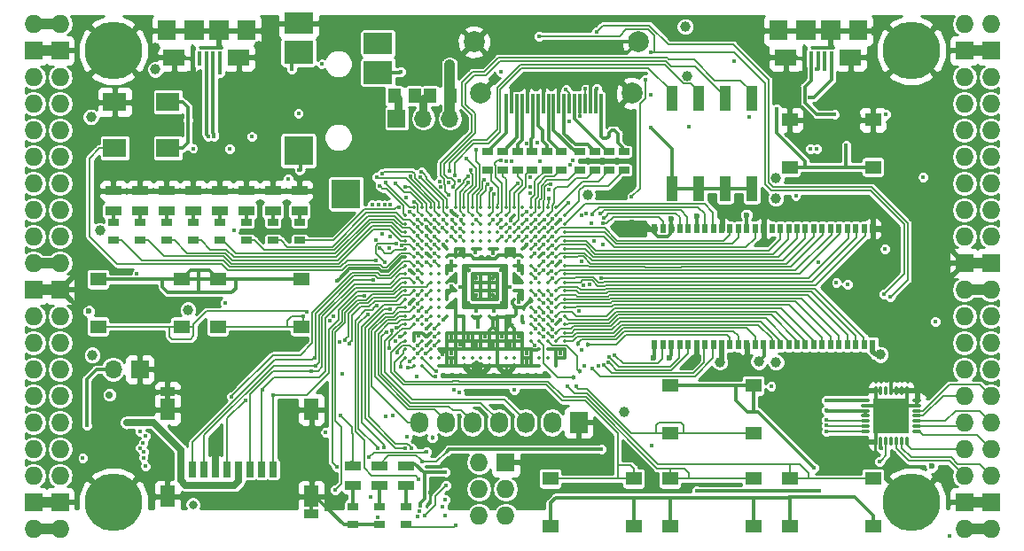
<source format=gtl>
G04 #@! TF.GenerationSoftware,KiCad,Pcbnew,5.0.0-rc2+dfsg1-3*
G04 #@! TF.CreationDate,2018-06-19T10:25:04+02:00*
G04 #@! TF.ProjectId,ulx3s,756C7833732E6B696361645F70636200,rev?*
G04 #@! TF.SameCoordinates,Original*
G04 #@! TF.FileFunction,Copper,L1,Top,Signal*
G04 #@! TF.FilePolarity,Positive*
%FSLAX46Y46*%
G04 Gerber Fmt 4.6, Leading zero omitted, Abs format (unit mm)*
G04 Created by KiCad (PCBNEW 5.0.0-rc2+dfsg1-3) date Tue Jun 19 10:25:04 2018*
%MOMM*%
%LPD*%
G01*
G04 APERTURE LIST*
G04 #@! TA.AperFunction,SMDPad,CuDef*
%ADD10R,0.560000X0.900000*%
G04 #@! TD*
G04 #@! TA.AperFunction,ComponentPad*
%ADD11O,1.727200X1.727200*%
G04 #@! TD*
G04 #@! TA.AperFunction,ComponentPad*
%ADD12R,1.727200X1.727200*%
G04 #@! TD*
G04 #@! TA.AperFunction,ComponentPad*
%ADD13C,5.500000*%
G04 #@! TD*
G04 #@! TA.AperFunction,SMDPad,CuDef*
%ADD14O,0.850000X0.300000*%
G04 #@! TD*
G04 #@! TA.AperFunction,SMDPad,CuDef*
%ADD15O,0.300000X0.850000*%
G04 #@! TD*
G04 #@! TA.AperFunction,SMDPad,CuDef*
%ADD16R,1.675000X1.675000*%
G04 #@! TD*
G04 #@! TA.AperFunction,ComponentPad*
%ADD17R,1.727200X2.032000*%
G04 #@! TD*
G04 #@! TA.AperFunction,ComponentPad*
%ADD18O,1.727200X2.032000*%
G04 #@! TD*
G04 #@! TA.AperFunction,SMDPad,CuDef*
%ADD19R,1.550000X1.300000*%
G04 #@! TD*
G04 #@! TA.AperFunction,SMDPad,CuDef*
%ADD20R,1.120000X2.440000*%
G04 #@! TD*
G04 #@! TA.AperFunction,BGAPad,CuDef*
%ADD21C,0.350000*%
G04 #@! TD*
G04 #@! TA.AperFunction,SMDPad,CuDef*
%ADD22R,2.800000X2.000000*%
G04 #@! TD*
G04 #@! TA.AperFunction,SMDPad,CuDef*
%ADD23R,2.800000X2.200000*%
G04 #@! TD*
G04 #@! TA.AperFunction,SMDPad,CuDef*
%ADD24R,2.800000X2.800000*%
G04 #@! TD*
G04 #@! TA.AperFunction,SMDPad,CuDef*
%ADD25R,0.700000X1.500000*%
G04 #@! TD*
G04 #@! TA.AperFunction,SMDPad,CuDef*
%ADD26R,1.450000X0.900000*%
G04 #@! TD*
G04 #@! TA.AperFunction,SMDPad,CuDef*
%ADD27R,1.450000X2.000000*%
G04 #@! TD*
G04 #@! TA.AperFunction,SMDPad,CuDef*
%ADD28R,2.200000X1.800000*%
G04 #@! TD*
G04 #@! TA.AperFunction,SMDPad,CuDef*
%ADD29R,1.000000X0.670000*%
G04 #@! TD*
G04 #@! TA.AperFunction,SMDPad,CuDef*
%ADD30R,1.500000X0.970000*%
G04 #@! TD*
G04 #@! TA.AperFunction,SMDPad,CuDef*
%ADD31R,0.300000X1.900000*%
G04 #@! TD*
G04 #@! TA.AperFunction,ComponentPad*
%ADD32C,2.000000*%
G04 #@! TD*
G04 #@! TA.AperFunction,ComponentPad*
%ADD33R,1.700000X1.700000*%
G04 #@! TD*
G04 #@! TA.AperFunction,ComponentPad*
%ADD34O,1.700000X1.700000*%
G04 #@! TD*
G04 #@! TA.AperFunction,SMDPad,CuDef*
%ADD35R,1.295000X1.400000*%
G04 #@! TD*
G04 #@! TA.AperFunction,SMDPad,CuDef*
%ADD36R,1.800000X1.900000*%
G04 #@! TD*
G04 #@! TA.AperFunction,SMDPad,CuDef*
%ADD37R,0.400000X1.350000*%
G04 #@! TD*
G04 #@! TA.AperFunction,SMDPad,CuDef*
%ADD38R,1.900000X1.900000*%
G04 #@! TD*
G04 #@! TA.AperFunction,SMDPad,CuDef*
%ADD39R,2.100000X1.600000*%
G04 #@! TD*
G04 #@! TA.AperFunction,ViaPad*
%ADD40C,0.400000*%
G04 #@! TD*
G04 #@! TA.AperFunction,ViaPad*
%ADD41C,0.700000*%
G04 #@! TD*
G04 #@! TA.AperFunction,ViaPad*
%ADD42C,0.454000*%
G04 #@! TD*
G04 #@! TA.AperFunction,ViaPad*
%ADD43C,0.600000*%
G04 #@! TD*
G04 #@! TA.AperFunction,ViaPad*
%ADD44C,1.000000*%
G04 #@! TD*
G04 #@! TA.AperFunction,ViaPad*
%ADD45C,0.800000*%
G04 #@! TD*
G04 #@! TA.AperFunction,Conductor*
%ADD46C,0.700000*%
G04 #@! TD*
G04 #@! TA.AperFunction,Conductor*
%ADD47C,0.300000*%
G04 #@! TD*
G04 #@! TA.AperFunction,Conductor*
%ADD48C,0.500000*%
G04 #@! TD*
G04 #@! TA.AperFunction,Conductor*
%ADD49C,1.000000*%
G04 #@! TD*
G04 #@! TA.AperFunction,Conductor*
%ADD50C,0.190000*%
G04 #@! TD*
G04 #@! TA.AperFunction,Conductor*
%ADD51C,0.800000*%
G04 #@! TD*
G04 #@! TA.AperFunction,Conductor*
%ADD52C,0.200000*%
G04 #@! TD*
G04 #@! TA.AperFunction,Conductor*
%ADD53C,0.127000*%
G04 #@! TD*
G04 #@! TA.AperFunction,Conductor*
%ADD54C,0.180000*%
G04 #@! TD*
G04 #@! TA.AperFunction,Conductor*
%ADD55C,0.254000*%
G04 #@! TD*
G04 APERTURE END LIST*
D10*
G04 #@! TO.P,U2,28*
G04 #@! TO.N,GND*
X175493000Y-82270000D03*
G04 #@! TO.P,U2,1*
G04 #@! TO.N,+3V3*
X154693000Y-93330000D03*
G04 #@! TO.P,U2,2*
G04 #@! TO.N,SDRAM_D0*
X155493000Y-93330000D03*
G04 #@! TO.P,U2,3*
G04 #@! TO.N,+3V3*
X156293000Y-93330000D03*
G04 #@! TO.P,U2,4*
G04 #@! TO.N,SDRAM_D1*
X157093000Y-93330000D03*
G04 #@! TO.P,U2,5*
G04 #@! TO.N,SDRAM_D2*
X157893000Y-93330000D03*
G04 #@! TO.P,U2,6*
G04 #@! TO.N,GND*
X158693000Y-93330000D03*
G04 #@! TO.P,U2,7*
G04 #@! TO.N,SDRAM_D3*
X159493000Y-93330000D03*
G04 #@! TO.P,U2,8*
G04 #@! TO.N,SDRAM_D4*
X160293000Y-93330000D03*
G04 #@! TO.P,U2,9*
G04 #@! TO.N,+3V3*
X161093000Y-93330000D03*
G04 #@! TO.P,U2,10*
G04 #@! TO.N,SDRAM_D5*
X161893000Y-93330000D03*
G04 #@! TO.P,U2,11*
G04 #@! TO.N,SDRAM_D6*
X162693000Y-93330000D03*
G04 #@! TO.P,U2,12*
G04 #@! TO.N,GND*
X163493000Y-93330000D03*
G04 #@! TO.P,U2,13*
G04 #@! TO.N,SDRAM_D7*
X164293000Y-93330000D03*
G04 #@! TO.P,U2,14*
G04 #@! TO.N,+3V3*
X165093000Y-93330000D03*
G04 #@! TO.P,U2,15*
G04 #@! TO.N,SDRAM_DQM0*
X165893000Y-93330000D03*
G04 #@! TO.P,U2,16*
G04 #@! TO.N,SDRAM_nWE*
X166693000Y-93330000D03*
G04 #@! TO.P,U2,17*
G04 #@! TO.N,SDRAM_nCAS*
X167493000Y-93330000D03*
G04 #@! TO.P,U2,18*
G04 #@! TO.N,SDRAM_nRAS*
X168293000Y-93330000D03*
G04 #@! TO.P,U2,19*
G04 #@! TO.N,SDRAM_nCS*
X169093000Y-93330000D03*
G04 #@! TO.P,U2,20*
G04 #@! TO.N,SDRAM_BA0*
X169893000Y-93330000D03*
G04 #@! TO.P,U2,21*
G04 #@! TO.N,SDRAM_BA1*
X170693000Y-93330000D03*
G04 #@! TO.P,U2,22*
G04 #@! TO.N,SDRAM_A10*
X171493000Y-93330000D03*
G04 #@! TO.P,U2,23*
G04 #@! TO.N,SDRAM_A0*
X172293000Y-93330000D03*
G04 #@! TO.P,U2,24*
G04 #@! TO.N,SDRAM_A1*
X173093000Y-93330000D03*
G04 #@! TO.P,U2,25*
G04 #@! TO.N,SDRAM_A2*
X173893000Y-93330000D03*
G04 #@! TO.P,U2,26*
G04 #@! TO.N,SDRAM_A3*
X174693000Y-93330000D03*
G04 #@! TO.P,U2,27*
G04 #@! TO.N,+3V3*
X175493000Y-93330000D03*
G04 #@! TO.P,U2,29*
G04 #@! TO.N,SDRAM_A4*
X174693000Y-82270000D03*
G04 #@! TO.P,U2,30*
G04 #@! TO.N,SDRAM_A5*
X173893000Y-82270000D03*
G04 #@! TO.P,U2,31*
G04 #@! TO.N,SDRAM_A6*
X173093000Y-82270000D03*
G04 #@! TO.P,U2,32*
G04 #@! TO.N,SDRAM_A7*
X172293000Y-82270000D03*
G04 #@! TO.P,U2,33*
G04 #@! TO.N,SDRAM_A8*
X171493000Y-82270000D03*
G04 #@! TO.P,U2,34*
G04 #@! TO.N,SDRAM_A9*
X170693000Y-82270000D03*
G04 #@! TO.P,U2,35*
G04 #@! TO.N,SDRAM_A11*
X169893000Y-82270000D03*
G04 #@! TO.P,U2,36*
G04 #@! TO.N,SDRAM_A12*
X169093000Y-82270000D03*
G04 #@! TO.P,U2,37*
G04 #@! TO.N,SDRAM_CKE*
X168293000Y-82270000D03*
G04 #@! TO.P,U2,38*
G04 #@! TO.N,SDRAM_CLK*
X167493000Y-82270000D03*
G04 #@! TO.P,U2,39*
G04 #@! TO.N,SDRAM_DQM1*
X166693000Y-82270000D03*
G04 #@! TO.P,U2,40*
G04 #@! TO.N,N/C*
X165893000Y-82270000D03*
G04 #@! TO.P,U2,41*
G04 #@! TO.N,GND*
X165093000Y-82270000D03*
G04 #@! TO.P,U2,42*
G04 #@! TO.N,SDRAM_D8*
X164293000Y-82270000D03*
G04 #@! TO.P,U2,43*
G04 #@! TO.N,+3V3*
X163493000Y-82270000D03*
G04 #@! TO.P,U2,44*
G04 #@! TO.N,SDRAM_D9*
X162693000Y-82270000D03*
G04 #@! TO.P,U2,45*
G04 #@! TO.N,SDRAM_D10*
X161893000Y-82270000D03*
G04 #@! TO.P,U2,46*
G04 #@! TO.N,GND*
X161093000Y-82270000D03*
G04 #@! TO.P,U2,47*
G04 #@! TO.N,SDRAM_D11*
X160293000Y-82270000D03*
G04 #@! TO.P,U2,48*
G04 #@! TO.N,SDRAM_D12*
X159493000Y-82270000D03*
G04 #@! TO.P,U2,49*
G04 #@! TO.N,+3V3*
X158693000Y-82270000D03*
G04 #@! TO.P,U2,50*
G04 #@! TO.N,SDRAM_D13*
X157893000Y-82270000D03*
G04 #@! TO.P,U2,51*
G04 #@! TO.N,SDRAM_D14*
X157093000Y-82270000D03*
G04 #@! TO.P,U2,52*
G04 #@! TO.N,GND*
X156293000Y-82270000D03*
G04 #@! TO.P,U2,53*
G04 #@! TO.N,SDRAM_D15*
X155493000Y-82270000D03*
G04 #@! TO.P,U2,54*
G04 #@! TO.N,GND*
X154693000Y-82270000D03*
G04 #@! TD*
D11*
G04 #@! TO.P,J1,1*
G04 #@! TO.N,2V5_3V3*
X97910000Y-62690000D03*
G04 #@! TO.P,J1,2*
X95370000Y-62690000D03*
D12*
G04 #@! TO.P,J1,3*
G04 #@! TO.N,GND*
X97910000Y-65230000D03*
G04 #@! TO.P,J1,4*
X95370000Y-65230000D03*
D11*
G04 #@! TO.P,J1,5*
G04 #@! TO.N,GN0*
X97910000Y-67770000D03*
G04 #@! TO.P,J1,6*
G04 #@! TO.N,GP0*
X95370000Y-67770000D03*
G04 #@! TO.P,J1,7*
G04 #@! TO.N,GN1*
X97910000Y-70310000D03*
G04 #@! TO.P,J1,8*
G04 #@! TO.N,GP1*
X95370000Y-70310000D03*
G04 #@! TO.P,J1,9*
G04 #@! TO.N,GN2*
X97910000Y-72850000D03*
G04 #@! TO.P,J1,10*
G04 #@! TO.N,GP2*
X95370000Y-72850000D03*
G04 #@! TO.P,J1,11*
G04 #@! TO.N,GN3*
X97910000Y-75390000D03*
G04 #@! TO.P,J1,12*
G04 #@! TO.N,GP3*
X95370000Y-75390000D03*
G04 #@! TO.P,J1,13*
G04 #@! TO.N,GN4*
X97910000Y-77930000D03*
G04 #@! TO.P,J1,14*
G04 #@! TO.N,GP4*
X95370000Y-77930000D03*
G04 #@! TO.P,J1,15*
G04 #@! TO.N,GN5*
X97910000Y-80470000D03*
G04 #@! TO.P,J1,16*
G04 #@! TO.N,GP5*
X95370000Y-80470000D03*
G04 #@! TO.P,J1,17*
G04 #@! TO.N,GN6*
X97910000Y-83010000D03*
G04 #@! TO.P,J1,18*
G04 #@! TO.N,GP6*
X95370000Y-83010000D03*
G04 #@! TO.P,J1,19*
G04 #@! TO.N,2V5_3V3*
X97910000Y-85550000D03*
G04 #@! TO.P,J1,20*
X95370000Y-85550000D03*
D12*
G04 #@! TO.P,J1,21*
G04 #@! TO.N,GND*
X97910000Y-88090000D03*
G04 #@! TO.P,J1,22*
X95370000Y-88090000D03*
D11*
G04 #@! TO.P,J1,23*
G04 #@! TO.N,GN7*
X97910000Y-90630000D03*
G04 #@! TO.P,J1,24*
G04 #@! TO.N,GP7*
X95370000Y-90630000D03*
G04 #@! TO.P,J1,25*
G04 #@! TO.N,GN8*
X97910000Y-93170000D03*
G04 #@! TO.P,J1,26*
G04 #@! TO.N,GP8*
X95370000Y-93170000D03*
G04 #@! TO.P,J1,27*
G04 #@! TO.N,GN9*
X97910000Y-95710000D03*
G04 #@! TO.P,J1,28*
G04 #@! TO.N,GP9*
X95370000Y-95710000D03*
G04 #@! TO.P,J1,29*
G04 #@! TO.N,GN10*
X97910000Y-98250000D03*
G04 #@! TO.P,J1,30*
G04 #@! TO.N,GP10*
X95370000Y-98250000D03*
G04 #@! TO.P,J1,31*
G04 #@! TO.N,GN11*
X97910000Y-100790000D03*
G04 #@! TO.P,J1,32*
G04 #@! TO.N,GP11*
X95370000Y-100790000D03*
G04 #@! TO.P,J1,33*
G04 #@! TO.N,GN12*
X97910000Y-103330000D03*
G04 #@! TO.P,J1,34*
G04 #@! TO.N,GP12*
X95370000Y-103330000D03*
G04 #@! TO.P,J1,35*
G04 #@! TO.N,GN13*
X97910000Y-105870000D03*
G04 #@! TO.P,J1,36*
G04 #@! TO.N,GP13*
X95370000Y-105870000D03*
D12*
G04 #@! TO.P,J1,37*
G04 #@! TO.N,GND*
X97910000Y-108410000D03*
G04 #@! TO.P,J1,38*
X95370000Y-108410000D03*
D11*
G04 #@! TO.P,J1,39*
G04 #@! TO.N,2V5_3V3*
X97910000Y-110950000D03*
G04 #@! TO.P,J1,40*
X95370000Y-110950000D03*
G04 #@! TD*
G04 #@! TO.P,J2,1*
G04 #@! TO.N,+3V3*
X184270000Y-110950000D03*
G04 #@! TO.P,J2,2*
X186810000Y-110950000D03*
D12*
G04 #@! TO.P,J2,3*
G04 #@! TO.N,GND*
X184270000Y-108410000D03*
G04 #@! TO.P,J2,4*
X186810000Y-108410000D03*
D11*
G04 #@! TO.P,J2,5*
G04 #@! TO.N,GN14*
X184270000Y-105870000D03*
G04 #@! TO.P,J2,6*
G04 #@! TO.N,GP14*
X186810000Y-105870000D03*
G04 #@! TO.P,J2,7*
G04 #@! TO.N,GN15*
X184270000Y-103330000D03*
G04 #@! TO.P,J2,8*
G04 #@! TO.N,GP15*
X186810000Y-103330000D03*
G04 #@! TO.P,J2,9*
G04 #@! TO.N,GN16*
X184270000Y-100790000D03*
G04 #@! TO.P,J2,10*
G04 #@! TO.N,GP16*
X186810000Y-100790000D03*
G04 #@! TO.P,J2,11*
G04 #@! TO.N,GN17*
X184270000Y-98250000D03*
G04 #@! TO.P,J2,12*
G04 #@! TO.N,GP17*
X186810000Y-98250000D03*
G04 #@! TO.P,J2,13*
G04 #@! TO.N,GN18*
X184270000Y-95710000D03*
G04 #@! TO.P,J2,14*
G04 #@! TO.N,GP18*
X186810000Y-95710000D03*
G04 #@! TO.P,J2,15*
G04 #@! TO.N,GN19*
X184270000Y-93170000D03*
G04 #@! TO.P,J2,16*
G04 #@! TO.N,GP19*
X186810000Y-93170000D03*
G04 #@! TO.P,J2,17*
G04 #@! TO.N,GN20*
X184270000Y-90630000D03*
G04 #@! TO.P,J2,18*
G04 #@! TO.N,GP20*
X186810000Y-90630000D03*
G04 #@! TO.P,J2,19*
G04 #@! TO.N,+3V3*
X184270000Y-88090000D03*
G04 #@! TO.P,J2,20*
X186810000Y-88090000D03*
D12*
G04 #@! TO.P,J2,21*
G04 #@! TO.N,GND*
X184270000Y-85550000D03*
G04 #@! TO.P,J2,22*
X186810000Y-85550000D03*
D11*
G04 #@! TO.P,J2,23*
G04 #@! TO.N,GN21*
X184270000Y-83010000D03*
G04 #@! TO.P,J2,24*
G04 #@! TO.N,GP21*
X186810000Y-83010000D03*
G04 #@! TO.P,J2,25*
G04 #@! TO.N,GN22*
X184270000Y-80470000D03*
G04 #@! TO.P,J2,26*
G04 #@! TO.N,GP22*
X186810000Y-80470000D03*
G04 #@! TO.P,J2,27*
G04 #@! TO.N,GN23*
X184270000Y-77930000D03*
G04 #@! TO.P,J2,28*
G04 #@! TO.N,GP23*
X186810000Y-77930000D03*
G04 #@! TO.P,J2,29*
G04 #@! TO.N,GN24*
X184270000Y-75390000D03*
G04 #@! TO.P,J2,30*
G04 #@! TO.N,GP24*
X186810000Y-75390000D03*
G04 #@! TO.P,J2,31*
G04 #@! TO.N,GN25*
X184270000Y-72850000D03*
G04 #@! TO.P,J2,32*
G04 #@! TO.N,GP25*
X186810000Y-72850000D03*
G04 #@! TO.P,J2,33*
G04 #@! TO.N,GN26*
X184270000Y-70310000D03*
G04 #@! TO.P,J2,34*
G04 #@! TO.N,GP26*
X186810000Y-70310000D03*
G04 #@! TO.P,J2,35*
G04 #@! TO.N,GN27*
X184270000Y-67770000D03*
G04 #@! TO.P,J2,36*
G04 #@! TO.N,GP27*
X186810000Y-67770000D03*
D12*
G04 #@! TO.P,J2,37*
G04 #@! TO.N,GND*
X184270000Y-65230000D03*
G04 #@! TO.P,J2,38*
X186810000Y-65230000D03*
D11*
G04 #@! TO.P,J2,39*
G04 #@! TO.N,/gpio/IN5V*
X184270000Y-62690000D03*
G04 #@! TO.P,J2,40*
G04 #@! TO.N,/gpio/OUT5V*
X186810000Y-62690000D03*
G04 #@! TD*
D13*
G04 #@! TO.P,H1,1*
G04 #@! TO.N,GND*
X102990000Y-108410000D03*
G04 #@! TD*
G04 #@! TO.P,H2,1*
G04 #@! TO.N,GND*
X179190000Y-108410000D03*
G04 #@! TD*
G04 #@! TO.P,H3,1*
G04 #@! TO.N,GND*
X179190000Y-65230000D03*
G04 #@! TD*
G04 #@! TO.P,H4,1*
G04 #@! TO.N,GND*
X102990000Y-65230000D03*
G04 #@! TD*
D12*
G04 #@! TO.P,J4,1*
G04 #@! TO.N,GND*
X140455000Y-104600000D03*
D11*
G04 #@! TO.P,J4,2*
G04 #@! TO.N,+3V3*
X137915000Y-104600000D03*
G04 #@! TO.P,J4,3*
G04 #@! TO.N,JTAG_TDI*
X140455000Y-107140000D03*
G04 #@! TO.P,J4,4*
G04 #@! TO.N,JTAG_TCK*
X137915000Y-107140000D03*
G04 #@! TO.P,J4,5*
G04 #@! TO.N,JTAG_TMS*
X140455000Y-109680000D03*
G04 #@! TO.P,J4,6*
G04 #@! TO.N,JTAG_TDO*
X137915000Y-109680000D03*
G04 #@! TD*
D14*
G04 #@! TO.P,U8,1*
G04 #@! TO.N,GP15*
X179735000Y-101655000D03*
G04 #@! TO.P,U8,2*
G04 #@! TO.N,GN16*
X179735000Y-101155000D03*
G04 #@! TO.P,U8,3*
G04 #@! TO.N,GP16*
X179735000Y-100655000D03*
G04 #@! TO.P,U8,4*
G04 #@! TO.N,GN17*
X179735000Y-100155000D03*
G04 #@! TO.P,U8,5*
G04 #@! TO.N,GP17*
X179735000Y-99655000D03*
G04 #@! TO.P,U8,6*
G04 #@! TO.N,GND*
X179735000Y-99155000D03*
G04 #@! TO.P,U8,7*
X179735000Y-98655000D03*
D15*
G04 #@! TO.P,U8,8*
X178785000Y-97705000D03*
G04 #@! TO.P,U8,9*
X178285000Y-97705000D03*
G04 #@! TO.P,U8,10*
X177785000Y-97705000D03*
G04 #@! TO.P,U8,11*
X177285000Y-97705000D03*
G04 #@! TO.P,U8,12*
G04 #@! TO.N,Net-(U8-Pad12)*
X176785000Y-97705000D03*
G04 #@! TO.P,U8,13*
G04 #@! TO.N,GND*
X176285000Y-97705000D03*
G04 #@! TO.P,U8,14*
X175785000Y-97705000D03*
D14*
G04 #@! TO.P,U8,15*
G04 #@! TO.N,+3V3*
X174835000Y-98655000D03*
G04 #@! TO.P,U8,16*
G04 #@! TO.N,GND*
X174835000Y-99155000D03*
G04 #@! TO.P,U8,17*
G04 #@! TO.N,+3V3*
X174835000Y-99655000D03*
G04 #@! TO.P,U8,18*
X174835000Y-100155000D03*
G04 #@! TO.P,U8,19*
G04 #@! TO.N,ADC_SCLK*
X174835000Y-100655000D03*
G04 #@! TO.P,U8,20*
G04 #@! TO.N,ADC_CSn*
X174835000Y-101155000D03*
G04 #@! TO.P,U8,21*
G04 #@! TO.N,ADC_MOSI*
X174835000Y-101655000D03*
D15*
G04 #@! TO.P,U8,22*
G04 #@! TO.N,GND*
X175785000Y-102605000D03*
G04 #@! TO.P,U8,23*
G04 #@! TO.N,+3V3*
X176285000Y-102605000D03*
G04 #@! TO.P,U8,24*
G04 #@! TO.N,ADC_MISO*
X176785000Y-102605000D03*
G04 #@! TO.P,U8,25*
G04 #@! TO.N,Net-(U8-Pad25)*
X177285000Y-102605000D03*
G04 #@! TO.P,U8,26*
G04 #@! TO.N,GN14*
X177785000Y-102605000D03*
G04 #@! TO.P,U8,27*
G04 #@! TO.N,GP14*
X178285000Y-102605000D03*
G04 #@! TO.P,U8,28*
G04 #@! TO.N,GN15*
X178785000Y-102605000D03*
D16*
G04 #@! TO.P,U8,29*
G04 #@! TO.N,GND*
X176447500Y-99317500D03*
X176447500Y-100992500D03*
X178122500Y-99317500D03*
X178122500Y-100992500D03*
G04 #@! TD*
D17*
G04 #@! TO.P,OLED1,1*
G04 #@! TO.N,GND*
X147440000Y-100790000D03*
D18*
G04 #@! TO.P,OLED1,2*
G04 #@! TO.N,+3V3*
X144900000Y-100790000D03*
G04 #@! TO.P,OLED1,3*
G04 #@! TO.N,OLED_CLK*
X142360000Y-100790000D03*
G04 #@! TO.P,OLED1,4*
G04 #@! TO.N,OLED_MOSI*
X139820000Y-100790000D03*
G04 #@! TO.P,OLED1,5*
G04 #@! TO.N,OLED_RES*
X137280000Y-100790000D03*
G04 #@! TO.P,OLED1,6*
G04 #@! TO.N,OLED_DC*
X134740000Y-100790000D03*
G04 #@! TO.P,OLED1,7*
G04 #@! TO.N,OLED_CS*
X132200000Y-100790000D03*
G04 #@! TD*
D19*
G04 #@! TO.P,BTN0,2*
G04 #@! TO.N,GND*
X175550000Y-71870000D03*
G04 #@! TO.P,BTN0,1*
G04 #@! TO.N,/power/PWRBTn*
X175550000Y-76370000D03*
X167590000Y-76370000D03*
G04 #@! TO.P,BTN0,2*
G04 #@! TO.N,GND*
X167590000Y-71870000D03*
G04 #@! TD*
G04 #@! TO.P,BTN1,2*
G04 #@! TO.N,BTN_F1*
X101550000Y-91610000D03*
G04 #@! TO.P,BTN1,1*
G04 #@! TO.N,/blinkey/BTNPUL*
X101550000Y-87110000D03*
X109510000Y-87110000D03*
G04 #@! TO.P,BTN1,2*
G04 #@! TO.N,BTN_F1*
X109510000Y-91610000D03*
G04 #@! TD*
G04 #@! TO.P,BTN2,2*
G04 #@! TO.N,BTN_F2*
X112980000Y-91610000D03*
G04 #@! TO.P,BTN2,1*
G04 #@! TO.N,/blinkey/BTNPUL*
X112980000Y-87110000D03*
X120940000Y-87110000D03*
G04 #@! TO.P,BTN2,2*
G04 #@! TO.N,BTN_F2*
X120940000Y-91610000D03*
G04 #@! TD*
G04 #@! TO.P,BTN3,2*
G04 #@! TO.N,BTN_U*
X156160000Y-101770000D03*
G04 #@! TO.P,BTN3,1*
G04 #@! TO.N,/blinkey/BTNPUR*
X156160000Y-97270000D03*
X164120000Y-97270000D03*
G04 #@! TO.P,BTN3,2*
G04 #@! TO.N,BTN_U*
X164120000Y-101770000D03*
G04 #@! TD*
G04 #@! TO.P,BTN4,2*
G04 #@! TO.N,BTN_D*
X164120000Y-106160000D03*
G04 #@! TO.P,BTN4,1*
G04 #@! TO.N,/blinkey/BTNPUR*
X164120000Y-110660000D03*
X156160000Y-110660000D03*
G04 #@! TO.P,BTN4,2*
G04 #@! TO.N,BTN_D*
X156160000Y-106160000D03*
G04 #@! TD*
G04 #@! TO.P,BTN5,2*
G04 #@! TO.N,BTN_L*
X152690000Y-106160000D03*
G04 #@! TO.P,BTN5,1*
G04 #@! TO.N,/blinkey/BTNPUR*
X152690000Y-110660000D03*
X144730000Y-110660000D03*
G04 #@! TO.P,BTN5,2*
G04 #@! TO.N,BTN_L*
X144730000Y-106160000D03*
G04 #@! TD*
G04 #@! TO.P,BTN6,2*
G04 #@! TO.N,BTN_R*
X175550000Y-106160000D03*
G04 #@! TO.P,BTN6,1*
G04 #@! TO.N,/blinkey/BTNPUR*
X175550000Y-110660000D03*
X167590000Y-110660000D03*
G04 #@! TO.P,BTN6,2*
G04 #@! TO.N,BTN_R*
X167590000Y-106160000D03*
G04 #@! TD*
D20*
G04 #@! TO.P,SW1,1*
G04 #@! TO.N,/blinkey/SWPU*
X156330000Y-78425000D03*
G04 #@! TO.P,SW1,5*
G04 #@! TO.N,SW4*
X163950000Y-69815000D03*
G04 #@! TO.P,SW1,2*
G04 #@! TO.N,/blinkey/SWPU*
X158870000Y-78425000D03*
G04 #@! TO.P,SW1,6*
G04 #@! TO.N,SW3*
X161410000Y-69815000D03*
G04 #@! TO.P,SW1,3*
G04 #@! TO.N,/blinkey/SWPU*
X161410000Y-78425000D03*
G04 #@! TO.P,SW1,7*
G04 #@! TO.N,SW2*
X158870000Y-69815000D03*
G04 #@! TO.P,SW1,4*
G04 #@! TO.N,/blinkey/SWPU*
X163950000Y-78425000D03*
G04 #@! TO.P,SW1,8*
G04 #@! TO.N,SW1*
X156330000Y-69815000D03*
G04 #@! TD*
D21*
G04 #@! TO.P,U1,A2*
G04 #@! TO.N,GP9*
X131680000Y-80200000D03*
G04 #@! TO.P,U1,A3*
G04 #@! TO.N,AUDIO_R0*
X132480000Y-80200000D03*
G04 #@! TO.P,U1,A4*
G04 #@! TO.N,GP8*
X133280000Y-80200000D03*
G04 #@! TO.P,U1,A5*
G04 #@! TO.N,GN8*
X134080000Y-80200000D03*
G04 #@! TO.P,U1,A6*
G04 #@! TO.N,GP7*
X134880000Y-80200000D03*
G04 #@! TO.P,U1,A7*
G04 #@! TO.N,GP4*
X135680000Y-80200000D03*
G04 #@! TO.P,U1,A8*
G04 #@! TO.N,GN4*
X136480000Y-80200000D03*
G04 #@! TO.P,U1,A9*
G04 #@! TO.N,GP2*
X137280000Y-80200000D03*
G04 #@! TO.P,U1,A10*
G04 #@! TO.N,GP1*
X138080000Y-80200000D03*
G04 #@! TO.P,U1,A11*
G04 #@! TO.N,GN1*
X138880000Y-80200000D03*
G04 #@! TO.P,U1,A12*
G04 #@! TO.N,FPDI_D2+*
X139680000Y-80200000D03*
G04 #@! TO.P,U1,A13*
G04 #@! TO.N,FPDI_D2-*
X140480000Y-80200000D03*
G04 #@! TO.P,U1,A14*
G04 #@! TO.N,FPDI_D1+*
X141280000Y-80200000D03*
G04 #@! TO.P,U1,A15*
G04 #@! TO.N,Net-(U1-PadA15)*
X142080000Y-80200000D03*
G04 #@! TO.P,U1,A16*
G04 #@! TO.N,FPDI_D0+*
X142880000Y-80200000D03*
G04 #@! TO.P,U1,A17*
G04 #@! TO.N,FPDI_CLK+*
X143680000Y-80200000D03*
G04 #@! TO.P,U1,A18*
G04 #@! TO.N,/gpdi/FPDI_CEC*
X144480000Y-80200000D03*
G04 #@! TO.P,U1,A19*
G04 #@! TO.N,FPDI_ETH+*
X145280000Y-80200000D03*
G04 #@! TO.P,U1,B1*
G04 #@! TO.N,GN9*
X130880000Y-81000000D03*
G04 #@! TO.P,U1,B2*
G04 #@! TO.N,LED0*
X131680000Y-81000000D03*
G04 #@! TO.P,U1,B3*
G04 #@! TO.N,AUDIO_L3*
X132480000Y-81000000D03*
G04 #@! TO.P,U1,B4*
G04 #@! TO.N,GN10*
X133280000Y-81000000D03*
G04 #@! TO.P,U1,B5*
G04 #@! TO.N,AUDIO_R1*
X134080000Y-81000000D03*
G04 #@! TO.P,U1,B6*
G04 #@! TO.N,GN7*
X134880000Y-81000000D03*
G04 #@! TO.P,U1,B7*
G04 #@! TO.N,GND*
X135680000Y-81000000D03*
G04 #@! TO.P,U1,B8*
G04 #@! TO.N,GN5*
X136480000Y-81000000D03*
G04 #@! TO.P,U1,B9*
G04 #@! TO.N,GP3*
X137280000Y-81000000D03*
G04 #@! TO.P,U1,B10*
G04 #@! TO.N,GN2*
X138080000Y-81000000D03*
G04 #@! TO.P,U1,B11*
G04 #@! TO.N,GP0*
X138880000Y-81000000D03*
G04 #@! TO.P,U1,B12*
G04 #@! TO.N,USB_FPGA_PULL_D+*
X139680000Y-81000000D03*
G04 #@! TO.P,U1,B13*
G04 #@! TO.N,GP26*
X140480000Y-81000000D03*
G04 #@! TO.P,U1,B14*
G04 #@! TO.N,GND*
X141280000Y-81000000D03*
G04 #@! TO.P,U1,B15*
G04 #@! TO.N,GP22*
X142080000Y-81000000D03*
G04 #@! TO.P,U1,B16*
G04 #@! TO.N,FPDI_D0-*
X142880000Y-81000000D03*
G04 #@! TO.P,U1,B17*
G04 #@! TO.N,GP23*
X143680000Y-81000000D03*
G04 #@! TO.P,U1,B18*
G04 #@! TO.N,FPDI_CLK-*
X144480000Y-81000000D03*
G04 #@! TO.P,U1,B19*
G04 #@! TO.N,FPDI_SDA*
X145280000Y-81000000D03*
G04 #@! TO.P,U1,B20*
G04 #@! TO.N,FPDI_ETH-*
X146080000Y-81000000D03*
G04 #@! TO.P,U1,C1*
G04 #@! TO.N,LED2*
X130880000Y-81800000D03*
G04 #@! TO.P,U1,C2*
G04 #@! TO.N,LED1*
X131680000Y-81800000D03*
G04 #@! TO.P,U1,C3*
G04 #@! TO.N,AUDIO_L2*
X132480000Y-81800000D03*
G04 #@! TO.P,U1,C4*
G04 #@! TO.N,GP10*
X133280000Y-81800000D03*
G04 #@! TO.P,U1,C5*
G04 #@! TO.N,AUDIO_R3*
X134080000Y-81800000D03*
G04 #@! TO.P,U1,C6*
G04 #@! TO.N,GP6*
X134880000Y-81800000D03*
G04 #@! TO.P,U1,C7*
G04 #@! TO.N,GN6*
X135680000Y-81800000D03*
G04 #@! TO.P,U1,C8*
G04 #@! TO.N,GP5*
X136480000Y-81800000D03*
G04 #@! TO.P,U1,C9*
G04 #@! TO.N,Net-(U1-PadC9)*
X137280000Y-81800000D03*
G04 #@! TO.P,U1,C10*
G04 #@! TO.N,GN3*
X138080000Y-81800000D03*
G04 #@! TO.P,U1,C11*
G04 #@! TO.N,GN0*
X138880000Y-81800000D03*
G04 #@! TO.P,U1,C12*
G04 #@! TO.N,USB_FPGA_PULL_D-*
X139680000Y-81800000D03*
G04 #@! TO.P,U1,C13*
G04 #@! TO.N,GN26*
X140480000Y-81800000D03*
G04 #@! TO.P,U1,C14*
G04 #@! TO.N,FPDI_D1-*
X141280000Y-81800000D03*
G04 #@! TO.P,U1,C15*
G04 #@! TO.N,GN22*
X142080000Y-81800000D03*
G04 #@! TO.P,U1,C16*
G04 #@! TO.N,GP24*
X142880000Y-81800000D03*
G04 #@! TO.P,U1,C17*
G04 #@! TO.N,GN23*
X143680000Y-81800000D03*
G04 #@! TO.P,U1,C18*
G04 #@! TO.N,GP21*
X144480000Y-81800000D03*
G04 #@! TO.P,U1,C19*
G04 #@! TO.N,GND*
X145280000Y-81800000D03*
G04 #@! TO.P,U1,C20*
G04 #@! TO.N,SDRAM_D11*
X146080000Y-81800000D03*
G04 #@! TO.P,U1,D1*
G04 #@! TO.N,LED4*
X130880000Y-82600000D03*
G04 #@! TO.P,U1,D2*
G04 #@! TO.N,LED3*
X131680000Y-82600000D03*
G04 #@! TO.P,U1,D3*
G04 #@! TO.N,AUDIO_L1*
X132480000Y-82600000D03*
G04 #@! TO.P,U1,D4*
G04 #@! TO.N,GND*
X133280000Y-82600000D03*
G04 #@! TO.P,U1,D5*
G04 #@! TO.N,AUDIO_R2*
X134080000Y-82600000D03*
G04 #@! TO.P,U1,D6*
G04 #@! TO.N,BTN_PWRn*
X134880000Y-82600000D03*
G04 #@! TO.P,U1,D7*
G04 #@! TO.N,SW3*
X135680000Y-82600000D03*
G04 #@! TO.P,U1,D8*
G04 #@! TO.N,SW2*
X136480000Y-82600000D03*
G04 #@! TO.P,U1,D9*
G04 #@! TO.N,Net-(U1-PadD9)*
X137280000Y-82600000D03*
G04 #@! TO.P,U1,D10*
G04 #@! TO.N,Net-(U1-PadD10)*
X138080000Y-82600000D03*
G04 #@! TO.P,U1,D11*
G04 #@! TO.N,Net-(U1-PadD11)*
X138880000Y-82600000D03*
G04 #@! TO.P,U1,D12*
G04 #@! TO.N,Net-(U1-PadD12)*
X139680000Y-82600000D03*
G04 #@! TO.P,U1,D13*
G04 #@! TO.N,GP27*
X140480000Y-82600000D03*
G04 #@! TO.P,U1,D14*
G04 #@! TO.N,GP25*
X141280000Y-82600000D03*
G04 #@! TO.P,U1,D15*
G04 #@! TO.N,USB_FPGA_D+*
X142080000Y-82600000D03*
G04 #@! TO.P,U1,D16*
G04 #@! TO.N,GN24*
X142880000Y-82600000D03*
G04 #@! TO.P,U1,D17*
G04 #@! TO.N,GN21*
X143680000Y-82600000D03*
G04 #@! TO.P,U1,D18*
G04 #@! TO.N,GP20*
X144480000Y-82600000D03*
G04 #@! TO.P,U1,D19*
G04 #@! TO.N,SDRAM_D10*
X145280000Y-82600000D03*
G04 #@! TO.P,U1,D20*
G04 #@! TO.N,SDRAM_D9*
X146080000Y-82600000D03*
G04 #@! TO.P,U1,E1*
G04 #@! TO.N,LED6*
X130880000Y-83400000D03*
G04 #@! TO.P,U1,E2*
G04 #@! TO.N,LED5*
X131680000Y-83400000D03*
G04 #@! TO.P,U1,E3*
G04 #@! TO.N,GN11*
X132480000Y-83400000D03*
G04 #@! TO.P,U1,E4*
G04 #@! TO.N,AUDIO_L0*
X133280000Y-83400000D03*
G04 #@! TO.P,U1,E5*
G04 #@! TO.N,AUDIO_V3*
X134080000Y-83400000D03*
G04 #@! TO.P,U1,E6*
G04 #@! TO.N,Net-(U1-PadE6)*
X134880000Y-83400000D03*
G04 #@! TO.P,U1,E7*
G04 #@! TO.N,SW4*
X135680000Y-83400000D03*
G04 #@! TO.P,U1,E8*
G04 #@! TO.N,SW1*
X136480000Y-83400000D03*
G04 #@! TO.P,U1,E9*
G04 #@! TO.N,Net-(U1-PadE9)*
X137280000Y-83400000D03*
G04 #@! TO.P,U1,E10*
G04 #@! TO.N,Net-(U1-PadE10)*
X138080000Y-83400000D03*
G04 #@! TO.P,U1,E11*
G04 #@! TO.N,Net-(U1-PadE11)*
X138880000Y-83400000D03*
G04 #@! TO.P,U1,E12*
G04 #@! TO.N,FPDI_SCL*
X139680000Y-83400000D03*
G04 #@! TO.P,U1,E13*
G04 #@! TO.N,GN27*
X140480000Y-83400000D03*
G04 #@! TO.P,U1,E14*
G04 #@! TO.N,GN25*
X141280000Y-83400000D03*
G04 #@! TO.P,U1,E15*
G04 #@! TO.N,USB_FPGA_D-*
X142080000Y-83400000D03*
G04 #@! TO.P,U1,E16*
G04 #@! TO.N,USB_FPGA_D+*
X142880000Y-83400000D03*
G04 #@! TO.P,U1,E17*
G04 #@! TO.N,GN20*
X143680000Y-83400000D03*
G04 #@! TO.P,U1,E18*
G04 #@! TO.N,SDRAM_D12*
X144480000Y-83400000D03*
G04 #@! TO.P,U1,E19*
G04 #@! TO.N,SDRAM_D8*
X145280000Y-83400000D03*
G04 #@! TO.P,U1,E20*
G04 #@! TO.N,SDRAM_DQM1*
X146080000Y-83400000D03*
G04 #@! TO.P,U1,F1*
G04 #@! TO.N,WIFI_EN*
X130880000Y-84200000D03*
G04 #@! TO.P,U1,F2*
G04 #@! TO.N,AUDIO_V1*
X131680000Y-84200000D03*
G04 #@! TO.P,U1,F3*
G04 #@! TO.N,GN12*
X132480000Y-84200000D03*
G04 #@! TO.P,U1,F4*
G04 #@! TO.N,GP11*
X133280000Y-84200000D03*
G04 #@! TO.P,U1,F5*
G04 #@! TO.N,AUDIO_V2*
X134080000Y-84200000D03*
G04 #@! TO.P,U1,F6*
G04 #@! TO.N,+2V5*
X134880000Y-84200000D03*
G04 #@! TO.P,U1,F7*
G04 #@! TO.N,GND*
X135680000Y-84200000D03*
G04 #@! TO.P,U1,F8*
X136480000Y-84200000D03*
G04 #@! TO.P,U1,F9*
G04 #@! TO.N,2V5_3V3*
X137280000Y-84200000D03*
G04 #@! TO.P,U1,F10*
X138080000Y-84200000D03*
G04 #@! TO.P,U1,F11*
G04 #@! TO.N,+3V3*
X138880000Y-84200000D03*
G04 #@! TO.P,U1,F12*
X139680000Y-84200000D03*
G04 #@! TO.P,U1,F13*
G04 #@! TO.N,GND*
X140480000Y-84200000D03*
G04 #@! TO.P,U1,F14*
X141280000Y-84200000D03*
G04 #@! TO.P,U1,F15*
G04 #@! TO.N,+2V5*
X142080000Y-84200000D03*
G04 #@! TO.P,U1,F16*
G04 #@! TO.N,USB_FPGA_D-*
X142880000Y-84200000D03*
G04 #@! TO.P,U1,F17*
G04 #@! TO.N,GP19*
X143680000Y-84200000D03*
G04 #@! TO.P,U1,F18*
G04 #@! TO.N,SDRAM_D13*
X144480000Y-84200000D03*
G04 #@! TO.P,U1,F19*
G04 #@! TO.N,SDRAM_CLK*
X145280000Y-84200000D03*
G04 #@! TO.P,U1,F20*
G04 #@! TO.N,SDRAM_CKE*
X146080000Y-84200000D03*
G04 #@! TO.P,U1,G1*
G04 #@! TO.N,/usb/ANT_433MHz*
X130880000Y-85000000D03*
G04 #@! TO.P,U1,G2*
G04 #@! TO.N,CLK_25MHz*
X131680000Y-85000000D03*
G04 #@! TO.P,U1,G3*
G04 #@! TO.N,GP12*
X132480000Y-85000000D03*
G04 #@! TO.P,U1,G4*
G04 #@! TO.N,GND*
X133280000Y-85000000D03*
G04 #@! TO.P,U1,G5*
G04 #@! TO.N,GN13*
X134080000Y-85000000D03*
G04 #@! TO.P,U1,G6*
G04 #@! TO.N,GND*
X134880000Y-85000000D03*
G04 #@! TO.P,U1,G7*
X135680000Y-85000000D03*
G04 #@! TO.P,U1,G8*
X136480000Y-85000000D03*
G04 #@! TO.P,U1,G9*
X137280000Y-85000000D03*
G04 #@! TO.P,U1,G10*
X138080000Y-85000000D03*
G04 #@! TO.P,U1,G11*
X138880000Y-85000000D03*
G04 #@! TO.P,U1,G12*
X139680000Y-85000000D03*
G04 #@! TO.P,U1,G13*
X140480000Y-85000000D03*
G04 #@! TO.P,U1,G14*
X141280000Y-85000000D03*
G04 #@! TO.P,U1,G15*
X142080000Y-85000000D03*
G04 #@! TO.P,U1,G16*
G04 #@! TO.N,SHUTDOWN*
X142880000Y-85000000D03*
G04 #@! TO.P,U1,G17*
G04 #@! TO.N,GND*
X143680000Y-85000000D03*
G04 #@! TO.P,U1,G18*
G04 #@! TO.N,GN19*
X144480000Y-85000000D03*
G04 #@! TO.P,U1,G19*
G04 #@! TO.N,SDRAM_A12*
X145280000Y-85000000D03*
G04 #@! TO.P,U1,G20*
G04 #@! TO.N,SDRAM_A11*
X146080000Y-85000000D03*
G04 #@! TO.P,U1,H1*
G04 #@! TO.N,SD_D1*
X130880000Y-85800000D03*
G04 #@! TO.P,U1,H2*
G04 #@! TO.N,SD_CLK*
X131680000Y-85800000D03*
G04 #@! TO.P,U1,H3*
G04 #@! TO.N,LED7*
X132480000Y-85800000D03*
G04 #@! TO.P,U1,H4*
G04 #@! TO.N,GP13*
X133280000Y-85800000D03*
G04 #@! TO.P,U1,H5*
G04 #@! TO.N,AUDIO_V0*
X134080000Y-85800000D03*
G04 #@! TO.P,U1,H6*
G04 #@! TO.N,2V5_3V3*
X134880000Y-85800000D03*
G04 #@! TO.P,U1,H7*
X135680000Y-85800000D03*
G04 #@! TO.P,U1,H8*
G04 #@! TO.N,+1V1*
X136480000Y-85800000D03*
G04 #@! TO.P,U1,H9*
X137280000Y-85800000D03*
G04 #@! TO.P,U1,H10*
X138080000Y-85800000D03*
G04 #@! TO.P,U1,H11*
X138880000Y-85800000D03*
G04 #@! TO.P,U1,H12*
X139680000Y-85800000D03*
G04 #@! TO.P,U1,H13*
X140480000Y-85800000D03*
G04 #@! TO.P,U1,H14*
G04 #@! TO.N,+3V3*
X141280000Y-85800000D03*
G04 #@! TO.P,U1,H15*
X142080000Y-85800000D03*
G04 #@! TO.P,U1,H16*
G04 #@! TO.N,BTN_R*
X142880000Y-85800000D03*
G04 #@! TO.P,U1,H17*
G04 #@! TO.N,GN18*
X143680000Y-85800000D03*
G04 #@! TO.P,U1,H18*
G04 #@! TO.N,GP18*
X144480000Y-85800000D03*
G04 #@! TO.P,U1,H19*
G04 #@! TO.N,GND*
X145280000Y-85800000D03*
G04 #@! TO.P,U1,H20*
G04 #@! TO.N,SDRAM_A9*
X146080000Y-85800000D03*
G04 #@! TO.P,U1,J1*
G04 #@! TO.N,SD_CMD*
X130880000Y-86600000D03*
G04 #@! TO.P,U1,J2*
G04 #@! TO.N,GND*
X131680000Y-86600000D03*
G04 #@! TO.P,U1,J3*
G04 #@! TO.N,SD_D0*
X132480000Y-86600000D03*
G04 #@! TO.P,U1,J4*
G04 #@! TO.N,Net-(U1-PadJ4)*
X133280000Y-86600000D03*
G04 #@! TO.P,U1,J5*
G04 #@! TO.N,Net-(U1-PadJ5)*
X134080000Y-86600000D03*
G04 #@! TO.P,U1,J6*
G04 #@! TO.N,2V5_3V3*
X134880000Y-86600000D03*
G04 #@! TO.P,U1,J7*
G04 #@! TO.N,GND*
X135680000Y-86600000D03*
G04 #@! TO.P,U1,J8*
G04 #@! TO.N,+1V1*
X136480000Y-86600000D03*
G04 #@! TO.P,U1,J9*
G04 #@! TO.N,GND*
X137280000Y-86600000D03*
G04 #@! TO.P,U1,J10*
X138080000Y-86600000D03*
G04 #@! TO.P,U1,J11*
X138880000Y-86600000D03*
G04 #@! TO.P,U1,J12*
X139680000Y-86600000D03*
G04 #@! TO.P,U1,J13*
G04 #@! TO.N,+1V1*
X140480000Y-86600000D03*
G04 #@! TO.P,U1,J14*
G04 #@! TO.N,GND*
X141280000Y-86600000D03*
G04 #@! TO.P,U1,J15*
G04 #@! TO.N,+3V3*
X142080000Y-86600000D03*
G04 #@! TO.P,U1,J16*
G04 #@! TO.N,SDRAM_D0*
X142880000Y-86600000D03*
G04 #@! TO.P,U1,J17*
G04 #@! TO.N,SDRAM_D15*
X143680000Y-86600000D03*
G04 #@! TO.P,U1,J18*
G04 #@! TO.N,SDRAM_D14*
X144480000Y-86600000D03*
G04 #@! TO.P,U1,J19*
G04 #@! TO.N,SDRAM_A8*
X145280000Y-86600000D03*
G04 #@! TO.P,U1,J20*
G04 #@! TO.N,SDRAM_A7*
X146080000Y-86600000D03*
G04 #@! TO.P,U1,K1*
G04 #@! TO.N,SD_D2*
X130880000Y-87400000D03*
G04 #@! TO.P,U1,K2*
G04 #@! TO.N,SD_D3*
X131680000Y-87400000D03*
G04 #@! TO.P,U1,K3*
G04 #@! TO.N,WIFI_RXD*
X132480000Y-87400000D03*
G04 #@! TO.P,U1,K4*
G04 #@! TO.N,WIFI_TXD*
X133280000Y-87400000D03*
G04 #@! TO.P,U1,K5*
G04 #@! TO.N,Net-(U1-PadK5)*
X134080000Y-87400000D03*
G04 #@! TO.P,U1,K6*
G04 #@! TO.N,GND*
X134880000Y-87400000D03*
G04 #@! TO.P,U1,K7*
X135680000Y-87400000D03*
G04 #@! TO.P,U1,K8*
G04 #@! TO.N,+1V1*
X136480000Y-87400000D03*
G04 #@! TO.P,U1,K9*
G04 #@! TO.N,GND*
X137280000Y-87400000D03*
G04 #@! TO.P,U1,K10*
X138080000Y-87400000D03*
G04 #@! TO.P,U1,K11*
X138880000Y-87400000D03*
G04 #@! TO.P,U1,K12*
X139680000Y-87400000D03*
G04 #@! TO.P,U1,K13*
G04 #@! TO.N,+1V1*
X140480000Y-87400000D03*
G04 #@! TO.P,U1,K14*
G04 #@! TO.N,GND*
X141280000Y-87400000D03*
G04 #@! TO.P,U1,K15*
X142080000Y-87400000D03*
G04 #@! TO.P,U1,K16*
G04 #@! TO.N,Net-(U1-PadK16)*
X142880000Y-87400000D03*
G04 #@! TO.P,U1,K17*
G04 #@! TO.N,Net-(U1-PadK17)*
X143680000Y-87400000D03*
G04 #@! TO.P,U1,K18*
G04 #@! TO.N,SDRAM_A6*
X144480000Y-87400000D03*
G04 #@! TO.P,U1,K19*
G04 #@! TO.N,SDRAM_A5*
X145280000Y-87400000D03*
G04 #@! TO.P,U1,K20*
G04 #@! TO.N,SDRAM_A4*
X146080000Y-87400000D03*
G04 #@! TO.P,U1,L1*
G04 #@! TO.N,WIFI_GPIO16*
X130880000Y-88200000D03*
G04 #@! TO.P,U1,L2*
G04 #@! TO.N,WIFI_GPIO0*
X131680000Y-88200000D03*
G04 #@! TO.P,U1,L3*
G04 #@! TO.N,FTDI_TXDEN*
X132480000Y-88200000D03*
G04 #@! TO.P,U1,L4*
G04 #@! TO.N,FTDI_RXD*
X133280000Y-88200000D03*
G04 #@! TO.P,U1,L5*
G04 #@! TO.N,Net-(U1-PadL5)*
X134080000Y-88200000D03*
G04 #@! TO.P,U1,L6*
G04 #@! TO.N,+3V3*
X134880000Y-88200000D03*
G04 #@! TO.P,U1,L7*
X135680000Y-88200000D03*
G04 #@! TO.P,U1,L8*
G04 #@! TO.N,+1V1*
X136480000Y-88200000D03*
G04 #@! TO.P,U1,L9*
G04 #@! TO.N,GND*
X137280000Y-88200000D03*
G04 #@! TO.P,U1,L10*
X138080000Y-88200000D03*
G04 #@! TO.P,U1,L11*
X138880000Y-88200000D03*
G04 #@! TO.P,U1,L12*
X139680000Y-88200000D03*
G04 #@! TO.P,U1,L13*
G04 #@! TO.N,+1V1*
X140480000Y-88200000D03*
G04 #@! TO.P,U1,L14*
G04 #@! TO.N,+3V3*
X141280000Y-88200000D03*
G04 #@! TO.P,U1,L15*
X142080000Y-88200000D03*
G04 #@! TO.P,U1,L16*
G04 #@! TO.N,GP17*
X142880000Y-88200000D03*
G04 #@! TO.P,U1,L17*
G04 #@! TO.N,GN17*
X143680000Y-88200000D03*
G04 #@! TO.P,U1,L18*
G04 #@! TO.N,SDRAM_D1*
X144480000Y-88200000D03*
G04 #@! TO.P,U1,L19*
G04 #@! TO.N,SDRAM_A3*
X145280000Y-88200000D03*
G04 #@! TO.P,U1,L20*
G04 #@! TO.N,SDRAM_A2*
X146080000Y-88200000D03*
G04 #@! TO.P,U1,M1*
G04 #@! TO.N,FTDI_TXD*
X130880000Y-89000000D03*
G04 #@! TO.P,U1,M2*
G04 #@! TO.N,GND*
X131680000Y-89000000D03*
G04 #@! TO.P,U1,M3*
G04 #@! TO.N,FTDI_nRTS*
X132480000Y-89000000D03*
G04 #@! TO.P,U1,M4*
G04 #@! TO.N,Net-(U1-PadM4)*
X133280000Y-89000000D03*
G04 #@! TO.P,U1,M5*
G04 #@! TO.N,Net-(U1-PadM5)*
X134080000Y-89000000D03*
G04 #@! TO.P,U1,M6*
G04 #@! TO.N,+3V3*
X134880000Y-89000000D03*
G04 #@! TO.P,U1,M7*
G04 #@! TO.N,GND*
X135680000Y-89000000D03*
G04 #@! TO.P,U1,M8*
G04 #@! TO.N,+1V1*
X136480000Y-89000000D03*
G04 #@! TO.P,U1,M9*
G04 #@! TO.N,GND*
X137280000Y-89000000D03*
G04 #@! TO.P,U1,M10*
X138080000Y-89000000D03*
G04 #@! TO.P,U1,M11*
X138880000Y-89000000D03*
G04 #@! TO.P,U1,M12*
X139680000Y-89000000D03*
G04 #@! TO.P,U1,M13*
G04 #@! TO.N,+1V1*
X140480000Y-89000000D03*
G04 #@! TO.P,U1,M14*
G04 #@! TO.N,GND*
X141280000Y-89000000D03*
G04 #@! TO.P,U1,M15*
G04 #@! TO.N,+3V3*
X142080000Y-89000000D03*
G04 #@! TO.P,U1,M16*
G04 #@! TO.N,GND*
X142880000Y-89000000D03*
G04 #@! TO.P,U1,M17*
G04 #@! TO.N,GN16*
X143680000Y-89000000D03*
G04 #@! TO.P,U1,M18*
G04 #@! TO.N,SDRAM_D2*
X144480000Y-89000000D03*
G04 #@! TO.P,U1,M19*
G04 #@! TO.N,SDRAM_A1*
X145280000Y-89000000D03*
G04 #@! TO.P,U1,M20*
G04 #@! TO.N,SDRAM_A0*
X146080000Y-89000000D03*
G04 #@! TO.P,U1,N1*
G04 #@! TO.N,FTDI_nDTR*
X130880000Y-89800000D03*
G04 #@! TO.P,U1,N2*
G04 #@! TO.N,OLED_CS*
X131680000Y-89800000D03*
G04 #@! TO.P,U1,N3*
G04 #@! TO.N,WIFI_GPIO17*
X132480000Y-89800000D03*
G04 #@! TO.P,U1,N4*
G04 #@! TO.N,WIFI_GPIO5*
X133280000Y-89800000D03*
G04 #@! TO.P,U1,N5*
G04 #@! TO.N,SD_CD*
X134080000Y-89800000D03*
G04 #@! TO.P,U1,N6*
G04 #@! TO.N,GND*
X134880000Y-89800000D03*
G04 #@! TO.P,U1,N7*
X135680000Y-89800000D03*
G04 #@! TO.P,U1,N8*
G04 #@! TO.N,+1V1*
X136480000Y-89800000D03*
G04 #@! TO.P,U1,N9*
X137280000Y-89800000D03*
G04 #@! TO.P,U1,N10*
X138080000Y-89800000D03*
G04 #@! TO.P,U1,N11*
X138880000Y-89800000D03*
G04 #@! TO.P,U1,N12*
X139680000Y-89800000D03*
G04 #@! TO.P,U1,N13*
X140480000Y-89800000D03*
G04 #@! TO.P,U1,N14*
G04 #@! TO.N,GND*
X141280000Y-89800000D03*
G04 #@! TO.P,U1,N15*
X142080000Y-89800000D03*
G04 #@! TO.P,U1,N16*
G04 #@! TO.N,GP16*
X142880000Y-89800000D03*
G04 #@! TO.P,U1,N17*
G04 #@! TO.N,GP15*
X143680000Y-89800000D03*
G04 #@! TO.P,U1,N18*
G04 #@! TO.N,SDRAM_D3*
X144480000Y-89800000D03*
G04 #@! TO.P,U1,N19*
G04 #@! TO.N,SDRAM_A10*
X145280000Y-89800000D03*
G04 #@! TO.P,U1,N20*
G04 #@! TO.N,SDRAM_BA1*
X146080000Y-89800000D03*
G04 #@! TO.P,U1,P1*
G04 #@! TO.N,OLED_DC*
X130880000Y-90600000D03*
G04 #@! TO.P,U1,P2*
G04 #@! TO.N,OLED_RES*
X131680000Y-90600000D03*
G04 #@! TO.P,U1,P3*
G04 #@! TO.N,OLED_MOSI*
X132480000Y-90600000D03*
G04 #@! TO.P,U1,P4*
G04 #@! TO.N,OLED_CLK*
X133280000Y-90600000D03*
G04 #@! TO.P,U1,P5*
G04 #@! TO.N,SD_WP*
X134080000Y-90600000D03*
G04 #@! TO.P,U1,P6*
G04 #@! TO.N,+2V5*
X134880000Y-90600000D03*
G04 #@! TO.P,U1,P7*
G04 #@! TO.N,GND*
X135680000Y-90600000D03*
G04 #@! TO.P,U1,P8*
X136480000Y-90600000D03*
G04 #@! TO.P,U1,P9*
G04 #@! TO.N,+3V3*
X137280000Y-90600000D03*
G04 #@! TO.P,U1,P10*
X138080000Y-90600000D03*
G04 #@! TO.P,U1,P11*
G04 #@! TO.N,GND*
X138880000Y-90600000D03*
G04 #@! TO.P,U1,P12*
X139680000Y-90600000D03*
G04 #@! TO.P,U1,P13*
X140480000Y-90600000D03*
G04 #@! TO.P,U1,P14*
X141280000Y-90600000D03*
G04 #@! TO.P,U1,P15*
G04 #@! TO.N,+2V5*
X142080000Y-90600000D03*
G04 #@! TO.P,U1,P16*
G04 #@! TO.N,GN15*
X142880000Y-90600000D03*
G04 #@! TO.P,U1,P17*
G04 #@! TO.N,ADC_SCLK*
X143680000Y-90600000D03*
G04 #@! TO.P,U1,P18*
G04 #@! TO.N,SDRAM_D4*
X144480000Y-90600000D03*
G04 #@! TO.P,U1,P19*
G04 #@! TO.N,SDRAM_BA0*
X145280000Y-90600000D03*
G04 #@! TO.P,U1,P20*
G04 #@! TO.N,SDRAM_nCS*
X146080000Y-90600000D03*
G04 #@! TO.P,U1,R1*
G04 #@! TO.N,BTN_F1*
X130880000Y-91400000D03*
G04 #@! TO.P,U1,R2*
G04 #@! TO.N,/flash/FLASH_nCS*
X131680000Y-91400000D03*
G04 #@! TO.P,U1,R3*
G04 #@! TO.N,Net-(U1-PadR3)*
X132480000Y-91400000D03*
G04 #@! TO.P,U1,R4*
G04 #@! TO.N,GND*
X133280000Y-91400000D03*
G04 #@! TO.P,U1,R5*
G04 #@! TO.N,JTAG_TDI*
X134080000Y-91400000D03*
G04 #@! TO.P,U1,R16*
G04 #@! TO.N,ADC_MOSI*
X142880000Y-91400000D03*
G04 #@! TO.P,U1,R17*
G04 #@! TO.N,ADC_CSn*
X143680000Y-91400000D03*
G04 #@! TO.P,U1,R18*
G04 #@! TO.N,BTN_U*
X144480000Y-91400000D03*
G04 #@! TO.P,U1,R19*
G04 #@! TO.N,GND*
X145280000Y-91400000D03*
G04 #@! TO.P,U1,R20*
G04 #@! TO.N,SDRAM_nRAS*
X146080000Y-91400000D03*
G04 #@! TO.P,U1,T1*
G04 #@! TO.N,BTN_F2*
X130880000Y-92200000D03*
G04 #@! TO.P,U1,T2*
G04 #@! TO.N,+3V3*
X131680000Y-92200000D03*
G04 #@! TO.P,U1,T3*
X132480000Y-92200000D03*
G04 #@! TO.P,U1,T4*
X133280000Y-92200000D03*
G04 #@! TO.P,U1,T5*
G04 #@! TO.N,JTAG_TCK*
X134080000Y-92200000D03*
G04 #@! TO.P,U1,T6*
G04 #@! TO.N,GND*
X134880000Y-92200000D03*
G04 #@! TO.P,U1,T7*
X135680000Y-92200000D03*
G04 #@! TO.P,U1,T8*
X136480000Y-92200000D03*
G04 #@! TO.P,U1,T9*
X137280000Y-92200000D03*
G04 #@! TO.P,U1,T10*
X138080000Y-92200000D03*
G04 #@! TO.P,U1,T11*
X138880000Y-92200000D03*
G04 #@! TO.P,U1,T12*
X139680000Y-92200000D03*
G04 #@! TO.P,U1,T13*
X140480000Y-92200000D03*
G04 #@! TO.P,U1,T14*
X141280000Y-92200000D03*
G04 #@! TO.P,U1,T15*
X142080000Y-92200000D03*
G04 #@! TO.P,U1,T16*
G04 #@! TO.N,Net-(U1-PadT16)*
X142880000Y-92200000D03*
G04 #@! TO.P,U1,T17*
G04 #@! TO.N,SDRAM_D6*
X143680000Y-92200000D03*
G04 #@! TO.P,U1,T18*
G04 #@! TO.N,SDRAM_D5*
X144480000Y-92200000D03*
G04 #@! TO.P,U1,T19*
G04 #@! TO.N,SDRAM_nCAS*
X145280000Y-92200000D03*
G04 #@! TO.P,U1,T20*
G04 #@! TO.N,SDRAM_nWE*
X146080000Y-92200000D03*
G04 #@! TO.P,U1,U1*
G04 #@! TO.N,BTN_L*
X130880000Y-93000000D03*
G04 #@! TO.P,U1,U2*
G04 #@! TO.N,+3V3*
X131680000Y-93000000D03*
G04 #@! TO.P,U1,U3*
G04 #@! TO.N,/flash/FLASH_SCK*
X132480000Y-93000000D03*
G04 #@! TO.P,U1,U4*
G04 #@! TO.N,GND*
X133280000Y-93000000D03*
G04 #@! TO.P,U1,U5*
G04 #@! TO.N,JTAG_TMS*
X134080000Y-93000000D03*
G04 #@! TO.P,U1,U6*
G04 #@! TO.N,GND*
X134880000Y-93000000D03*
G04 #@! TO.P,U1,U7*
X135680000Y-93000000D03*
G04 #@! TO.P,U1,U8*
X136480000Y-93000000D03*
G04 #@! TO.P,U1,U9*
X137280000Y-93000000D03*
G04 #@! TO.P,U1,U10*
X138080000Y-93000000D03*
G04 #@! TO.P,U1,U11*
X138880000Y-93000000D03*
G04 #@! TO.P,U1,U12*
X139680000Y-93000000D03*
G04 #@! TO.P,U1,U13*
X140480000Y-93000000D03*
G04 #@! TO.P,U1,U14*
X141280000Y-93000000D03*
G04 #@! TO.P,U1,U15*
X142080000Y-93000000D03*
G04 #@! TO.P,U1,U16*
G04 #@! TO.N,ADC_MISO*
X142880000Y-93000000D03*
G04 #@! TO.P,U1,U17*
G04 #@! TO.N,GN14*
X143680000Y-93000000D03*
G04 #@! TO.P,U1,U18*
G04 #@! TO.N,GP14*
X144480000Y-93000000D03*
G04 #@! TO.P,U1,U19*
G04 #@! TO.N,SDRAM_DQM0*
X145280000Y-93000000D03*
G04 #@! TO.P,U1,U20*
G04 #@! TO.N,SDRAM_D7*
X146080000Y-93000000D03*
G04 #@! TO.P,U1,V1*
G04 #@! TO.N,BTN_D*
X130880000Y-93800000D03*
G04 #@! TO.P,U1,V2*
G04 #@! TO.N,/flash/FLASH_MISO*
X131680000Y-93800000D03*
G04 #@! TO.P,U1,V3*
G04 #@! TO.N,/flash/FPGA_INITN*
X132480000Y-93800000D03*
G04 #@! TO.P,U1,V4*
G04 #@! TO.N,JTAG_TDO*
X133280000Y-93800000D03*
G04 #@! TO.P,U1,V5*
G04 #@! TO.N,GND*
X134080000Y-93800000D03*
G04 #@! TO.P,U1,V6*
X134880000Y-93800000D03*
G04 #@! TO.P,U1,V7*
X135680000Y-93800000D03*
G04 #@! TO.P,U1,V8*
X136480000Y-93800000D03*
G04 #@! TO.P,U1,V9*
X137280000Y-93800000D03*
G04 #@! TO.P,U1,V10*
X138080000Y-93800000D03*
G04 #@! TO.P,U1,V11*
X138880000Y-93800000D03*
G04 #@! TO.P,U1,V12*
X139680000Y-93800000D03*
G04 #@! TO.P,U1,V13*
X140480000Y-93800000D03*
G04 #@! TO.P,U1,V14*
X141280000Y-93800000D03*
G04 #@! TO.P,U1,V15*
X142080000Y-93800000D03*
G04 #@! TO.P,U1,V16*
X142880000Y-93800000D03*
G04 #@! TO.P,U1,V17*
X143680000Y-93800000D03*
G04 #@! TO.P,U1,V18*
X144480000Y-93800000D03*
G04 #@! TO.P,U1,V19*
X145280000Y-93800000D03*
G04 #@! TO.P,U1,V20*
X146080000Y-93800000D03*
G04 #@! TO.P,U1,W1*
G04 #@! TO.N,/flash/FLASH_nHOLD*
X130880000Y-94600000D03*
G04 #@! TO.P,U1,W2*
G04 #@! TO.N,/flash/FLASH_MOSI*
X131680000Y-94600000D03*
G04 #@! TO.P,U1,W3*
G04 #@! TO.N,/flash/FPGA_PROGRAMN*
X132480000Y-94600000D03*
G04 #@! TO.P,U1,W4*
G04 #@! TO.N,Net-(U1-PadW4)*
X133280000Y-94600000D03*
G04 #@! TO.P,U1,W5*
G04 #@! TO.N,Net-(U1-PadW5)*
X134080000Y-94600000D03*
G04 #@! TO.P,U1,W6*
G04 #@! TO.N,GND*
X134880000Y-94600000D03*
G04 #@! TO.P,U1,W7*
X135680000Y-94600000D03*
G04 #@! TO.P,U1,W8*
G04 #@! TO.N,Net-(U1-PadW8)*
X136480000Y-94600000D03*
G04 #@! TO.P,U1,W9*
G04 #@! TO.N,Net-(U1-PadW9)*
X137280000Y-94600000D03*
G04 #@! TO.P,U1,W10*
G04 #@! TO.N,N/C*
X138080000Y-94600000D03*
G04 #@! TO.P,U1,W11*
X138880000Y-94600000D03*
G04 #@! TO.P,U1,W12*
G04 #@! TO.N,GND*
X139680000Y-94600000D03*
G04 #@! TO.P,U1,W13*
G04 #@! TO.N,Net-(U1-PadW13)*
X140480000Y-94600000D03*
G04 #@! TO.P,U1,W14*
G04 #@! TO.N,Net-(U1-PadW14)*
X141280000Y-94600000D03*
G04 #@! TO.P,U1,W15*
G04 #@! TO.N,GND*
X142080000Y-94600000D03*
G04 #@! TO.P,U1,W16*
X142880000Y-94600000D03*
G04 #@! TO.P,U1,W17*
G04 #@! TO.N,Net-(U1-PadW17)*
X143680000Y-94600000D03*
G04 #@! TO.P,U1,W18*
G04 #@! TO.N,Net-(U1-PadW18)*
X144480000Y-94600000D03*
G04 #@! TO.P,U1,W19*
G04 #@! TO.N,GND*
X145280000Y-94600000D03*
G04 #@! TO.P,U1,W20*
X146080000Y-94600000D03*
G04 #@! TO.P,U1,Y2*
G04 #@! TO.N,/flash/FLASH_nWP*
X131680000Y-95400000D03*
G04 #@! TO.P,U1,Y3*
G04 #@! TO.N,/flash/FPGA_DONE*
X132480000Y-95400000D03*
G04 #@! TO.P,U1,Y5*
G04 #@! TO.N,GND*
X134080000Y-95400000D03*
G04 #@! TO.P,U1,Y6*
X134880000Y-95400000D03*
G04 #@! TO.P,U1,Y7*
X135680000Y-95400000D03*
G04 #@! TO.P,U1,Y8*
X136480000Y-95400000D03*
G04 #@! TO.P,U1,Y11*
X138880000Y-95400000D03*
G04 #@! TO.P,U1,Y12*
X139680000Y-95400000D03*
G04 #@! TO.P,U1,Y14*
X141280000Y-95400000D03*
G04 #@! TO.P,U1,Y15*
X142080000Y-95400000D03*
G04 #@! TO.P,U1,Y16*
X142880000Y-95400000D03*
G04 #@! TO.P,U1,Y17*
X143680000Y-95400000D03*
G04 #@! TO.P,U1,Y19*
X145280000Y-95400000D03*
G04 #@! TD*
D22*
G04 #@! TO.P,AUDIO1,1*
G04 #@! TO.N,GND*
X120668000Y-62618000D03*
D23*
G04 #@! TO.P,AUDIO1,4*
G04 #@! TO.N,/analog/AUDIO_V*
X120668000Y-65418000D03*
D24*
G04 #@! TO.P,AUDIO1,2*
G04 #@! TO.N,/analog/AUDIO_L*
X120668000Y-74818000D03*
G04 #@! TO.P,AUDIO1,5*
G04 #@! TO.N,Net-(AUDIO1-Pad5)*
X125218000Y-78918000D03*
D23*
G04 #@! TO.P,AUDIO1,3*
G04 #@! TO.N,/analog/AUDIO_R*
X128268000Y-67318000D03*
D22*
G04 #@! TO.P,AUDIO1,6*
G04 #@! TO.N,Net-(AUDIO1-Pad6)*
X128268000Y-64518000D03*
G04 #@! TD*
D25*
G04 #@! TO.P,SD1,1*
G04 #@! TO.N,SD_D2*
X118250000Y-105250000D03*
G04 #@! TO.P,SD1,2*
G04 #@! TO.N,SD_D3*
X117150000Y-105250000D03*
G04 #@! TO.P,SD1,3*
G04 #@! TO.N,SD_CMD*
X116050000Y-105250000D03*
G04 #@! TO.P,SD1,4*
G04 #@! TO.N,/sdcard/SD3V3*
X114950000Y-105250000D03*
G04 #@! TO.P,SD1,5*
G04 #@! TO.N,SD_CLK*
X113850000Y-105250000D03*
G04 #@! TO.P,SD1,6*
G04 #@! TO.N,GND*
X112750000Y-105250000D03*
G04 #@! TO.P,SD1,7*
G04 #@! TO.N,SD_D0*
X111650000Y-105250000D03*
G04 #@! TO.P,SD1,8*
G04 #@! TO.N,SD_D1*
X110550000Y-105250000D03*
D26*
G04 #@! TO.P,SD1,10*
G04 #@! TO.N,GND*
X121925000Y-109550000D03*
G04 #@! TO.P,SD1,11*
X108175000Y-97850000D03*
D27*
G04 #@! TO.P,SD1,9*
X108175000Y-107850000D03*
X121925000Y-107850000D03*
X121925000Y-99550000D03*
X108175000Y-99550000D03*
G04 #@! TD*
D28*
G04 #@! TO.P,Y1,1*
G04 #@! TO.N,+3V3*
X108212000Y-70160000D03*
G04 #@! TO.P,Y1,2*
G04 #@! TO.N,GND*
X103132000Y-70160000D03*
G04 #@! TO.P,Y1,3*
G04 #@! TO.N,CLK_25MHz*
X103132000Y-74560000D03*
G04 #@! TO.P,Y1,4*
G04 #@! TO.N,+3V3*
X108212000Y-74560000D03*
G04 #@! TD*
D29*
G04 #@! TO.P,C36,1*
G04 #@! TO.N,FPDI_ETH+*
X150361000Y-76646000D03*
G04 #@! TO.P,C36,2*
G04 #@! TO.N,/gpdi/GPDI_ETH+*
X150361000Y-74896000D03*
G04 #@! TD*
G04 #@! TO.P,C37,2*
G04 #@! TO.N,/gpdi/GPDI_ETH-*
X151758000Y-74896000D03*
G04 #@! TO.P,C37,1*
G04 #@! TO.N,FPDI_ETH-*
X151758000Y-76646000D03*
G04 #@! TD*
G04 #@! TO.P,C38,2*
G04 #@! TO.N,/gpdi/GPDI_D2-*
X140201000Y-74896000D03*
G04 #@! TO.P,C38,1*
G04 #@! TO.N,FPDI_D2-*
X140201000Y-76646000D03*
G04 #@! TD*
G04 #@! TO.P,C39,1*
G04 #@! TO.N,FPDI_D1-*
X142995000Y-76646000D03*
G04 #@! TO.P,C39,2*
G04 #@! TO.N,/gpdi/GPDI_D1-*
X142995000Y-74896000D03*
G04 #@! TD*
G04 #@! TO.P,C40,1*
G04 #@! TO.N,FPDI_D0-*
X145789000Y-76646000D03*
G04 #@! TO.P,C40,2*
G04 #@! TO.N,/gpdi/GPDI_D0-*
X145789000Y-74896000D03*
G04 #@! TD*
G04 #@! TO.P,C41,2*
G04 #@! TO.N,/gpdi/GPDI_CLK-*
X148964000Y-74896000D03*
G04 #@! TO.P,C41,1*
G04 #@! TO.N,FPDI_CLK-*
X148964000Y-76646000D03*
G04 #@! TD*
G04 #@! TO.P,C42,1*
G04 #@! TO.N,FPDI_D2+*
X138742800Y-76638600D03*
G04 #@! TO.P,C42,2*
G04 #@! TO.N,/gpdi/GPDI_D2+*
X138742800Y-74888600D03*
G04 #@! TD*
G04 #@! TO.P,C43,2*
G04 #@! TO.N,/gpdi/GPDI_D1+*
X141598000Y-74896000D03*
G04 #@! TO.P,C43,1*
G04 #@! TO.N,FPDI_D1+*
X141598000Y-76646000D03*
G04 #@! TD*
G04 #@! TO.P,C44,2*
G04 #@! TO.N,/gpdi/GPDI_D0+*
X144392000Y-74896000D03*
G04 #@! TO.P,C44,1*
G04 #@! TO.N,FPDI_D0+*
X144392000Y-76646000D03*
G04 #@! TD*
G04 #@! TO.P,C45,1*
G04 #@! TO.N,FPDI_CLK+*
X147567000Y-76634000D03*
G04 #@! TO.P,C45,2*
G04 #@! TO.N,/gpdi/GPDI_CLK+*
X147567000Y-74884000D03*
G04 #@! TD*
D30*
G04 #@! TO.P,D19,1*
G04 #@! TO.N,/blinkey/LED_TXLED*
X130930000Y-106825000D03*
G04 #@! TO.P,D19,2*
G04 #@! TO.N,FT2V5*
X130930000Y-104915000D03*
G04 #@! TD*
G04 #@! TO.P,D0,1*
G04 #@! TO.N,GND*
X120770000Y-78644000D03*
G04 #@! TO.P,D0,2*
G04 #@! TO.N,/blinkey/ALED0*
X120770000Y-80554000D03*
G04 #@! TD*
G04 #@! TO.P,D1,2*
G04 #@! TO.N,/blinkey/ALED1*
X118230000Y-80554000D03*
G04 #@! TO.P,D1,1*
G04 #@! TO.N,GND*
X118230000Y-78644000D03*
G04 #@! TD*
G04 #@! TO.P,D2,1*
G04 #@! TO.N,GND*
X115690000Y-78644000D03*
G04 #@! TO.P,D2,2*
G04 #@! TO.N,/blinkey/ALED2*
X115690000Y-80554000D03*
G04 #@! TD*
G04 #@! TO.P,D3,1*
G04 #@! TO.N,GND*
X113150000Y-78644000D03*
G04 #@! TO.P,D3,2*
G04 #@! TO.N,/blinkey/ALED3*
X113150000Y-80554000D03*
G04 #@! TD*
G04 #@! TO.P,D4,2*
G04 #@! TO.N,/blinkey/ALED4*
X110610000Y-80554000D03*
G04 #@! TO.P,D4,1*
G04 #@! TO.N,GND*
X110610000Y-78644000D03*
G04 #@! TD*
G04 #@! TO.P,D5,2*
G04 #@! TO.N,/blinkey/ALED5*
X108070000Y-80554000D03*
G04 #@! TO.P,D5,1*
G04 #@! TO.N,GND*
X108070000Y-78644000D03*
G04 #@! TD*
G04 #@! TO.P,D6,1*
G04 #@! TO.N,GND*
X105545000Y-78644000D03*
G04 #@! TO.P,D6,2*
G04 #@! TO.N,/blinkey/ALED6*
X105545000Y-80554000D03*
G04 #@! TD*
G04 #@! TO.P,D7,2*
G04 #@! TO.N,/blinkey/ALED7*
X102990000Y-80554000D03*
G04 #@! TO.P,D7,1*
G04 #@! TO.N,GND*
X102990000Y-78644000D03*
G04 #@! TD*
G04 #@! TO.P,D18,1*
G04 #@! TO.N,/blinkey/LED_PWREN*
X128390000Y-106825000D03*
G04 #@! TO.P,D18,2*
G04 #@! TO.N,FTDI_nSLEEP*
X128390000Y-104915000D03*
G04 #@! TD*
G04 #@! TO.P,D22,2*
G04 #@! TO.N,WIFI_GPIO5*
X125850000Y-104915000D03*
G04 #@! TO.P,D22,1*
G04 #@! TO.N,/blinkey/LED_WIFI*
X125850000Y-106825000D03*
G04 #@! TD*
D31*
G04 #@! TO.P,GPDI1,19*
G04 #@! TO.N,/gpdi/GPDI_ETH-*
X149546000Y-70312000D03*
G04 #@! TO.P,GPDI1,18*
G04 #@! TO.N,+5V*
X149046000Y-70312000D03*
G04 #@! TO.P,GPDI1,17*
G04 #@! TO.N,GND*
X148546000Y-70312000D03*
G04 #@! TO.P,GPDI1,16*
G04 #@! TO.N,GPDI_SDA*
X148046000Y-70312000D03*
G04 #@! TO.P,GPDI1,15*
G04 #@! TO.N,GPDI_SCL*
X147546000Y-70312000D03*
G04 #@! TO.P,GPDI1,14*
G04 #@! TO.N,/gpdi/GPDI_ETH+*
X147046000Y-70312000D03*
G04 #@! TO.P,GPDI1,13*
G04 #@! TO.N,GPDI_CEC*
X146546000Y-70312000D03*
G04 #@! TO.P,GPDI1,12*
G04 #@! TO.N,/gpdi/GPDI_CLK-*
X146046000Y-70312000D03*
G04 #@! TO.P,GPDI1,11*
G04 #@! TO.N,GND*
X145546000Y-70312000D03*
G04 #@! TO.P,GPDI1,10*
G04 #@! TO.N,/gpdi/GPDI_CLK+*
X145046000Y-70312000D03*
G04 #@! TO.P,GPDI1,9*
G04 #@! TO.N,/gpdi/GPDI_D0-*
X144546000Y-70312000D03*
G04 #@! TO.P,GPDI1,8*
G04 #@! TO.N,GND*
X144046000Y-70312000D03*
G04 #@! TO.P,GPDI1,7*
G04 #@! TO.N,/gpdi/GPDI_D0+*
X143546000Y-70312000D03*
G04 #@! TO.P,GPDI1,6*
G04 #@! TO.N,/gpdi/GPDI_D1-*
X143046000Y-70312000D03*
G04 #@! TO.P,GPDI1,5*
G04 #@! TO.N,GND*
X142546000Y-70312000D03*
G04 #@! TO.P,GPDI1,4*
G04 #@! TO.N,/gpdi/GPDI_D1+*
X142046000Y-70312000D03*
G04 #@! TO.P,GPDI1,3*
G04 #@! TO.N,/gpdi/GPDI_D2-*
X141546000Y-70312000D03*
G04 #@! TO.P,GPDI1,2*
G04 #@! TO.N,GND*
X141046000Y-70312000D03*
G04 #@! TO.P,GPDI1,1*
G04 #@! TO.N,/gpdi/GPDI_D2+*
X140546000Y-70312000D03*
D32*
G04 #@! TO.P,GPDI1,0*
G04 #@! TO.N,GND*
X152546000Y-69312000D03*
X138046000Y-69312000D03*
X153146000Y-64412000D03*
X137446000Y-64412000D03*
G04 #@! TD*
D29*
G04 #@! TO.P,R41,1*
G04 #@! TO.N,LED0*
X120770000Y-83377000D03*
G04 #@! TO.P,R41,2*
G04 #@! TO.N,/blinkey/ALED0*
X120770000Y-81627000D03*
G04 #@! TD*
G04 #@! TO.P,R42,2*
G04 #@! TO.N,/blinkey/ALED1*
X118230000Y-81627000D03*
G04 #@! TO.P,R42,1*
G04 #@! TO.N,LED1*
X118230000Y-83377000D03*
G04 #@! TD*
G04 #@! TO.P,R43,1*
G04 #@! TO.N,LED2*
X115690000Y-83377000D03*
G04 #@! TO.P,R43,2*
G04 #@! TO.N,/blinkey/ALED2*
X115690000Y-81627000D03*
G04 #@! TD*
G04 #@! TO.P,R44,2*
G04 #@! TO.N,/blinkey/ALED3*
X113150000Y-81627000D03*
G04 #@! TO.P,R44,1*
G04 #@! TO.N,LED3*
X113150000Y-83377000D03*
G04 #@! TD*
G04 #@! TO.P,R45,2*
G04 #@! TO.N,/blinkey/ALED4*
X110610000Y-81627000D03*
G04 #@! TO.P,R45,1*
G04 #@! TO.N,LED4*
X110610000Y-83377000D03*
G04 #@! TD*
G04 #@! TO.P,R46,1*
G04 #@! TO.N,LED5*
X108070000Y-83377000D03*
G04 #@! TO.P,R46,2*
G04 #@! TO.N,/blinkey/ALED5*
X108070000Y-81627000D03*
G04 #@! TD*
G04 #@! TO.P,R47,2*
G04 #@! TO.N,/blinkey/ALED6*
X105530000Y-81627000D03*
G04 #@! TO.P,R47,1*
G04 #@! TO.N,LED6*
X105530000Y-83377000D03*
G04 #@! TD*
G04 #@! TO.P,R48,1*
G04 #@! TO.N,LED7*
X102990000Y-83377000D03*
G04 #@! TO.P,R48,2*
G04 #@! TO.N,/blinkey/ALED7*
X102990000Y-81627000D03*
G04 #@! TD*
G04 #@! TO.P,R36,2*
G04 #@! TO.N,GND*
X128390000Y-110555000D03*
G04 #@! TO.P,R36,1*
G04 #@! TO.N,/blinkey/LED_PWREN*
X128390000Y-108805000D03*
G04 #@! TD*
G04 #@! TO.P,R37,1*
G04 #@! TO.N,FTDI_nTXLED*
X130930000Y-110555000D03*
G04 #@! TO.P,R37,2*
G04 #@! TO.N,/blinkey/LED_TXLED*
X130930000Y-108805000D03*
G04 #@! TD*
G04 #@! TO.P,R62,1*
G04 #@! TO.N,/blinkey/LED_WIFI*
X125850000Y-108805000D03*
G04 #@! TO.P,R62,2*
G04 #@! TO.N,GND*
X125850000Y-110555000D03*
G04 #@! TD*
D33*
G04 #@! TO.P,J3,1*
G04 #@! TO.N,GND*
X105530000Y-95710000D03*
D34*
G04 #@! TO.P,J3,2*
G04 #@! TO.N,/wifi/WIFIEN*
X102990000Y-95710000D03*
G04 #@! TD*
D33*
G04 #@! TO.P,J5,1*
G04 #@! TO.N,+2V5*
X130056000Y-71725000D03*
D34*
G04 #@! TO.P,J5,2*
G04 #@! TO.N,2V5_3V3*
X132596000Y-71725000D03*
G04 #@! TO.P,J5,3*
G04 #@! TO.N,+3V3*
X135136000Y-71725000D03*
G04 #@! TD*
D35*
G04 #@! TO.P,RV2,2*
G04 #@! TO.N,2V5_3V3*
X131785500Y-69566000D03*
G04 #@! TO.P,RV2,1*
G04 #@! TO.N,+2V5*
X129850500Y-69566000D03*
G04 #@! TD*
G04 #@! TO.P,RV3,1*
G04 #@! TO.N,2V5_3V3*
X133231000Y-69566000D03*
G04 #@! TO.P,RV3,2*
G04 #@! TO.N,+3V3*
X135166000Y-69566000D03*
G04 #@! TD*
D36*
G04 #@! TO.P,US1,6*
G04 #@! TO.N,GND*
X108080000Y-63325000D03*
X115680000Y-63325000D03*
D37*
G04 #@! TO.P,US1,5*
X110580000Y-66000000D03*
G04 #@! TO.P,US1,4*
G04 #@! TO.N,Net-(US1-Pad4)*
X111230000Y-66000000D03*
G04 #@! TO.P,US1,3*
G04 #@! TO.N,/usb/FTD+*
X111880000Y-66000000D03*
G04 #@! TO.P,US1,2*
G04 #@! TO.N,/usb/FTD-*
X112530000Y-66000000D03*
G04 #@! TO.P,US1,1*
G04 #@! TO.N,USB5V*
X113180000Y-66000000D03*
D38*
G04 #@! TO.P,US1,6*
G04 #@! TO.N,GND*
X110680000Y-63325000D03*
X113080000Y-63325000D03*
D39*
X108780000Y-65875000D03*
X114980000Y-65875000D03*
G04 #@! TD*
G04 #@! TO.P,US2,6*
G04 #@! TO.N,GND*
X173400000Y-65875000D03*
X167200000Y-65875000D03*
D38*
X171500000Y-63325000D03*
X169100000Y-63325000D03*
D37*
G04 #@! TO.P,US2,1*
G04 #@! TO.N,/usb/US2VBUS*
X171600000Y-66000000D03*
G04 #@! TO.P,US2,2*
G04 #@! TO.N,/usb/FPD-*
X170950000Y-66000000D03*
G04 #@! TO.P,US2,3*
G04 #@! TO.N,/usb/FPD+*
X170300000Y-66000000D03*
G04 #@! TO.P,US2,4*
G04 #@! TO.N,US2_ID*
X169650000Y-66000000D03*
G04 #@! TO.P,US2,5*
G04 #@! TO.N,GND*
X169000000Y-66000000D03*
D36*
G04 #@! TO.P,US2,6*
X174100000Y-63325000D03*
X166500000Y-63325000D03*
G04 #@! TD*
D40*
G04 #@! TO.N,*
X124632693Y-93120351D03*
D41*
G04 #@! TO.N,GND*
X112784000Y-102840000D03*
D40*
X141742847Y-69038361D03*
X152408000Y-72169500D03*
X138480000Y-92600000D03*
X140080000Y-92600000D03*
X135280000Y-87000000D03*
X145687392Y-90996646D03*
D42*
X141675979Y-86986521D03*
D40*
X140876932Y-84552536D03*
X132882184Y-84635369D03*
X132879996Y-82103336D03*
X140922639Y-81447441D03*
X177287984Y-96778661D03*
D43*
X152510125Y-81695229D03*
D40*
X131264297Y-86227110D03*
X135342764Y-89381630D03*
X144103496Y-84660400D03*
D44*
X177658444Y-82281349D03*
D40*
X145680000Y-81405125D03*
X145691238Y-94166752D03*
D44*
X162956098Y-95078488D03*
X158539988Y-94868772D03*
D43*
X161075765Y-80992022D03*
X164882869Y-80938986D03*
X156262773Y-81349374D03*
X123437000Y-108972000D03*
D40*
X135281276Y-80583119D03*
X131279502Y-89407325D03*
X170309539Y-85441529D03*
X145672808Y-85396062D03*
X133216000Y-107465000D03*
X137680000Y-88600000D03*
X142480000Y-95000000D03*
X141680000Y-92600000D03*
X135284627Y-94985297D03*
X135288625Y-94225619D03*
X134455822Y-94267172D03*
X136095958Y-93369652D03*
D42*
X139264636Y-91615205D03*
D44*
X116880503Y-64802940D03*
X106974809Y-64953974D03*
D40*
X140874194Y-91433353D03*
X142480000Y-94200000D03*
X140880000Y-93400000D03*
X139280000Y-93400000D03*
X137680000Y-93400000D03*
X136880000Y-92600000D03*
X135280000Y-92600000D03*
X132880000Y-91800000D03*
X132880000Y-93400000D03*
D42*
X139280000Y-87000000D03*
X137680000Y-87000000D03*
X136080000Y-84600000D03*
X139280000Y-88600000D03*
D44*
X175776000Y-63343000D03*
X164854000Y-63343000D03*
D40*
X174252000Y-71471000D03*
G04 #@! TO.N,+5V*
X149169500Y-68867500D03*
D44*
X166275426Y-77459534D03*
X107021491Y-67043629D03*
D40*
X172047074Y-87438453D03*
D44*
X166255545Y-79350736D03*
X157807568Y-67669269D03*
X101707889Y-82423180D03*
X166284693Y-95025145D03*
G04 #@! TO.N,/gpio/IN5V*
X157600000Y-62944000D03*
D40*
G04 #@! TO.N,+3V3*
X119692151Y-77494120D03*
X135263000Y-87727000D03*
X141740000Y-89250994D03*
D43*
X156091000Y-94585000D03*
D40*
X140032430Y-67286930D03*
X137803000Y-91664000D03*
D43*
X181155918Y-104980708D03*
D40*
X171089123Y-98665996D03*
X171089123Y-99619659D03*
D44*
X135105588Y-66616618D03*
D40*
X181491000Y-91156000D03*
X113660608Y-89375718D03*
D44*
X148268387Y-79050018D03*
D40*
X114513935Y-82409431D03*
X132110753Y-92527478D03*
X165803369Y-97344883D03*
D44*
X160905403Y-95006436D03*
D43*
X158731133Y-81048929D03*
X154593901Y-94607945D03*
D44*
X164625730Y-94982471D03*
D43*
X163462982Y-80942429D03*
D44*
X176254940Y-94288458D03*
D45*
X110593913Y-108636458D03*
D40*
X180340784Y-77316932D03*
X173137949Y-87594275D03*
X129005202Y-100174798D03*
X176305593Y-103279812D03*
X100080000Y-104200000D03*
X139272517Y-84611349D03*
X141680000Y-86200000D03*
X132880000Y-92600000D03*
X141680000Y-85400000D03*
D41*
X102624000Y-98141000D03*
D44*
X100973000Y-94331000D03*
D40*
X110117000Y-71852000D03*
G04 #@! TO.N,BTN_F1*
X121494155Y-90235621D03*
X130019546Y-91732979D03*
G04 #@! TO.N,BTN_F2*
X121166000Y-90648000D03*
X130384540Y-92584728D03*
G04 #@! TO.N,BTN_R*
X146394787Y-97333919D03*
X143300000Y-86220000D03*
G04 #@! TO.N,BTN_U*
X144891603Y-91881937D03*
X147175985Y-97333919D03*
X147700000Y-93820000D03*
G04 #@! TO.N,+2V5*
X142107219Y-91201016D03*
D44*
X110128890Y-90028152D03*
D40*
X142480000Y-83800000D03*
X134480000Y-83800000D03*
X134480000Y-91000000D03*
G04 #@! TO.N,/power/PWREN*
X154313000Y-69502500D03*
X120664983Y-71227362D03*
X122926177Y-66532317D03*
X105245010Y-86595559D03*
G04 #@! TO.N,/power/VBAT*
X170411010Y-107286196D03*
X158716651Y-107325176D03*
G04 #@! TO.N,JTAG_TDI*
X128216338Y-109813327D03*
X136050273Y-97914229D03*
X132708000Y-109680000D03*
X134750646Y-106810513D03*
X133680000Y-91800000D03*
G04 #@! TO.N,JTAG_TCK*
X135517000Y-97633000D03*
X134675868Y-108131585D03*
D42*
X133449289Y-102232615D03*
D40*
X133680000Y-92600000D03*
G04 #@! TO.N,JTAG_TMS*
X132928488Y-103601340D03*
X127419091Y-104077728D03*
X133685482Y-93402296D03*
X134463998Y-108841973D03*
G04 #@! TO.N,JTAG_TDO*
X131986331Y-96404793D03*
X131039072Y-102187000D03*
X134636872Y-109719950D03*
X132846234Y-94197073D03*
G04 #@! TO.N,SHUTDOWN*
X176700000Y-84220000D03*
X143260000Y-84620000D03*
G04 #@! TO.N,GPDI_SDA*
X148090000Y-68867500D03*
G04 #@! TO.N,GPDI_SCL*
X147582000Y-71534498D03*
G04 #@! TO.N,SD_CMD*
X121928000Y-95855000D03*
G04 #@! TO.N,SD_CLK*
X115593957Y-98664957D03*
X114280972Y-98295028D03*
G04 #@! TO.N,SD_D0*
X122309000Y-95347000D03*
X127810351Y-87182069D03*
X132083026Y-86260405D03*
G04 #@! TO.N,SD_D1*
X122203636Y-94585375D03*
X124849021Y-96102869D03*
G04 #@! TO.N,USB5V*
X113157250Y-67343629D03*
X116198000Y-73474420D03*
X127586603Y-107875044D03*
G04 #@! TO.N,GPDI_CEC*
X146233418Y-68946082D03*
G04 #@! TO.N,FTDI_nDTR*
X131453853Y-103208291D03*
G04 #@! TO.N,SDRAM_D15*
X149787294Y-81774991D03*
X144080000Y-86200000D03*
G04 #@! TO.N,SDRAM_A6*
X149553145Y-86989440D03*
X144894316Y-86977564D03*
G04 #@! TO.N,SDRAM_D13*
X144896700Y-83863953D03*
X149527221Y-80838006D03*
D42*
G04 #@! TO.N,SDRAM_D6*
X147343891Y-93217126D03*
D40*
X144113248Y-92588762D03*
G04 #@! TO.N,SDRAM_D14*
X149853189Y-81252115D03*
X144875155Y-86292748D03*
G04 #@! TO.N,SDRAM_D12*
X144916886Y-83019942D03*
X148696112Y-80861847D03*
D42*
G04 #@! TO.N,SDRAM_D5*
X148349010Y-93322307D03*
D40*
X144882352Y-92577990D03*
G04 #@! TO.N,SDRAM_D4*
X144902941Y-91037926D03*
X148747982Y-95669626D03*
G04 #@! TO.N,SDRAM_D3*
X144867244Y-90193915D03*
X149795895Y-95251084D03*
G04 #@! TO.N,SDRAM_D2*
X144856756Y-89349904D03*
X150278898Y-95040253D03*
G04 #@! TO.N,SDRAM_D1*
X150345974Y-94517527D03*
X144877648Y-88622010D03*
G04 #@! TO.N,SDRAM_D0*
X150889207Y-94332565D03*
X143280000Y-87000000D03*
G04 #@! TO.N,/flash/FLASH_nWP*
X129972715Y-93035096D03*
X131084713Y-95564177D03*
G04 #@! TO.N,/flash/FLASH_nHOLD*
X130422000Y-95456000D03*
G04 #@! TO.N,/flash/FLASH_MOSI*
X131316164Y-94959140D03*
G04 #@! TO.N,/flash/FLASH_MISO*
X130123373Y-94122671D03*
G04 #@! TO.N,/flash/FLASH_SCK*
X132031990Y-93400000D03*
G04 #@! TO.N,/flash/FLASH_nCS*
X129362027Y-93645784D03*
G04 #@! TO.N,/flash/FPGA_PROGRAMN*
X141280657Y-97642010D03*
X133852393Y-95875797D03*
G04 #@! TO.N,/flash/FPGA_DONE*
X133762848Y-96395146D03*
G04 #@! TO.N,/flash/FPGA_INITN*
X132080000Y-94200000D03*
G04 #@! TO.N,WIFI_EN*
X128452683Y-84116867D03*
X105890482Y-103613569D03*
G04 #@! TO.N,FTDI_nRTS*
X129449238Y-89937935D03*
X130839477Y-103208987D03*
X132075624Y-89410644D03*
G04 #@! TO.N,FTDI_TXD*
X128806823Y-103185900D03*
G04 #@! TO.N,FTDI_RXD*
X128136791Y-89611518D03*
X132162861Y-106185868D03*
X132880000Y-88600000D03*
G04 #@! TO.N,WIFI_RXD*
X126970181Y-88659309D03*
X124322162Y-105002357D03*
X132080000Y-87000000D03*
G04 #@! TO.N,WIFI_GPIO0*
X125525099Y-93236764D03*
G04 #@! TO.N,WIFI_TXD*
X124202418Y-107207639D03*
G04 #@! TO.N,USB_FTDI_D+*
X110599084Y-74589383D03*
X132024412Y-109766775D03*
G04 #@! TO.N,USB_FTDI_D-*
X114104080Y-74612196D03*
X132219727Y-109277292D03*
G04 #@! TO.N,SD_D3*
X117229000Y-97633008D03*
G04 #@! TO.N,AUDIO_L3*
X131677570Y-79697994D03*
G04 #@! TO.N,AUDIO_L2*
X132088008Y-81408008D03*
G04 #@! TO.N,AUDIO_L1*
X132079995Y-82103334D03*
G04 #@! TO.N,AUDIO_L0*
X132872609Y-82947347D03*
G04 #@! TO.N,AUDIO_R3*
X133664491Y-81414685D03*
G04 #@! TO.N,AUDIO_R2*
X133648389Y-82190597D03*
G04 #@! TO.N,AUDIO_R1*
X131353451Y-77264702D03*
G04 #@! TO.N,AUDIO_R0*
X129920953Y-77910818D03*
G04 #@! TO.N,OLED_CLK*
X129568570Y-92005655D03*
X132880000Y-91000000D03*
G04 #@! TO.N,OLED_MOSI*
X129055731Y-92162718D03*
X132077338Y-91002010D03*
G04 #@! TO.N,LED0*
X131265176Y-80621782D03*
X130272149Y-80238214D03*
G04 #@! TO.N,LED7*
X128091794Y-85277024D03*
X132089786Y-85479378D03*
G04 #@! TO.N,BTN_PWRn*
X146565997Y-71979003D03*
X134250176Y-78253806D03*
X163703220Y-71542164D03*
X134433979Y-82180155D03*
G04 #@! TO.N,FTDI_nTXLED*
X135656559Y-110610712D03*
G04 #@! TO.N,FTDI_nSLEEP*
X149577281Y-103320847D03*
X132468001Y-104503413D03*
D41*
G04 #@! TO.N,/sdcard/SD3V3*
X104260000Y-100790000D03*
D40*
G04 #@! TO.N,SD_D2*
X118245000Y-98141000D03*
G04 #@! TO.N,/blinkey/BTNPUL*
X111895217Y-86253790D03*
G04 #@! TO.N,/blinkey/BTNPUR*
X162441000Y-97270000D03*
X169934000Y-107920000D03*
X169934000Y-105126000D03*
G04 #@! TO.N,USB_FPGA_D+*
X169553000Y-74646000D03*
X142571021Y-82204353D03*
X143287402Y-83042010D03*
G04 #@! TO.N,/power/FTDI_nSUSPEND*
X154425580Y-102987766D03*
X168166438Y-79108038D03*
G04 #@! TO.N,/usb/FTD-*
X112614274Y-73474420D03*
G04 #@! TO.N,/usb/FTD+*
X112074854Y-73474420D03*
G04 #@! TO.N,ADC_MISO*
X176185734Y-104520755D03*
X143269694Y-93414905D03*
G04 #@! TO.N,ADC_MOSI*
X171089123Y-101653244D03*
X143280000Y-91800000D03*
G04 #@! TO.N,ADC_CSn*
X171089123Y-101086833D03*
X144064831Y-91877646D03*
G04 #@! TO.N,ADC_SCLK*
X171089123Y-100559822D03*
X144080000Y-90956495D03*
G04 #@! TO.N,SW3*
X135315381Y-82193851D03*
X135414395Y-78229653D03*
G04 #@! TO.N,SW2*
X135129679Y-76730134D03*
X136124555Y-82260038D03*
G04 #@! TO.N,SW1*
X135587699Y-77140701D03*
X136080000Y-83000000D03*
G04 #@! TO.N,USB_FPGA_D-*
X170188000Y-74646000D03*
X142785835Y-77341923D03*
X142460000Y-83020000D03*
X143280000Y-83800000D03*
G04 #@! TO.N,/usb/FPD+*
X170188000Y-67026000D03*
G04 #@! TO.N,/usb/FPD-*
X170950000Y-67026000D03*
G04 #@! TO.N,WIFI_GPIO16*
X125110333Y-92897638D03*
G04 #@! TO.N,/usb/ANT_433MHz*
X182888000Y-111603000D03*
X124361185Y-87274371D03*
X124361184Y-87274370D03*
G04 #@! TO.N,/power/PWRBTn*
X166353476Y-70835462D03*
X172982000Y-74265000D03*
G04 #@! TO.N,PROG_DONE*
X123273881Y-101715917D03*
X129660000Y-100155000D03*
G04 #@! TO.N,FTDI_TXDEN*
X128247798Y-103208979D03*
X127301115Y-90454353D03*
X132084049Y-88558274D03*
G04 #@! TO.N,/analog/AUDIO_V*
X120008000Y-67008000D03*
G04 #@! TO.N,AUDIO_V3*
X129437600Y-79946788D03*
X133680000Y-83000000D03*
G04 #@! TO.N,AUDIO_V2*
X128908575Y-79985477D03*
X133680000Y-83800000D03*
G04 #@! TO.N,AUDIO_V1*
X128328791Y-79953099D03*
X130487935Y-83869856D03*
G04 #@! TO.N,AUDIO_V0*
X133623139Y-85366416D03*
X127749884Y-79991140D03*
X128913013Y-85505853D03*
X129992018Y-83691508D03*
G04 #@! TO.N,+1V1*
X136080000Y-87800000D03*
X137624890Y-90122896D03*
X139322319Y-90164039D03*
X140080000Y-89400000D03*
X136880000Y-89400000D03*
X140896226Y-87816226D03*
D42*
X136938110Y-86196311D03*
D40*
X140014602Y-86192969D03*
D44*
X151758000Y-99774000D03*
D40*
G04 #@! TO.N,SW4*
X135021320Y-79024950D03*
X135280000Y-83022010D03*
G04 #@! TO.N,/blinkey/SWPU*
X154298000Y-72596000D03*
G04 #@! TO.N,/wifi/WIFIEN*
X100450000Y-101044000D03*
G04 #@! TO.N,FT2V5*
X132285867Y-108754446D03*
X134707351Y-105508447D03*
G04 #@! TO.N,GN0*
X139280000Y-81400000D03*
G04 #@! TO.N,GP0*
X139314656Y-78918689D03*
G04 #@! TO.N,GN1*
X139039938Y-78419090D03*
G04 #@! TO.N,GP1*
X138722927Y-77981589D03*
G04 #@! TO.N,GN2*
X138405916Y-77551542D03*
G04 #@! TO.N,GP2*
X137625200Y-74696800D03*
G04 #@! TO.N,GN3*
X137680000Y-81400000D03*
G04 #@! TO.N,GP3*
X136742593Y-75579407D03*
G04 #@! TO.N,GN4*
X137174375Y-76624866D03*
G04 #@! TO.N,GP4*
X136863200Y-77287600D03*
G04 #@! TO.N,GN5*
X136894606Y-77861070D03*
G04 #@! TO.N,GP5*
X136048819Y-77645502D03*
X136233339Y-81437235D03*
G04 #@! TO.N,GN6*
X135359567Y-81395445D03*
X135034780Y-77831198D03*
G04 #@! TO.N,GP6*
X134508502Y-81406751D03*
X134177298Y-77721089D03*
D42*
G04 #@! TO.N,GN14*
X146942280Y-96452058D03*
G04 #@! TO.N,GP14*
X147534467Y-95913260D03*
D40*
G04 #@! TO.N,GN15*
X147928857Y-95339016D03*
X143322010Y-91000657D03*
G04 #@! TO.N,GP15*
X149284391Y-95377990D03*
X144077013Y-90266968D03*
G04 #@! TO.N,GN16*
X147430953Y-90112484D03*
X144076240Y-89395301D03*
G04 #@! TO.N,GP16*
X143322010Y-90201951D03*
G04 #@! TO.N,GN17*
X147910791Y-87683418D03*
X144082832Y-88584510D03*
G04 #@! TO.N,GP17*
X148483539Y-87623462D03*
X143322010Y-88595030D03*
G04 #@! TO.N,GN18*
X144102010Y-85397219D03*
G04 #@! TO.N,GP18*
X144889349Y-85448737D03*
X147687390Y-85374093D03*
G04 #@! TO.N,GN19*
X144912409Y-84657964D03*
X149732494Y-83807694D03*
G04 #@! TO.N,GP19*
X148921512Y-83442010D03*
X144103186Y-83777990D03*
G04 #@! TO.N,GN20*
X144131413Y-83000000D03*
X148610661Y-81705858D03*
G04 #@! TO.N,GP20*
X144888125Y-82175931D03*
G04 #@! TO.N,GN21*
X144176662Y-82199998D03*
X148175253Y-80781550D03*
G04 #@! TO.N,GP21*
X144887777Y-81331919D03*
X147688311Y-80983115D03*
G04 #@! TO.N,GN22*
X142450323Y-81420000D03*
X142811300Y-78846033D03*
G04 #@! TO.N,GP22*
X142784407Y-78283067D03*
X142460000Y-80620000D03*
G04 #@! TO.N,GN23*
X144138346Y-81383767D03*
X144606344Y-78517346D03*
G04 #@! TO.N,GP23*
X144791531Y-78023942D03*
G04 #@! TO.N,GN24*
X146587441Y-76174058D03*
X143332651Y-82197990D03*
G04 #@! TO.N,GP24*
X146909804Y-75707894D03*
X143294334Y-81377293D03*
G04 #@! TO.N,GN25*
X143708879Y-75817300D03*
X141727010Y-82998875D03*
G04 #@! TO.N,GP25*
X141727010Y-82194937D03*
G04 #@! TO.N,GN26*
X140028978Y-82200000D03*
G04 #@! TO.N,GP26*
X141624813Y-77914503D03*
G04 #@! TO.N,GN27*
X142436989Y-74138000D03*
X140861329Y-83041266D03*
G04 #@! TO.N,GP27*
X143518000Y-74074500D03*
X140872990Y-82177164D03*
G04 #@! TO.N,GN7*
X132309031Y-77342560D03*
G04 #@! TO.N,GP7*
X132428734Y-76829323D03*
G04 #@! TO.N,GN8*
X128644933Y-77015661D03*
G04 #@! TO.N,GP8*
X128152012Y-77332672D03*
G04 #@! TO.N,GN9*
X128446805Y-78179514D03*
G04 #@! TO.N,GP9*
X128961752Y-77878818D03*
G04 #@! TO.N,GN10*
X130878594Y-78253288D03*
G04 #@! TO.N,GP10*
X132820479Y-81400981D03*
X130952639Y-79249008D03*
G04 #@! TO.N,GN11*
X129458086Y-83004065D03*
X132079024Y-82947345D03*
X105572759Y-101618485D03*
G04 #@! TO.N,GP11*
X132881746Y-83791358D03*
X128691780Y-82737217D03*
X106076127Y-102093465D03*
G04 #@! TO.N,GN12*
X105840996Y-102767214D03*
X129302562Y-84153497D03*
X132083682Y-83791356D03*
G04 #@! TO.N,GP12*
X128062071Y-83328884D03*
X105553144Y-103208669D03*
X132092886Y-84635367D03*
G04 #@! TO.N,GN13*
X105847765Y-104138847D03*
X133671942Y-84595200D03*
G04 #@! TO.N,GP13*
X132896883Y-85469380D03*
X106088753Y-104974041D03*
G04 #@! TO.N,WIFI_GPIO5*
X123709657Y-91064721D03*
X124707442Y-100126977D03*
X132900000Y-90180000D03*
G04 #@! TO.N,WIFI_GPIO17*
X124015020Y-90635192D03*
X132100000Y-90157990D03*
G04 #@! TO.N,USB_FPGA_PULL_D+*
X139992737Y-75748003D03*
X162271466Y-66284958D03*
G04 #@! TO.N,USB_FPGA_PULL_D-*
X140028978Y-81400000D03*
X140517734Y-75793988D03*
X176797084Y-71341791D03*
G04 #@! TO.N,FPDI_SDA*
X154313000Y-65375000D03*
X153805000Y-67996270D03*
X176605426Y-88507160D03*
X152497066Y-79193467D03*
X146481406Y-79819384D03*
X143650666Y-63862520D03*
G04 #@! TO.N,FPDI_SCL*
X177211069Y-88764025D03*
X141042112Y-75846610D03*
X140060000Y-83020000D03*
X149134122Y-63424051D03*
G04 #@! TO.N,/gpdi/FPDI_CEC*
X144606344Y-79361357D03*
G04 #@! TO.N,2V5_3V3*
X157996000Y-72487000D03*
D44*
X100855891Y-71574861D03*
D40*
X135280000Y-85400000D03*
D43*
X100652119Y-90162239D03*
D40*
X137550785Y-84577294D03*
X135280000Y-86200000D03*
G04 #@! TO.N,/usb/US2VBUS*
X169517039Y-69686488D03*
G04 #@! TO.N,US2_ID*
X171839000Y-71344000D03*
G04 #@! TO.N,/analog/AUDIO_L*
X120739932Y-76694083D03*
G04 #@! TO.N,/analog/AUDIO_R*
X130437000Y-67280000D03*
G04 #@! TD*
D46*
G04 #@! TO.N,GND*
X112750000Y-102874000D02*
X112784000Y-102840000D01*
X112750000Y-105250000D02*
X112750000Y-102874000D01*
D47*
X153146000Y-64412000D02*
X152146001Y-65411999D01*
X152146001Y-65411999D02*
X151809999Y-65411999D01*
X153146000Y-64412000D02*
X151466000Y-64412000D01*
X151466000Y-64412000D02*
X151392000Y-64486000D01*
X125850000Y-110555000D02*
X125020000Y-110555000D01*
X125020000Y-110555000D02*
X123437000Y-108972000D01*
X128390000Y-110555000D02*
X125850000Y-110555000D01*
X118230000Y-78644000D02*
X120770000Y-78644000D01*
X115690000Y-78644000D02*
X118230000Y-78644000D01*
X113150000Y-78644000D02*
X115690000Y-78644000D01*
X110610000Y-78644000D02*
X113150000Y-78644000D01*
X108070000Y-78644000D02*
X110610000Y-78644000D01*
X105545000Y-78644000D02*
X108070000Y-78644000D01*
X102990000Y-78644000D02*
X105545000Y-78644000D01*
X141046000Y-69062000D02*
X141069639Y-69038361D01*
X141069639Y-69038361D02*
X141460005Y-69038361D01*
X141460005Y-69038361D02*
X141742847Y-69038361D01*
X141046000Y-70312000D02*
X141046000Y-69062000D01*
X141105001Y-89174999D02*
X141280000Y-89000000D01*
X141105001Y-89425001D02*
X141105001Y-89174999D01*
X142080000Y-89800000D02*
X142211038Y-89800000D01*
X142705001Y-89306037D02*
X142705001Y-89174999D01*
X142705001Y-89174999D02*
X142880000Y-89000000D01*
X141480000Y-89800000D02*
X141105001Y-89425001D01*
X142211038Y-89800000D02*
X142705001Y-89306037D01*
X152546000Y-69312000D02*
X151546001Y-68312001D01*
X151546001Y-68312001D02*
X148835999Y-68312001D01*
X148835999Y-68312001D02*
X148598000Y-68550000D01*
X148454999Y-68312001D02*
X148407500Y-68359500D01*
X146058000Y-68359500D02*
X148407500Y-68359500D01*
X148407500Y-68359500D02*
X148598000Y-68550000D01*
X148598000Y-68550000D02*
X148598000Y-69010000D01*
X145546000Y-68871500D02*
X146058000Y-68359500D01*
X145546000Y-69062000D02*
X145546000Y-68871500D01*
X148546000Y-70312000D02*
X148546000Y-69062000D01*
X148546000Y-69062000D02*
X148598000Y-69010000D01*
X144046000Y-70312000D02*
X144046000Y-68951000D01*
X145546000Y-70312000D02*
X145546000Y-69062000D01*
X145546000Y-69062000D02*
X145550000Y-69058000D01*
X142565500Y-69375500D02*
X142565500Y-69058000D01*
X142546000Y-70312000D02*
X142546000Y-69395000D01*
X142546000Y-69395000D02*
X142565500Y-69375500D01*
X138480000Y-92200000D02*
X138880000Y-92200000D01*
X138080000Y-92200000D02*
X138480000Y-92200000D01*
X138480000Y-92200000D02*
X138480000Y-92600000D01*
X140080000Y-92200000D02*
X140480000Y-92200000D01*
X139680000Y-92200000D02*
X140080000Y-92200000D01*
X140080000Y-92200000D02*
X140080000Y-92600000D01*
X139680000Y-95400000D02*
X141280000Y-95400000D01*
X136480000Y-95400000D02*
X138880000Y-95400000D01*
X140480000Y-92200000D02*
X140480000Y-91827547D01*
X140480000Y-91827547D02*
X140874194Y-91433353D01*
X141280000Y-92200000D02*
X141280000Y-91839159D01*
X141280000Y-91839159D02*
X140874194Y-91433353D01*
X139680000Y-92200000D02*
X139680000Y-92030569D01*
X139680000Y-92030569D02*
X139264636Y-91615205D01*
X138880000Y-92200000D02*
X138880000Y-91999841D01*
X138880000Y-91999841D02*
X139264636Y-91615205D01*
X139680000Y-90600000D02*
X139680000Y-92200000D01*
X135680000Y-90600000D02*
X135680000Y-92200000D01*
X135342764Y-89381630D02*
X135342764Y-89462764D01*
X135342764Y-89462764D02*
X135680000Y-89800000D01*
X135342764Y-89381630D02*
X135342764Y-89337236D01*
X135342764Y-89337236D02*
X135680000Y-89000000D01*
X135342764Y-89381630D02*
X135298370Y-89381630D01*
X135298370Y-89381630D02*
X134880000Y-89800000D01*
X135680000Y-89800000D02*
X135280000Y-89800000D01*
X135280000Y-89800000D02*
X134880000Y-89800000D01*
X135280000Y-89727236D02*
X135280000Y-89800000D01*
X135342764Y-89381630D02*
X135342764Y-89664472D01*
X135342764Y-89664472D02*
X135280000Y-89727236D01*
X135280000Y-87000000D02*
X135680000Y-86600000D01*
X135280000Y-87000000D02*
X134880000Y-87400000D01*
X135680000Y-87000000D02*
X135680000Y-87400000D01*
X135680000Y-86600000D02*
X135680000Y-87000000D01*
X135680000Y-87000000D02*
X135280000Y-87000000D01*
X139680000Y-90600000D02*
X139830784Y-90750784D01*
X139830784Y-90750784D02*
X140329216Y-90750784D01*
X140329216Y-90750784D02*
X140480000Y-90600000D01*
X145683354Y-90996646D02*
X145687392Y-90996646D01*
X145280000Y-91400000D02*
X145683354Y-90996646D01*
X141675979Y-86986521D02*
X141675979Y-87004021D01*
X141675979Y-87004021D02*
X141280000Y-87400000D01*
X141675979Y-86986521D02*
X141675979Y-86995979D01*
X141675979Y-86995979D02*
X142080000Y-87400000D01*
X141666521Y-86986521D02*
X141675979Y-86986521D01*
X141280000Y-86600000D02*
X141666521Y-86986521D01*
X140927464Y-84552536D02*
X140876932Y-84552536D01*
X141280000Y-84200000D02*
X140927464Y-84552536D01*
X133280000Y-85000000D02*
X132915369Y-84635369D01*
X132915369Y-84635369D02*
X132882184Y-84635369D01*
X133280000Y-82600000D02*
X132879996Y-82199996D01*
X132879996Y-82199996D02*
X132879996Y-82103336D01*
X141280000Y-81000000D02*
X140922639Y-81357361D01*
X140922639Y-81357361D02*
X140922639Y-81447441D01*
X177285000Y-96781645D02*
X177287984Y-96778661D01*
X177285000Y-97705000D02*
X177285000Y-96781645D01*
D48*
X184230000Y-85550000D02*
X182920003Y-84240003D01*
X182920003Y-84240003D02*
X182920003Y-84225534D01*
D47*
X184270000Y-85550000D02*
X184230000Y-85550000D01*
D48*
X184270000Y-85610000D02*
X182952738Y-86927262D01*
X182952738Y-86927262D02*
X182916738Y-86927262D01*
D47*
X184270000Y-85550000D02*
X184270000Y-85610000D01*
D48*
X97910000Y-88090000D02*
X99203955Y-86796045D01*
X99203955Y-86796045D02*
X99203955Y-86791266D01*
D47*
X155962030Y-83029572D02*
X155023970Y-83029572D01*
X155023970Y-83029572D02*
X153689627Y-81695229D01*
X156205000Y-82786602D02*
X155962030Y-83029572D01*
X153689627Y-81695229D02*
X152934389Y-81695229D01*
X152934389Y-81695229D02*
X152510125Y-81695229D01*
X156205000Y-81920000D02*
X156205000Y-82786602D01*
X135505001Y-87225001D02*
X135680000Y-87400000D01*
X135054999Y-87225001D02*
X135505001Y-87225001D01*
X134880000Y-87400000D02*
X135054999Y-87225001D01*
X131307110Y-86227110D02*
X131264297Y-86227110D01*
X131680000Y-86600000D02*
X131307110Y-86227110D01*
X135661630Y-89381630D02*
X135625606Y-89381630D01*
X135625606Y-89381630D02*
X135342764Y-89381630D01*
X135680000Y-89400000D02*
X135661630Y-89381630D01*
X139505001Y-90774999D02*
X139680000Y-90600000D01*
X139054999Y-90774999D02*
X139505001Y-90774999D01*
X138880000Y-90600000D02*
X139054999Y-90774999D01*
X144019600Y-84660400D02*
X144103496Y-84660400D01*
X143680000Y-85000000D02*
X144019600Y-84660400D01*
X177252609Y-82281349D02*
X177658444Y-82281349D01*
X177241260Y-82270000D02*
X177252609Y-82281349D01*
X145280000Y-81800000D02*
X145674875Y-81405125D01*
X145674875Y-81405125D02*
X145680000Y-81405125D01*
X145691238Y-93811238D02*
X145691238Y-93883910D01*
X145680000Y-93800000D02*
X145691238Y-93811238D01*
X145691238Y-93883910D02*
X145691238Y-94166752D01*
X121925000Y-107450000D02*
X121925000Y-109150000D01*
X163456097Y-94578489D02*
X162956098Y-95078488D01*
X163480000Y-94554586D02*
X163456097Y-94578489D01*
X163480000Y-93330000D02*
X163480000Y-94554586D01*
X161075765Y-81416286D02*
X161075765Y-80992022D01*
X161075765Y-82265765D02*
X161075765Y-81416286D01*
X161080000Y-82270000D02*
X161075765Y-82265765D01*
X156280000Y-82270000D02*
X156280000Y-81366601D01*
X156280000Y-81366601D02*
X156262773Y-81349374D01*
D48*
X175480000Y-82270000D02*
X177241260Y-82270000D01*
D47*
X134455822Y-94267172D02*
X134455822Y-94224178D01*
X134455822Y-94224178D02*
X134880000Y-93800000D01*
X121930000Y-107465000D02*
X123437000Y-108972000D01*
D49*
X184270000Y-65230000D02*
X186810000Y-65230000D01*
X184270000Y-85550000D02*
X186810000Y-85550000D01*
X184270000Y-108410000D02*
X186810000Y-108410000D01*
X95370000Y-108410000D02*
X97910000Y-108410000D01*
D48*
X97910000Y-88090000D02*
X99013590Y-89193590D01*
D47*
X99013590Y-89193590D02*
X99060056Y-89193590D01*
D49*
X95370000Y-88090000D02*
X97910000Y-88090000D01*
X95370000Y-65230000D02*
X97910000Y-65230000D01*
D47*
X139264636Y-90984636D02*
X139295364Y-90984636D01*
X139295364Y-90984636D02*
X139680000Y-90600000D01*
X140480000Y-90600000D02*
X140480000Y-92200000D01*
X135281276Y-80601276D02*
X135281276Y-80583119D01*
X135680000Y-81000000D02*
X135281276Y-80601276D01*
X131279502Y-89400498D02*
X131279502Y-89407325D01*
X131680000Y-89000000D02*
X131279502Y-89400498D01*
X145672808Y-85407192D02*
X145672808Y-85396062D01*
X145280000Y-85800000D02*
X145672808Y-85407192D01*
X137280000Y-89000000D02*
X137680000Y-88600000D01*
X142480000Y-94600000D02*
X142880000Y-94600000D01*
X142080000Y-94600000D02*
X142480000Y-94600000D01*
X142480000Y-94600000D02*
X142480000Y-95000000D01*
X141680000Y-92200000D02*
X142080000Y-92200000D01*
X141280000Y-92200000D02*
X141680000Y-92200000D01*
X141680000Y-92200000D02*
X141680000Y-92600000D01*
X135284627Y-95395373D02*
X135284627Y-95268139D01*
X135280000Y-95400000D02*
X135284627Y-95395373D01*
X135284627Y-95268139D02*
X135284627Y-94985297D01*
X135288625Y-93942777D02*
X135288625Y-94225619D01*
X135288625Y-93808625D02*
X135288625Y-93942777D01*
X135280000Y-93800000D02*
X135288625Y-93808625D01*
X134455822Y-94175822D02*
X134455822Y-94267172D01*
X134080000Y-93800000D02*
X134455822Y-94175822D01*
X145280000Y-94600000D02*
X145280000Y-95400000D01*
X143498655Y-93891906D02*
X143590561Y-93800000D01*
X143040733Y-93891906D02*
X143498655Y-93891906D01*
X142880000Y-93800000D02*
X142948827Y-93800000D01*
X142948827Y-93800000D02*
X143040733Y-93891906D01*
X143590561Y-93800000D02*
X143680000Y-93800000D01*
X145280000Y-93800000D02*
X144480000Y-93800000D01*
X146080000Y-94600000D02*
X146080000Y-93800000D01*
X145280000Y-94600000D02*
X146080000Y-94600000D01*
X142080000Y-95400000D02*
X142080000Y-94600000D01*
X142880000Y-95400000D02*
X142880000Y-94600000D01*
X142880000Y-95400000D02*
X143680000Y-95400000D01*
X142080000Y-95400000D02*
X142880000Y-95400000D01*
X141280000Y-95400000D02*
X142080000Y-95400000D01*
X142080000Y-93000000D02*
X142080000Y-93800000D01*
X138880000Y-92200000D02*
X138880000Y-93000000D01*
X139680000Y-92200000D02*
X139680000Y-93000000D01*
X140480000Y-93000000D02*
X140480000Y-92200000D01*
X141280000Y-93000000D02*
X141280000Y-92200000D01*
X142080000Y-93000000D02*
X141280000Y-93000000D01*
X142080000Y-92200000D02*
X142080000Y-93000000D01*
X140480000Y-92200000D02*
X141280000Y-92200000D01*
X138880000Y-92200000D02*
X139680000Y-92200000D01*
X136095958Y-93086810D02*
X136095958Y-93369652D01*
X136080000Y-93000000D02*
X136095958Y-93015958D01*
X136095958Y-93015958D02*
X136095958Y-93086810D01*
X139264636Y-91294179D02*
X139264636Y-91615205D01*
X139264636Y-90984636D02*
X139264636Y-91294179D01*
X138880000Y-90600000D02*
X139264636Y-90984636D01*
X175495631Y-72230631D02*
X175495631Y-71740274D01*
X175535000Y-72270000D02*
X175495631Y-72230631D01*
X178785000Y-97705000D02*
X178785000Y-98655000D01*
X178785000Y-98655000D02*
X178122500Y-99317500D01*
X176285000Y-97705000D02*
X175785000Y-97705000D01*
X175785000Y-102605000D02*
X175785000Y-101655000D01*
X175785000Y-101655000D02*
X176447500Y-100992500D01*
X178122500Y-99317500D02*
X178122500Y-100992500D01*
X176447500Y-99317500D02*
X178122500Y-99317500D01*
X176447500Y-100992500D02*
X178122500Y-100992500D01*
X178122500Y-99317500D02*
X178285000Y-99155000D01*
X178285000Y-99155000D02*
X179735000Y-99155000D01*
X179735000Y-98655000D02*
X179735000Y-99155000D01*
X177785000Y-97705000D02*
X177920000Y-97705000D01*
X177920000Y-97705000D02*
X178285000Y-97705000D01*
X178285000Y-97705000D02*
X178785000Y-97705000D01*
X177285000Y-97705000D02*
X177785000Y-97705000D01*
X175785000Y-97705000D02*
X175785000Y-98655000D01*
X175785000Y-98655000D02*
X176447500Y-99317500D01*
X174835000Y-99155000D02*
X176285000Y-99155000D01*
X176285000Y-99155000D02*
X176447500Y-99317500D01*
X135054999Y-84825001D02*
X137080000Y-84825001D01*
X137280000Y-85000000D02*
X137105001Y-84825001D01*
X137105001Y-84825001D02*
X137080000Y-84825001D01*
X138280000Y-85088351D02*
X137368351Y-85088351D01*
X137368351Y-85088351D02*
X137280000Y-85000000D01*
X139680000Y-86600000D02*
X139280000Y-87000000D01*
X139680000Y-88200000D02*
X139680000Y-89000000D01*
X139680000Y-87400000D02*
X139680000Y-88200000D01*
X139680000Y-86600000D02*
X139680000Y-87400000D01*
X137280000Y-88200000D02*
X137280000Y-89000000D01*
X137280000Y-87400000D02*
X137280000Y-88200000D01*
X137280000Y-86600000D02*
X137280000Y-87400000D01*
X138880000Y-87400000D02*
X138880000Y-88200000D01*
X138880000Y-86600000D02*
X138880000Y-87400000D01*
X138080000Y-87400000D02*
X138080000Y-86600000D01*
X138080000Y-88200000D02*
X138080000Y-87400000D01*
X138080000Y-89000000D02*
X138080000Y-88200000D01*
X138080000Y-88200000D02*
X138880000Y-88200000D01*
X138080000Y-87400000D02*
X138880000Y-87400000D01*
X137280000Y-87400000D02*
X138080000Y-87400000D01*
X141280000Y-89800000D02*
X141480000Y-89800000D01*
X141480000Y-89800000D02*
X142080000Y-89800000D01*
X141454999Y-90425001D02*
X141454999Y-89825001D01*
X141454999Y-89825001D02*
X141480000Y-89800000D01*
X140874194Y-90605806D02*
X140874194Y-91150511D01*
X140880000Y-90600000D02*
X140874194Y-90605806D01*
X140874194Y-91150511D02*
X140874194Y-91433353D01*
X140480000Y-90600000D02*
X140880000Y-90600000D01*
X140880000Y-90600000D02*
X141280000Y-90600000D01*
X141280000Y-85000000D02*
X141280000Y-84800000D01*
X141280000Y-84200000D02*
X141280000Y-85000000D01*
X140480000Y-84200000D02*
X141280000Y-84200000D01*
X141280000Y-84800000D02*
X141280000Y-84200000D01*
X141905001Y-84825001D02*
X141305001Y-84825001D01*
X141305001Y-84825001D02*
X141280000Y-84800000D01*
X140480000Y-85000000D02*
X140480000Y-84200000D01*
X139680000Y-85000000D02*
X139680000Y-84898347D01*
X139680000Y-84898347D02*
X139753346Y-84825001D01*
X138280000Y-85088351D02*
X138680000Y-85088351D01*
X138280000Y-85088351D02*
X139489996Y-85088351D01*
X138080000Y-85000000D02*
X138191649Y-85000000D01*
X138191649Y-85000000D02*
X138280000Y-85088351D01*
X138880000Y-85000000D02*
X138768351Y-85000000D01*
X138768351Y-85000000D02*
X138680000Y-85088351D01*
X135680000Y-84200000D02*
X135680000Y-84800000D01*
X135680000Y-84800000D02*
X135680000Y-85000000D01*
X135054999Y-84825001D02*
X135654999Y-84825001D01*
X135654999Y-84825001D02*
X135680000Y-84800000D01*
X136480000Y-85000000D02*
X136480000Y-84200000D01*
X134880000Y-85000000D02*
X135054999Y-84825001D01*
X138880000Y-87400000D02*
X139680000Y-87400000D01*
X138880000Y-88200000D02*
X138880000Y-89000000D01*
X138880000Y-88200000D02*
X139680000Y-88200000D01*
X137280000Y-88200000D02*
X138080000Y-88200000D01*
X141280000Y-90600000D02*
X141454999Y-90425001D01*
X145680000Y-93800000D02*
X145280000Y-93800000D01*
X146080000Y-93800000D02*
X145680000Y-93800000D01*
X135680000Y-89400000D02*
X135680000Y-89800000D01*
X135680000Y-89000000D02*
X135680000Y-89400000D01*
X135280000Y-95400000D02*
X135680000Y-95400000D01*
X134880000Y-95400000D02*
X135280000Y-95400000D01*
X135280000Y-93800000D02*
X135680000Y-93800000D01*
X134880000Y-93800000D02*
X135280000Y-93800000D01*
X142480000Y-93800000D02*
X142080000Y-93800000D01*
X142880000Y-93800000D02*
X142480000Y-93800000D01*
X142480000Y-93800000D02*
X142480000Y-94200000D01*
X140880000Y-93000000D02*
X141280000Y-93000000D01*
X140480000Y-93000000D02*
X140880000Y-93000000D01*
X140880000Y-93000000D02*
X140880000Y-93400000D01*
X139280000Y-93000000D02*
X138880000Y-93000000D01*
X139680000Y-93000000D02*
X139280000Y-93000000D01*
X139280000Y-93000000D02*
X139280000Y-93400000D01*
X137680000Y-93000000D02*
X137280000Y-93000000D01*
X137680000Y-93000000D02*
X137680000Y-93400000D01*
X138080000Y-93000000D02*
X137680000Y-93000000D01*
X136080000Y-93000000D02*
X135680000Y-93000000D01*
X136480000Y-93000000D02*
X136080000Y-93000000D01*
X136880000Y-93000000D02*
X136480000Y-93000000D01*
X137280000Y-93000000D02*
X136880000Y-93000000D01*
X136880000Y-93000000D02*
X136880000Y-92600000D01*
X135280000Y-93000000D02*
X135680000Y-93000000D01*
X134880000Y-93000000D02*
X135280000Y-93000000D01*
X135280000Y-93000000D02*
X135280000Y-92600000D01*
X133280000Y-91400000D02*
X132880000Y-91800000D01*
X133280000Y-93000000D02*
X132880000Y-93400000D01*
X139753346Y-84825001D02*
X141905001Y-84825001D01*
X139489996Y-85088351D02*
X139753346Y-84825001D01*
X141905001Y-84825001D02*
X142080000Y-85000000D01*
X136480000Y-90600000D02*
X136480000Y-92200000D01*
X139680000Y-89000000D02*
X139280000Y-88600000D01*
X137280000Y-86600000D02*
X137680000Y-87000000D01*
X136480000Y-84200000D02*
X136080000Y-84600000D01*
X141280000Y-86600000D02*
X141280000Y-87400000D01*
X142080000Y-87400000D02*
X141280000Y-87400000D01*
X135680000Y-84200000D02*
X136480000Y-84200000D01*
X138880000Y-86600000D02*
X139680000Y-86600000D01*
X138080000Y-86600000D02*
X138880000Y-86600000D01*
X137280000Y-86600000D02*
X138080000Y-86600000D01*
X138880000Y-89000000D02*
X139680000Y-89000000D01*
X138080000Y-89000000D02*
X138880000Y-89000000D01*
X137280000Y-89000000D02*
X138080000Y-89000000D01*
X135680000Y-90600000D02*
X135680000Y-89800000D01*
X135680000Y-90600000D02*
X136480000Y-90600000D01*
X140480000Y-93000000D02*
X139680000Y-93000000D01*
X139680000Y-93800000D02*
X140480000Y-93800000D01*
X139680000Y-93800000D02*
X139680000Y-94600000D01*
X139680000Y-95400000D02*
X139680000Y-94600000D01*
X138880000Y-95400000D02*
X139680000Y-95400000D01*
X135680000Y-95400000D02*
X136480000Y-95400000D01*
X135680000Y-95400000D02*
X135680000Y-94600000D01*
X134880000Y-95400000D02*
X134080000Y-95400000D01*
X134880000Y-94600000D02*
X134880000Y-95400000D01*
X134080000Y-93800000D02*
X134880000Y-93800000D01*
X134880000Y-94600000D02*
X134880000Y-93800000D01*
X135680000Y-94600000D02*
X134880000Y-94600000D01*
X135680000Y-93800000D02*
X135680000Y-94600000D01*
X134880000Y-93000000D02*
X134880000Y-93800000D01*
X134880000Y-92200000D02*
X134880000Y-93000000D01*
X135680000Y-92200000D02*
X134880000Y-92200000D01*
X135680000Y-93800000D02*
X136480000Y-93800000D01*
X135680000Y-93000000D02*
X135680000Y-93800000D01*
X135680000Y-92200000D02*
X135680000Y-93000000D01*
X135680000Y-92200000D02*
X136480000Y-92200000D01*
X136480000Y-92200000D02*
X137280000Y-92200000D01*
X137280000Y-93800000D02*
X137280000Y-93000000D01*
X136480000Y-93800000D02*
X137280000Y-93800000D01*
X136480000Y-93000000D02*
X136480000Y-93800000D01*
X136480000Y-92200000D02*
X136480000Y-93000000D01*
X137280000Y-92200000D02*
X138080000Y-92200000D01*
X137280000Y-93800000D02*
X138080000Y-93800000D01*
X137280000Y-92200000D02*
X137280000Y-93000000D01*
X138080000Y-92200000D02*
X138080000Y-93000000D01*
X138080000Y-93000000D02*
X138880000Y-93000000D01*
X138080000Y-93800000D02*
X138080000Y-93000000D01*
X138880000Y-93800000D02*
X138080000Y-93800000D01*
X138880000Y-93000000D02*
X138880000Y-93800000D01*
X139680000Y-93800000D02*
X139680000Y-93000000D01*
X138880000Y-93800000D02*
X139680000Y-93800000D01*
X140480000Y-93000000D02*
X140480000Y-93800000D01*
X141280000Y-93000000D02*
X141280000Y-93800000D01*
X141280000Y-93800000D02*
X142080000Y-93800000D01*
X140480000Y-93800000D02*
X141280000Y-93800000D01*
X142080000Y-93800000D02*
X142080000Y-94600000D01*
X142880000Y-94600000D02*
X142880000Y-93800000D01*
X145280000Y-93800000D02*
X145280000Y-94600000D01*
X109555000Y-66000000D02*
X109280000Y-65725000D01*
X110580000Y-66000000D02*
X109555000Y-66000000D01*
X167975000Y-66000000D02*
X167700000Y-65725000D01*
X169000000Y-66000000D02*
X167975000Y-66000000D01*
X174475000Y-71870000D02*
X174252000Y-71647000D01*
X175550000Y-71870000D02*
X174475000Y-71870000D01*
X174252000Y-71647000D02*
X174252000Y-71471000D01*
G04 #@! TO.N,+5V*
X149046000Y-68991000D02*
X149169500Y-68867500D01*
X149046000Y-70312000D02*
X149046000Y-68991000D01*
G04 #@! TO.N,/gpio/OUT5V*
X186810000Y-62877865D02*
X186810000Y-62690000D01*
D48*
G04 #@! TO.N,+3V3*
X175522000Y-94007914D02*
X175802544Y-94288458D01*
X175522000Y-93442000D02*
X175522000Y-94007914D01*
X175802544Y-94288458D02*
X176254940Y-94288458D01*
X161080000Y-93636243D02*
X161080000Y-94781075D01*
X161080000Y-94781075D02*
X160905403Y-94955672D01*
X160905403Y-94955672D02*
X160905403Y-95006436D01*
D47*
X156280000Y-93330000D02*
X156280000Y-94396000D01*
X156280000Y-94396000D02*
X156091000Y-94585000D01*
X154693000Y-94457000D02*
X154694000Y-94458000D01*
X154693000Y-93330000D02*
X154693000Y-94457000D01*
X154694000Y-94458000D02*
X154593901Y-94558099D01*
X154593901Y-94558099D02*
X154593901Y-94607945D01*
X135263000Y-87783000D02*
X135263000Y-87727000D01*
X134880000Y-88600000D02*
X135263000Y-88217000D01*
X135263000Y-88009842D02*
X135263000Y-87727000D01*
X135263000Y-88217000D02*
X135263000Y-88009842D01*
X135680000Y-88200000D02*
X135263000Y-87783000D01*
X141763091Y-88580633D02*
X141740000Y-88603724D01*
X141740000Y-88940000D02*
X141740000Y-88968158D01*
X141680000Y-88200000D02*
X141763091Y-88283091D01*
X141740000Y-88968158D02*
X141740000Y-89250994D01*
X142080000Y-88600000D02*
X141740000Y-88940000D01*
X142080000Y-88200000D02*
X141763091Y-88516909D01*
X141763091Y-88516909D02*
X141763091Y-88580633D01*
X141740000Y-88603724D02*
X141740000Y-88968158D01*
X141763091Y-88283091D02*
X141763091Y-88580633D01*
X135031700Y-69769200D02*
X135031700Y-71620700D01*
X135031700Y-71620700D02*
X135136000Y-71725000D01*
X137803000Y-90923000D02*
X137803000Y-91381158D01*
X137803000Y-91381158D02*
X137803000Y-91664000D01*
X137680000Y-90800000D02*
X137803000Y-90923000D01*
X137280000Y-90600000D02*
X137407485Y-90727485D01*
X137407485Y-90727485D02*
X137952515Y-90727485D01*
X137952515Y-90727485D02*
X138080000Y-90600000D01*
X142080000Y-85800000D02*
X141680000Y-86200000D01*
X142080000Y-85800000D02*
X142080000Y-86200000D01*
X142080000Y-86200000D02*
X142080000Y-86600000D01*
X141680000Y-86200000D02*
X142080000Y-86200000D01*
X171124464Y-99655000D02*
X171089123Y-99619659D01*
X174835000Y-99655000D02*
X171124464Y-99655000D01*
X174835000Y-98655000D02*
X171100119Y-98655000D01*
X171100119Y-98655000D02*
X171089123Y-98665996D01*
X135105588Y-66805157D02*
X135105588Y-66616618D01*
D49*
X135105588Y-71694588D02*
X135105588Y-66616618D01*
D47*
X135037757Y-66872988D02*
X135105588Y-66805157D01*
X135105588Y-71694588D02*
X135136000Y-71725000D01*
X132110753Y-92244636D02*
X132110753Y-92527478D01*
X132110753Y-92230753D02*
X132110753Y-92244636D01*
X132080000Y-92200000D02*
X132110753Y-92230753D01*
X158731133Y-82218867D02*
X158731133Y-81473193D01*
X158731133Y-81473193D02*
X158731133Y-81048929D01*
X158680000Y-82270000D02*
X158731133Y-82218867D01*
X165125729Y-94482472D02*
X164625730Y-94982471D01*
X165125729Y-93375729D02*
X165125729Y-94482472D01*
X165080000Y-93330000D02*
X165125729Y-93375729D01*
X163462982Y-81366693D02*
X163462982Y-80942429D01*
X163462982Y-82252982D02*
X163462982Y-81366693D01*
X163480000Y-82270000D02*
X163462982Y-82252982D01*
D49*
X184270000Y-88090000D02*
X186810000Y-88090000D01*
X184270000Y-110950000D02*
X186810000Y-110950000D01*
D47*
X174835000Y-99655000D02*
X174835000Y-100155000D01*
X137680000Y-90800000D02*
X137880000Y-90800000D01*
X137480000Y-90800000D02*
X137680000Y-90800000D01*
X137880000Y-90800000D02*
X138080000Y-90600000D01*
X137280000Y-90600000D02*
X137480000Y-90800000D01*
X132880000Y-92600000D02*
X133280000Y-92200000D01*
X132480000Y-92200000D02*
X132880000Y-92600000D01*
X139272517Y-84328507D02*
X139272517Y-84611349D01*
X139272517Y-84207483D02*
X139272517Y-84328507D01*
X139280000Y-84200000D02*
X139272517Y-84207483D01*
X142080000Y-88600000D02*
X142080000Y-89000000D01*
X142080000Y-88200000D02*
X142080000Y-88600000D01*
X141680000Y-85800000D02*
X141680000Y-86200000D01*
X132080000Y-92200000D02*
X132480000Y-92200000D01*
X131680000Y-92200000D02*
X132080000Y-92200000D01*
X131680000Y-93000000D02*
X131680000Y-92200000D01*
X134880000Y-88600000D02*
X134880000Y-89000000D01*
X134880000Y-88200000D02*
X134880000Y-88600000D01*
X141680000Y-88200000D02*
X142080000Y-88200000D01*
X141280000Y-88200000D02*
X141680000Y-88200000D01*
X141680000Y-85800000D02*
X142080000Y-85800000D01*
X141280000Y-85800000D02*
X141680000Y-85800000D01*
X141680000Y-85800000D02*
X141680000Y-85400000D01*
X139280000Y-84200000D02*
X139680000Y-84200000D01*
X138880000Y-84200000D02*
X139280000Y-84200000D01*
X134880000Y-88200000D02*
X135680000Y-88200000D01*
X176285000Y-103259219D02*
X176305593Y-103279812D01*
X176285000Y-102605000D02*
X176285000Y-103259219D01*
X109612000Y-70160000D02*
X110117000Y-70665000D01*
X108212000Y-70160000D02*
X109612000Y-70160000D01*
X109612000Y-74560000D02*
X110117000Y-74055000D01*
X108212000Y-74560000D02*
X109612000Y-74560000D01*
X110117000Y-74055000D02*
X110117000Y-71852000D01*
X110117000Y-71852000D02*
X110117000Y-70665000D01*
D50*
G04 #@! TO.N,BTN_D*
X156218000Y-105152986D02*
X157514986Y-105152986D01*
X154948000Y-105152986D02*
X156218000Y-105152986D01*
X156160000Y-106160000D02*
X156160000Y-105210986D01*
X156160000Y-105210986D02*
X156218000Y-105152986D01*
X157996000Y-106160000D02*
X164120000Y-106160000D01*
X156160000Y-106160000D02*
X157996000Y-106160000D01*
X157514986Y-105152986D02*
X157996000Y-105634000D01*
X157996000Y-105634000D02*
X157996000Y-106160000D01*
X154948000Y-105152986D02*
X148153982Y-98358968D01*
X156690000Y-106560000D02*
X156355014Y-106560000D01*
X145980952Y-98358968D02*
X144481958Y-96859974D01*
X148153982Y-98358968D02*
X145980952Y-98358968D01*
X144481958Y-96859974D02*
X136018451Y-96859974D01*
X136009197Y-96850720D02*
X135341455Y-96850720D01*
X135332201Y-96859974D02*
X130865089Y-96859974D01*
X136018451Y-96859974D02*
X136009197Y-96850720D01*
X130865089Y-96859974D02*
X129853650Y-95848535D01*
X135341455Y-96850720D02*
X135332201Y-96859974D01*
X130705001Y-94187437D02*
X130705001Y-93974999D01*
X129853650Y-95848535D02*
X129853650Y-95038788D01*
X129853650Y-95038788D02*
X130705001Y-94187437D01*
X130705001Y-93974999D02*
X130880000Y-93800000D01*
G04 #@! TO.N,BTN_F1*
X108339000Y-91610000D02*
X108339000Y-92553000D01*
X110371000Y-92807000D02*
X110641664Y-92536336D01*
X108085000Y-91610000D02*
X108339000Y-91610000D01*
X108339000Y-92553000D02*
X108593000Y-92807000D01*
X108593000Y-92807000D02*
X110371000Y-92807000D01*
X110641664Y-92536336D02*
X110641664Y-91664000D01*
X110641664Y-91664000D02*
X110587664Y-91610000D01*
X110587664Y-91610000D02*
X109510000Y-91610000D01*
X109510000Y-91610000D02*
X108085000Y-91610000D01*
X108085000Y-91610000D02*
X101550000Y-91610000D01*
X130156046Y-91732979D02*
X130019546Y-91732979D01*
X130489025Y-91400000D02*
X130156046Y-91732979D01*
X130880000Y-91400000D02*
X130489025Y-91400000D01*
X121398534Y-90140000D02*
X121494155Y-90235621D01*
X110641664Y-91664000D02*
X110641664Y-91393336D01*
X111895000Y-90140000D02*
X121398534Y-90140000D01*
X110641664Y-91393336D02*
X111895000Y-90140000D01*
G04 #@! TO.N,BTN_F2*
X119642000Y-91029000D02*
X120023000Y-90648000D01*
X119642000Y-91610000D02*
X119642000Y-91029000D01*
X120023000Y-90648000D02*
X120883158Y-90648000D01*
X120883158Y-90648000D02*
X121166000Y-90648000D01*
X120940000Y-91610000D02*
X119642000Y-91610000D01*
X119642000Y-91610000D02*
X119320290Y-91610000D01*
X121166000Y-90648000D02*
X121166000Y-91384000D01*
X121166000Y-91384000D02*
X120940000Y-91610000D01*
X119320290Y-91610000D02*
X119317645Y-91607355D01*
X119317645Y-91607355D02*
X112980537Y-91607355D01*
X130880000Y-92200000D02*
X130495272Y-92584728D01*
X130495272Y-92584728D02*
X130384540Y-92584728D01*
G04 #@! TO.N,BTN_L*
X152408000Y-104872000D02*
X152690000Y-105154000D01*
X151170694Y-104872000D02*
X152408000Y-104872000D01*
X152690000Y-105154000D02*
X152690000Y-106160000D01*
X151170694Y-101824000D02*
X151170694Y-104872000D01*
X151170694Y-104872000D02*
X151170694Y-106127306D01*
X148022673Y-98675979D02*
X151170694Y-101824000D01*
X144730000Y-106160000D02*
X151138000Y-106160000D01*
X151138000Y-106160000D02*
X152690000Y-106160000D01*
X151170694Y-106127306D02*
X151138000Y-106160000D01*
X130733779Y-97176985D02*
X135463511Y-97176985D01*
X130880000Y-93000000D02*
X130816480Y-93063520D01*
X135463511Y-97176985D02*
X135472765Y-97167731D01*
X135472765Y-97167731D02*
X135877887Y-97167731D01*
X130541105Y-93063520D02*
X129513368Y-94091257D01*
X144350648Y-97176985D02*
X145849642Y-98675979D01*
X135877887Y-97167731D02*
X135887141Y-97176985D01*
X129513368Y-95956574D02*
X130733779Y-97176985D01*
X130816480Y-93063520D02*
X130541105Y-93063520D01*
X145849642Y-98675979D02*
X148022673Y-98675979D01*
X129513368Y-94091257D02*
X129513368Y-95956574D01*
X135887141Y-97176985D02*
X144350648Y-97176985D01*
G04 #@! TO.N,BTN_R*
X167521000Y-104745000D02*
X168537000Y-104745000D01*
X167590000Y-106160000D02*
X167590000Y-104814000D01*
X154988334Y-104745000D02*
X167521000Y-104745000D01*
X167590000Y-104814000D02*
X167521000Y-104745000D01*
X147056868Y-97996000D02*
X148239334Y-97996000D01*
X146394787Y-97333919D02*
X147056868Y-97996000D01*
X168537000Y-104745000D02*
X169426000Y-105634000D01*
X169426000Y-105634000D02*
X169426000Y-106160000D01*
X148239334Y-97996000D02*
X154988334Y-104745000D01*
X169426000Y-106160000D02*
X175550000Y-106160000D01*
X167590000Y-106160000D02*
X169426000Y-106160000D01*
X142880000Y-85800000D02*
X143300000Y-86220000D01*
G04 #@! TO.N,BTN_U*
X157488000Y-101770000D02*
X156160000Y-101770000D01*
X157742000Y-101770000D02*
X157488000Y-101770000D01*
X157488000Y-101516000D02*
X157488000Y-101770000D01*
X154821000Y-101062000D02*
X155075000Y-100808000D01*
X154821000Y-101770000D02*
X154821000Y-101062000D01*
X155075000Y-100808000D02*
X157234000Y-100808000D01*
X157234000Y-100808000D02*
X157488000Y-101062000D01*
X157488000Y-101062000D02*
X157488000Y-101516000D01*
X154240000Y-101770000D02*
X154821000Y-101770000D01*
X154821000Y-101770000D02*
X156160000Y-101770000D01*
X164120000Y-101770000D02*
X157742000Y-101770000D01*
X152461654Y-101770000D02*
X154240000Y-101770000D01*
X144900000Y-91873540D02*
X144891603Y-91881937D01*
X144900000Y-91820000D02*
X144900000Y-91873540D01*
X144480000Y-91400000D02*
X144900000Y-91820000D01*
X152461654Y-101770000D02*
X148225572Y-97533918D01*
X148225572Y-97533918D02*
X147375984Y-97533918D01*
X147375984Y-97533918D02*
X147175985Y-97333919D01*
D51*
G04 #@! TO.N,+2V5*
X130160300Y-69769200D02*
X130160300Y-71620700D01*
D47*
X130160300Y-71620700D02*
X130056000Y-71725000D01*
X142080000Y-90600000D02*
X142080000Y-91173797D01*
X142080000Y-91173797D02*
X142107219Y-91201016D01*
X142254999Y-84025001D02*
X142480000Y-83800000D01*
X142080000Y-84200000D02*
X142254999Y-84025001D01*
X134880000Y-84200000D02*
X134480000Y-83800000D01*
X134880000Y-90600000D02*
X134480000Y-91000000D01*
G04 #@! TO.N,/power/VBAT*
X170372030Y-107325176D02*
X170411010Y-107286196D01*
X158716651Y-107325176D02*
X170372030Y-107325176D01*
D50*
G04 #@! TO.N,JTAG_TDI*
X132708000Y-109680000D02*
X133755686Y-108632314D01*
X133755686Y-108632314D02*
X133755686Y-107805473D01*
X133755686Y-107805473D02*
X134550647Y-107010512D01*
X134550647Y-107010512D02*
X134750646Y-106810513D01*
X134080000Y-91400000D02*
X133680000Y-91800000D01*
G04 #@! TO.N,JTAG_TCK*
X134080000Y-92200000D02*
X133680000Y-92600000D01*
G04 #@! TO.N,JTAG_TMS*
X127865830Y-103630989D02*
X132615997Y-103630989D01*
X132645646Y-103601340D02*
X132928488Y-103601340D01*
X132615997Y-103630989D02*
X132645646Y-103601340D01*
X127419091Y-104077728D02*
X127865830Y-103630989D01*
X134080000Y-93000000D02*
X133685482Y-93394518D01*
X133685482Y-93394518D02*
X133685482Y-93402296D01*
G04 #@! TO.N,JTAG_TDO*
X133280000Y-93800000D02*
X132882927Y-94197073D01*
X132882927Y-94197073D02*
X132846234Y-94197073D01*
G04 #@! TO.N,SHUTDOWN*
X142880000Y-85000000D02*
X143260000Y-84620000D01*
G04 #@! TO.N,GPDI_SDA*
X148046000Y-68911500D02*
X148090000Y-68867500D01*
X148046000Y-70312000D02*
X148046000Y-68911500D01*
G04 #@! TO.N,GPDI_SCL*
X147546000Y-70312000D02*
X147546000Y-71498498D01*
X147546000Y-71498498D02*
X147582000Y-71534498D01*
G04 #@! TO.N,SD_CMD*
X121645158Y-95855000D02*
X121928000Y-95855000D01*
X118255436Y-95855000D02*
X121645158Y-95855000D01*
X116050000Y-98060436D02*
X118255436Y-95855000D01*
X116050000Y-105250000D02*
X116050000Y-98060436D01*
X126001792Y-87603286D02*
X122942647Y-90662431D01*
X127435362Y-87603286D02*
X126001792Y-87603286D01*
X129388972Y-87604079D02*
X127436155Y-87604079D01*
X122942647Y-95475353D02*
X122563000Y-95855000D01*
X130880000Y-86600000D02*
X130393051Y-86600000D01*
X127436155Y-87604079D02*
X127435362Y-87603286D01*
X122563000Y-95855000D02*
X122210842Y-95855000D01*
X130393051Y-86600000D02*
X129388972Y-87604079D01*
X122942647Y-90662431D02*
X122942647Y-95475353D01*
X122210842Y-95855000D02*
X121928000Y-95855000D01*
G04 #@! TO.N,SD_CLK*
X115593957Y-98664957D02*
X113850000Y-100408914D01*
X113850000Y-100408914D02*
X113850000Y-105250000D01*
X125817059Y-86443056D02*
X121991614Y-90268501D01*
X131680000Y-85800000D02*
X131280000Y-85400000D01*
X131280000Y-85400000D02*
X130682647Y-85400000D01*
X130682647Y-85400000D02*
X129373203Y-86709444D01*
X129373203Y-86709444D02*
X128467583Y-86709444D01*
X128467583Y-86709444D02*
X128201195Y-86443056D01*
X121991614Y-90268501D02*
X121991614Y-93186787D01*
X121991614Y-93186787D02*
X120837557Y-94340844D01*
X118235156Y-94340844D02*
X114480971Y-98095029D01*
X120837557Y-94340844D02*
X118235156Y-94340844D01*
X114480971Y-98095029D02*
X114280972Y-98295028D01*
X128201195Y-86443056D02*
X125817059Y-86443056D01*
G04 #@! TO.N,SD_D0*
X118315115Y-95347000D02*
X122026158Y-95347000D01*
X111650000Y-105250000D02*
X111650000Y-102012115D01*
X111650000Y-102012115D02*
X118315115Y-95347000D01*
X122026158Y-95347000D02*
X122309000Y-95347000D01*
X122309000Y-95347000D02*
X122625636Y-95030364D01*
X122625636Y-90531121D02*
X125974688Y-87182069D01*
X122625636Y-95030364D02*
X122625636Y-90531121D01*
X125974688Y-87182069D02*
X127810351Y-87182069D01*
X132140405Y-86260405D02*
X132083026Y-86260405D01*
X132480000Y-86600000D02*
X132140405Y-86260405D01*
G04 #@! TO.N,SD_D1*
X110550000Y-105250000D02*
X110550000Y-102663794D01*
X118428420Y-94785374D02*
X122003637Y-94785374D01*
X110550000Y-102663794D02*
X118428420Y-94785374D01*
X122003637Y-94785374D02*
X122203636Y-94585375D01*
X122203636Y-94585375D02*
X122308625Y-94585375D01*
X122308625Y-90399811D02*
X125948369Y-86760067D01*
X128279301Y-87026455D02*
X129518276Y-87026455D01*
X122308625Y-94585375D02*
X122308625Y-90399811D01*
X130705001Y-85974999D02*
X130880000Y-85800000D01*
X125948369Y-86760067D02*
X128012913Y-86760067D01*
X128012913Y-86760067D02*
X128279301Y-87026455D01*
X129518276Y-87026455D02*
X130569732Y-85974999D01*
X130569732Y-85974999D02*
X130705001Y-85974999D01*
D47*
G04 #@! TO.N,USB5V*
X113157250Y-67060787D02*
X113157250Y-67343629D01*
X113157250Y-66657750D02*
X113157250Y-67060787D01*
X113180000Y-66635000D02*
X113157250Y-66657750D01*
D50*
G04 #@! TO.N,GPDI_CEC*
X146546000Y-69258664D02*
X146233418Y-68946082D01*
X146546000Y-70312000D02*
X146546000Y-69258664D01*
G04 #@! TO.N,FTDI_nDTR*
X127354969Y-91893955D02*
X127354969Y-97943585D01*
X129940790Y-102786977D02*
X131032539Y-102786977D01*
X127354971Y-100201158D02*
X129940790Y-102786977D01*
X127354971Y-97943587D02*
X127354971Y-100201158D01*
X128888979Y-90359945D02*
X127354969Y-91893955D01*
X130632513Y-89800000D02*
X130609357Y-89823156D01*
X130880000Y-89800000D02*
X130632513Y-89800000D01*
X130609357Y-89823156D02*
X130189497Y-89823156D01*
X131032539Y-102786977D02*
X131253854Y-103008292D01*
X130189497Y-89823156D02*
X129652708Y-90359945D01*
X129652708Y-90359945D02*
X128888979Y-90359945D01*
X127354969Y-97943585D02*
X127354971Y-97943587D01*
X131253854Y-103008292D02*
X131453853Y-103208291D01*
G04 #@! TO.N,SDRAM_CKE*
X166517936Y-84982375D02*
X168280000Y-83220311D01*
X156772672Y-84986638D02*
X156776935Y-84982375D01*
X148835255Y-84982375D02*
X154209065Y-84982375D01*
X148052881Y-84200000D02*
X148835255Y-84982375D01*
X168280000Y-83220311D02*
X168280000Y-82270000D01*
X146080000Y-84200000D02*
X148052881Y-84200000D01*
X154209065Y-84982375D02*
X154213328Y-84986638D01*
X156776935Y-84982375D02*
X166517936Y-84982375D01*
X154213328Y-84986638D02*
X156772672Y-84986638D01*
G04 #@! TO.N,SDRAM_A7*
X146327487Y-86600000D02*
X146080000Y-86600000D01*
X146360057Y-86567430D02*
X146327487Y-86600000D01*
X153552515Y-86567430D02*
X146360057Y-86567430D01*
X157433485Y-86567430D02*
X157429222Y-86571693D01*
X172363670Y-82762836D02*
X168559076Y-86567430D01*
X168559076Y-86567430D02*
X157433485Y-86567430D01*
X153556778Y-86571693D02*
X153552515Y-86567430D01*
X172363670Y-81986643D02*
X172363670Y-82762836D01*
X157429222Y-86571693D02*
X153556778Y-86571693D01*
G04 #@! TO.N,SDRAM_D15*
X150105201Y-81774991D02*
X150070136Y-81774991D01*
X155480000Y-82270000D02*
X155480000Y-81547884D01*
X155480000Y-81547884D02*
X155067161Y-81135045D01*
X155067161Y-81135045D02*
X150745147Y-81135045D01*
X150070136Y-81774991D02*
X149787294Y-81774991D01*
X150745147Y-81135045D02*
X150105201Y-81774991D01*
X143680000Y-86600000D02*
X144080000Y-86200000D01*
G04 #@! TO.N,SDRAM_BA1*
X170680000Y-92690000D02*
X170680000Y-93330000D01*
X150614913Y-89690483D02*
X150754361Y-89551035D01*
X147228392Y-89690483D02*
X150614913Y-89690483D01*
X147118875Y-89800000D02*
X147228392Y-89690483D01*
X167541035Y-89551035D02*
X170680000Y-92690000D01*
X150754361Y-89551035D02*
X167541035Y-89551035D01*
X146080000Y-89800000D02*
X147118875Y-89800000D01*
G04 #@! TO.N,SDRAM_D7*
X150887353Y-92556290D02*
X151673531Y-91770112D01*
X163467738Y-91770112D02*
X164280000Y-92582374D01*
X151673531Y-91770112D02*
X163467738Y-91770112D01*
X164280000Y-92582374D02*
X164280000Y-93330000D01*
X146080000Y-93000000D02*
X146881538Y-93000000D01*
X147325250Y-92556290D02*
X150887353Y-92556290D01*
X146881538Y-93000000D02*
X147325250Y-92556290D01*
G04 #@! TO.N,SDRAM_A6*
X173182410Y-81935472D02*
X173182410Y-83165471D01*
X149835987Y-86989440D02*
X149553145Y-86989440D01*
X169358441Y-86989440D02*
X149835987Y-86989440D01*
X173182410Y-83165471D02*
X169358441Y-86989440D01*
X144894316Y-86985684D02*
X144894316Y-86977564D01*
X144480000Y-87400000D02*
X144894316Y-86985684D01*
G04 #@! TO.N,SDRAM_CLK*
X148966565Y-84665364D02*
X154340375Y-84665364D01*
X156645625Y-84665364D02*
X166042849Y-84665364D01*
X156641362Y-84669627D02*
X156645625Y-84665364D01*
X154340375Y-84665364D02*
X154344638Y-84669627D01*
X148103369Y-83802167D02*
X148966565Y-84665364D01*
X145677833Y-83802167D02*
X148103369Y-83802167D01*
X145280000Y-84200000D02*
X145677833Y-83802167D01*
X154344638Y-84669627D02*
X156641362Y-84669627D01*
X167480000Y-83228213D02*
X167480000Y-82270000D01*
X166042849Y-84665364D02*
X167480000Y-83228213D01*
D52*
G04 #@! TO.N,SDRAM_D13*
X144816047Y-83863953D02*
X144896700Y-83863953D01*
X144480000Y-84200000D02*
X144816047Y-83863953D01*
D50*
X157821798Y-81134824D02*
X157187997Y-80501023D01*
X149864204Y-80501023D02*
X149727220Y-80638007D01*
X157187997Y-80501023D02*
X149864204Y-80501023D01*
X149727220Y-80638007D02*
X149527221Y-80838006D01*
X157821798Y-81957260D02*
X157821798Y-81134824D01*
G04 #@! TO.N,SDRAM_BA0*
X150885671Y-89868046D02*
X166760648Y-89868046D01*
X146775564Y-90201396D02*
X147228392Y-90654224D01*
X166760648Y-89868046D02*
X169880000Y-92987398D01*
X150099493Y-90654224D02*
X150885671Y-89868046D01*
X145280000Y-90600000D02*
X145678604Y-90201396D01*
X147228392Y-90654224D02*
X150099493Y-90654224D01*
X169880000Y-92987398D02*
X169880000Y-93330000D01*
X145678604Y-90201396D02*
X146775564Y-90201396D01*
G04 #@! TO.N,SDRAM_D6*
X151018663Y-92873301D02*
X147687716Y-92873301D01*
X162680000Y-92531580D02*
X162235543Y-92087123D01*
X151804841Y-92087123D02*
X151018663Y-92873301D01*
X162680000Y-93330000D02*
X162680000Y-92531580D01*
X147687716Y-92873301D02*
X147570890Y-92990127D01*
X147570890Y-92990127D02*
X147343891Y-93217126D01*
X162235543Y-92087123D02*
X151804841Y-92087123D01*
X144068762Y-92588762D02*
X144113248Y-92588762D01*
X143680000Y-92200000D02*
X144068762Y-92588762D01*
G04 #@! TO.N,SDRAM_A5*
X169760530Y-87331958D02*
X173981000Y-83111488D01*
X147116207Y-86884441D02*
X148823582Y-86884441D01*
X145280000Y-87400000D02*
X145680000Y-87000000D01*
X173981000Y-83111488D02*
X173981000Y-82660000D01*
X149835191Y-87331958D02*
X169760530Y-87331958D01*
X145680000Y-87000000D02*
X147000648Y-87000000D01*
X173981000Y-82660000D02*
X173981000Y-81920000D01*
X149755707Y-87411442D02*
X149835191Y-87331958D01*
X147000648Y-87000000D02*
X147116207Y-86884441D01*
X149350583Y-87411442D02*
X149755707Y-87411442D01*
X148823582Y-86884441D02*
X149350583Y-87411442D01*
G04 #@! TO.N,SDRAM_D14*
X150053188Y-81052116D02*
X149853189Y-81252115D01*
X150287270Y-80818034D02*
X150053188Y-81052116D01*
X157080000Y-81181531D02*
X156716503Y-80818034D01*
X157080000Y-82270000D02*
X157080000Y-81181531D01*
X156716503Y-80818034D02*
X150287270Y-80818034D01*
X144787252Y-86292748D02*
X144875155Y-86292748D01*
X144480000Y-86600000D02*
X144787252Y-86292748D01*
G04 #@! TO.N,SDRAM_A11*
X167279886Y-85616397D02*
X169880000Y-83016283D01*
X169880000Y-83016283D02*
X169880000Y-82270000D01*
X157035292Y-85620660D02*
X157039555Y-85616397D01*
X147333801Y-85000000D02*
X147423756Y-84910045D01*
X148572635Y-85616397D02*
X153946445Y-85616397D01*
X157039555Y-85616397D02*
X167279886Y-85616397D01*
X146080000Y-85000000D02*
X147333801Y-85000000D01*
X147423756Y-84910045D02*
X147866283Y-84910045D01*
X153950708Y-85620660D02*
X157035292Y-85620660D01*
X153946445Y-85616397D02*
X153950708Y-85620660D01*
X147866283Y-84910045D02*
X148572635Y-85616397D01*
D52*
G04 #@! TO.N,SDRAM_D12*
X144860058Y-83019942D02*
X144916886Y-83019942D01*
X144480000Y-83400000D02*
X144860058Y-83019942D01*
D50*
X159445423Y-81946101D02*
X159445423Y-80788171D01*
X159445423Y-80788171D02*
X158841264Y-80184012D01*
X158841264Y-80184012D02*
X149373947Y-80184012D01*
X149373947Y-80184012D02*
X148896111Y-80661848D01*
X148896111Y-80661848D02*
X148696112Y-80861847D01*
G04 #@! TO.N,SDRAM_D5*
X148670036Y-93322307D02*
X148349010Y-93322307D01*
X161880000Y-92661103D02*
X161623031Y-92404134D01*
X161880000Y-93330000D02*
X161880000Y-92661103D01*
X151017978Y-93322307D02*
X148670036Y-93322307D01*
X151936151Y-92404134D02*
X151017978Y-93322307D01*
X161623031Y-92404134D02*
X151936151Y-92404134D01*
X144857990Y-92577990D02*
X144882352Y-92577990D01*
X144480000Y-92200000D02*
X144857990Y-92577990D01*
G04 #@! TO.N,SDRAM_A4*
X149219273Y-87728453D02*
X149887017Y-87728453D01*
X146080000Y-87400000D02*
X147590703Y-87400000D01*
X174789000Y-82955019D02*
X174789000Y-82660000D01*
X174789000Y-82660000D02*
X174789000Y-81920000D01*
X147590703Y-87400000D02*
X147789251Y-87201452D01*
X149887017Y-87728453D02*
X149966501Y-87648969D01*
X148692272Y-87201452D02*
X149219273Y-87728453D01*
X149966501Y-87648969D02*
X170095050Y-87648969D01*
X147789251Y-87201452D02*
X148692272Y-87201452D01*
X170095050Y-87648969D02*
X174789000Y-82955019D01*
G04 #@! TO.N,SDRAM_A10*
X147097082Y-89373472D02*
X150483603Y-89373472D01*
X168144708Y-89234024D02*
X171480000Y-92569316D01*
X171480000Y-92569316D02*
X171480000Y-92690000D01*
X150623051Y-89234024D02*
X168144708Y-89234024D01*
X145680000Y-89400000D02*
X147070554Y-89400000D01*
X145280000Y-89800000D02*
X145680000Y-89400000D01*
X150483603Y-89373472D02*
X150623051Y-89234024D01*
X147070554Y-89400000D02*
X147097082Y-89373472D01*
X171480000Y-92690000D02*
X171480000Y-93330000D01*
G04 #@! TO.N,SDRAM_D11*
X146080000Y-81800000D02*
X148012999Y-79867001D01*
X148012999Y-79867001D02*
X159447001Y-79867001D01*
X159447001Y-79867001D02*
X160280000Y-80700000D01*
X160280000Y-80700000D02*
X160280000Y-81630000D01*
X160280000Y-81630000D02*
X160280000Y-82270000D01*
G04 #@! TO.N,SDRAM_A3*
X174680000Y-93330000D02*
X174680000Y-92622471D01*
X145454999Y-88025001D02*
X145280000Y-88200000D01*
X147588498Y-88105428D02*
X147283070Y-87800000D01*
X149958363Y-88105428D02*
X147588498Y-88105428D01*
X174680000Y-92622471D02*
X170023509Y-87965980D01*
X150097811Y-87965980D02*
X149958363Y-88105428D01*
X145680000Y-87800000D02*
X145454999Y-88025001D01*
X147283070Y-87800000D02*
X145680000Y-87800000D01*
X170023509Y-87965980D02*
X150097811Y-87965980D01*
G04 #@! TO.N,SDRAM_D4*
X144480000Y-90600000D02*
X144902941Y-91022941D01*
X144902941Y-91022941D02*
X144902941Y-91037926D01*
X160280000Y-94645645D02*
X158527646Y-96397999D01*
X160280000Y-93330000D02*
X160280000Y-94645645D01*
X158527646Y-96397999D02*
X149476355Y-96397999D01*
X149476355Y-96397999D02*
X148947981Y-95869625D01*
X148947981Y-95869625D02*
X148747982Y-95669626D01*
G04 #@! TO.N,SDRAM_D10*
X156120385Y-83397320D02*
X161298944Y-83397320D01*
X161880000Y-82816264D02*
X161880000Y-82270000D01*
X154865615Y-83397320D02*
X154869878Y-83401583D01*
X154869878Y-83401583D02*
X156116122Y-83401583D01*
X145280000Y-82600000D02*
X145682999Y-82197001D01*
X145682999Y-82197001D02*
X149928757Y-82197001D01*
X149928757Y-82197001D02*
X151129076Y-83397320D01*
X151129076Y-83397320D02*
X154865615Y-83397320D01*
X156116122Y-83401583D02*
X156120385Y-83397320D01*
X161298944Y-83397320D02*
X161880000Y-82816264D01*
G04 #@! TO.N,SDRAM_D9*
X146080000Y-82600000D02*
X149883435Y-82600000D01*
X156247432Y-83718594D02*
X156251695Y-83714331D01*
X162680000Y-83139269D02*
X162680000Y-82270000D01*
X154738568Y-83718594D02*
X156247432Y-83718594D01*
X154734305Y-83714331D02*
X154738568Y-83718594D01*
X149883435Y-82600000D02*
X150997766Y-83714331D01*
X156251695Y-83714331D02*
X162104938Y-83714331D01*
X162104938Y-83714331D02*
X162680000Y-83139269D01*
X150997766Y-83714331D02*
X154734305Y-83714331D01*
G04 #@! TO.N,SDRAM_A9*
X157170865Y-85933408D02*
X167656592Y-85933408D01*
X170770053Y-82819947D02*
X170770053Y-82059745D01*
X148441325Y-85933408D02*
X153815135Y-85933408D01*
X146080000Y-85800000D02*
X148307917Y-85800000D01*
X157166602Y-85937671D02*
X157170865Y-85933408D01*
X153815135Y-85933408D02*
X153819398Y-85937671D01*
X153819398Y-85937671D02*
X157166602Y-85937671D01*
X148307917Y-85800000D02*
X148441325Y-85933408D01*
X167656592Y-85933408D02*
X170770053Y-82819947D01*
G04 #@! TO.N,SDRAM_D3*
X144480000Y-89800000D02*
X144867244Y-90187244D01*
X144867244Y-90187244D02*
X144867244Y-90193915D01*
X159435241Y-95026373D02*
X158380626Y-96080988D01*
X159435241Y-93374759D02*
X159435241Y-95026373D01*
X158380626Y-96080988D02*
X150625799Y-96080988D01*
X150625799Y-96080988D02*
X149995894Y-95451083D01*
X149995894Y-95451083D02*
X149795895Y-95251084D01*
G04 #@! TO.N,SDRAM_D8*
X145280000Y-83400000D02*
X145677001Y-83002999D01*
X145677001Y-83002999D02*
X149832023Y-83002999D01*
X149832023Y-83002999D02*
X150860366Y-84031342D01*
X154602995Y-84031342D02*
X154607258Y-84035605D01*
X150860366Y-84031342D02*
X154602995Y-84031342D01*
X154607258Y-84035605D02*
X156378742Y-84035605D01*
X156378742Y-84035605D02*
X156383005Y-84031342D01*
X156383005Y-84031342D02*
X163418361Y-84031342D01*
X163418361Y-84031342D02*
X164280000Y-83169703D01*
X164280000Y-83169703D02*
X164280000Y-82270000D01*
G04 #@! TO.N,SDRAM_A8*
X171552241Y-82837759D02*
X171552241Y-81942782D01*
X168139581Y-86250419D02*
X171552241Y-82837759D01*
X157297912Y-86254682D02*
X157302175Y-86250419D01*
X148256597Y-86197001D02*
X148310015Y-86250419D01*
X145682999Y-86197001D02*
X148256597Y-86197001D01*
X148310015Y-86250419D02*
X153683825Y-86250419D01*
X157302175Y-86250419D02*
X168139581Y-86250419D01*
X153688088Y-86254682D02*
X157297912Y-86254682D01*
X145280000Y-86600000D02*
X145682999Y-86197001D01*
X153683825Y-86250419D02*
X153688088Y-86254682D01*
G04 #@! TO.N,SDRAM_A2*
X169629942Y-88282991D02*
X150229121Y-88282991D01*
X173880000Y-92533049D02*
X169629942Y-88282991D01*
X147234749Y-88200000D02*
X146327487Y-88200000D01*
X146327487Y-88200000D02*
X146080000Y-88200000D01*
X150229121Y-88282991D02*
X150089673Y-88422439D01*
X173880000Y-93330000D02*
X173880000Y-92533049D01*
X147457188Y-88422439D02*
X147234749Y-88200000D01*
X150089673Y-88422439D02*
X147457188Y-88422439D01*
G04 #@! TO.N,SDRAM_A1*
X150360431Y-88600002D02*
X169280002Y-88600002D01*
X145280000Y-89000000D02*
X145680000Y-88600000D01*
X150220983Y-88739450D02*
X150360431Y-88600002D01*
X147186428Y-88600000D02*
X147325878Y-88739450D01*
X169280002Y-88600002D02*
X173080000Y-92400000D01*
X147325878Y-88739450D02*
X150220983Y-88739450D01*
X173080000Y-92400000D02*
X173080000Y-93330000D01*
X145680000Y-88600000D02*
X147186428Y-88600000D01*
G04 #@! TO.N,SDRAM_A0*
X150352293Y-89056461D02*
X150491741Y-88917013D01*
X172280000Y-92465340D02*
X172280000Y-93330000D01*
X146327487Y-89000000D02*
X146383948Y-89056461D01*
X150491741Y-88917013D02*
X168731673Y-88917013D01*
X168731673Y-88917013D02*
X172280000Y-92465340D01*
X146383948Y-89056461D02*
X150352293Y-89056461D01*
X146080000Y-89000000D02*
X146327487Y-89000000D01*
G04 #@! TO.N,SDRAM_D2*
X144480000Y-89000000D02*
X144829904Y-89349904D01*
X144829904Y-89349904D02*
X144856756Y-89349904D01*
X151002622Y-95763977D02*
X150478897Y-95240252D01*
X156301979Y-95763977D02*
X151002622Y-95763977D01*
X157880000Y-94185956D02*
X156301979Y-95763977D01*
X157880000Y-93330000D02*
X157880000Y-94185956D01*
X150478897Y-95240252D02*
X150278898Y-95040253D01*
G04 #@! TO.N,SDRAM_D1*
X157016553Y-93393447D02*
X157016553Y-94601082D01*
X157016553Y-94601082D02*
X156170669Y-95446966D01*
X156170669Y-95446966D02*
X151298899Y-95446966D01*
X151298899Y-95446966D02*
X150369460Y-94517527D01*
X150369460Y-94517527D02*
X150345974Y-94517527D01*
X144877648Y-88597648D02*
X144877648Y-88622010D01*
X144480000Y-88200000D02*
X144877648Y-88597648D01*
G04 #@! TO.N,SDRAM_D0*
X155394473Y-93415527D02*
X155394473Y-94738726D01*
X155394473Y-94738726D02*
X155003244Y-95129955D01*
X155003244Y-95129955D02*
X151686597Y-95129955D01*
X151686597Y-95129955D02*
X150889207Y-94332565D01*
X142880000Y-86600000D02*
X143280000Y-87000000D01*
G04 #@! TO.N,SDRAM_DQM0*
X146833217Y-92600000D02*
X147193940Y-92239279D01*
X165880000Y-92736984D02*
X165880000Y-93330000D01*
X151542221Y-91453101D02*
X164596117Y-91453101D01*
X147193940Y-92239279D02*
X150756043Y-92239279D01*
X145280000Y-93000000D02*
X145680000Y-92600000D01*
X164596117Y-91453101D02*
X165880000Y-92736984D01*
X150756043Y-92239279D02*
X151542221Y-91453101D01*
X145680000Y-92600000D02*
X146833217Y-92600000D01*
G04 #@! TO.N,SDRAM_nCS*
X166277659Y-90185057D02*
X169080000Y-92987398D01*
X151016981Y-90185057D02*
X166277659Y-90185057D01*
X146080000Y-90600000D02*
X146451235Y-90971235D01*
X169080000Y-92987398D02*
X169080000Y-93330000D01*
X146451235Y-90971235D02*
X150230803Y-90971235D01*
X150230803Y-90971235D02*
X151016981Y-90185057D01*
G04 #@! TO.N,SDRAM_nRAS*
X146080000Y-91400000D02*
X146327487Y-91400000D01*
X146439241Y-91288246D02*
X150362113Y-91288246D01*
X151148291Y-90502068D02*
X165794670Y-90502068D01*
X146327487Y-91400000D02*
X146439241Y-91288246D01*
X165794670Y-90502068D02*
X168280000Y-92987398D01*
X150362113Y-91288246D02*
X151148291Y-90502068D01*
X168280000Y-92987398D02*
X168280000Y-93330000D01*
G04 #@! TO.N,SDRAM_DQM1*
X165599133Y-84348353D02*
X166680000Y-83267486D01*
X156510052Y-84352616D02*
X156514315Y-84348353D01*
X146080000Y-83400000D02*
X148149522Y-83400000D01*
X148149522Y-83400000D02*
X149097875Y-84348353D01*
X149097875Y-84348353D02*
X154471685Y-84348353D01*
X166680000Y-83267486D02*
X166680000Y-82270000D01*
X156514315Y-84348353D02*
X165599133Y-84348353D01*
X154471685Y-84348353D02*
X154475948Y-84352616D01*
X154475948Y-84352616D02*
X156510052Y-84352616D01*
G04 #@! TO.N,SDRAM_nCAS*
X146931320Y-91605257D02*
X150493423Y-91605257D01*
X167480000Y-92987398D02*
X167480000Y-93330000D01*
X151279601Y-90819079D02*
X165311681Y-90819079D01*
X150493423Y-91605257D02*
X151279601Y-90819079D01*
X165311681Y-90819079D02*
X167480000Y-92987398D01*
X146736576Y-91800000D02*
X146931320Y-91605257D01*
X145680000Y-91800000D02*
X146736576Y-91800000D01*
X145280000Y-92200000D02*
X145680000Y-91800000D01*
G04 #@! TO.N,SDRAM_nWE*
X147062630Y-91922268D02*
X150624733Y-91922268D01*
X166680000Y-92987398D02*
X166680000Y-93330000D01*
X151410911Y-91136090D02*
X164828692Y-91136090D01*
X146080000Y-92200000D02*
X146784897Y-92200000D01*
X146784897Y-92200000D02*
X147062630Y-91922268D01*
X164828692Y-91136090D02*
X166680000Y-92987398D01*
X150624733Y-91922268D02*
X151410911Y-91136090D01*
G04 #@! TO.N,/flash/FLASH_nWP*
X131680000Y-95400000D02*
X131680000Y-95420470D01*
X131680000Y-95420470D02*
X131533700Y-95566770D01*
X131533700Y-95566770D02*
X131087306Y-95566770D01*
X131087306Y-95566770D02*
X131084713Y-95564177D01*
G04 #@! TO.N,/flash/FLASH_nHOLD*
X130422000Y-95456000D02*
X130422000Y-95058000D01*
X130422000Y-95058000D02*
X130880000Y-94600000D01*
G04 #@! TO.N,/flash/FLASH_MOSI*
X131680000Y-94600000D02*
X131320860Y-94959140D01*
X131320860Y-94959140D02*
X131316164Y-94959140D01*
G04 #@! TO.N,/flash/FLASH_MISO*
X130119224Y-93933721D02*
X130123373Y-93937870D01*
X131280000Y-93400000D02*
X130652945Y-93400000D01*
X131680000Y-93800000D02*
X131280000Y-93400000D01*
X130652945Y-93400000D02*
X130119224Y-93933721D01*
X130123373Y-93937870D02*
X130123373Y-94122671D01*
G04 #@! TO.N,/flash/FLASH_SCK*
X132080000Y-93400000D02*
X132031990Y-93400000D01*
X132480000Y-93000000D02*
X132080000Y-93400000D01*
G04 #@! TO.N,/flash/FLASH_nCS*
X130578266Y-91800000D02*
X130312084Y-92066182D01*
X130312084Y-92066182D02*
X130278523Y-92066182D01*
X129956860Y-92421406D02*
X129362027Y-93016239D01*
X129956860Y-92387846D02*
X129956860Y-92421406D01*
X130278523Y-92066182D02*
X129956860Y-92387846D01*
X131680000Y-91400000D02*
X131280000Y-91800000D01*
X129362027Y-93362942D02*
X129362027Y-93645784D01*
X129362027Y-93016239D02*
X129362027Y-93362942D01*
X131280000Y-91800000D02*
X130578266Y-91800000D01*
G04 #@! TO.N,/flash/FPGA_PROGRAMN*
X132480000Y-94600000D02*
X133755797Y-95875797D01*
X133755797Y-95875797D02*
X133852393Y-95875797D01*
G04 #@! TO.N,/flash/FPGA_DONE*
X133762848Y-96395146D02*
X133475146Y-96395146D01*
X133475146Y-96395146D02*
X132480000Y-95400000D01*
G04 #@! TO.N,/flash/FPGA_INITN*
X132480000Y-93800000D02*
X132080000Y-94200000D01*
G04 #@! TO.N,OLED_RES*
X128306004Y-96260295D02*
X128306004Y-92287883D01*
X129282909Y-91310978D02*
X130120768Y-91310978D01*
X130434659Y-90997087D02*
X131282913Y-90997087D01*
X130120768Y-91310978D02*
X130434659Y-90997087D01*
X128306004Y-92287883D02*
X129282909Y-91310978D01*
X136226400Y-99584000D02*
X135400617Y-99584000D01*
X137280000Y-100637600D02*
X136226400Y-99584000D01*
X137280000Y-100790000D02*
X137280000Y-100637600D01*
X131280688Y-99234979D02*
X128306004Y-96260295D01*
X131505001Y-90774999D02*
X131680000Y-90600000D01*
X131282913Y-90997087D02*
X131505001Y-90774999D01*
X135400617Y-99584000D02*
X135051596Y-99234979D01*
X135051596Y-99234979D02*
X131280688Y-99234979D01*
G04 #@! TO.N,OLED_DC*
X133654390Y-99551990D02*
X131149378Y-99551990D01*
X130632513Y-90600000D02*
X130880000Y-90600000D01*
X129915328Y-90993967D02*
X130309295Y-90600000D01*
X131149378Y-99551990D02*
X127988993Y-96391605D01*
X127988993Y-96391605D02*
X127988993Y-92156573D01*
X134740000Y-100637600D02*
X133654390Y-99551990D01*
X134740000Y-100790000D02*
X134740000Y-100637600D01*
X130309295Y-90600000D02*
X130632513Y-90600000D01*
X127988993Y-92156573D02*
X129151599Y-90993967D01*
X129151599Y-90993967D02*
X129915328Y-90993967D01*
G04 #@! TO.N,OLED_CS*
X129020289Y-90676956D02*
X127671982Y-92025263D01*
X129784018Y-90676956D02*
X129020289Y-90676956D01*
X131680000Y-89800000D02*
X131277001Y-90202999D01*
X127671982Y-92025263D02*
X127671982Y-97315582D01*
X131277001Y-90202999D02*
X130257975Y-90202999D01*
X130257975Y-90202999D02*
X129784018Y-90676956D01*
X127671982Y-97315582D02*
X131146400Y-100790000D01*
X131146400Y-100790000D02*
X132200000Y-100790000D01*
G04 #@! TO.N,WIFI_EN*
X130558129Y-84285988D02*
X130546906Y-84297211D01*
X128652682Y-84316866D02*
X128452683Y-84116867D01*
X129501153Y-84611011D02*
X128946827Y-84611011D01*
X130880000Y-84200000D02*
X130794012Y-84285988D01*
X130546906Y-84297211D02*
X129814953Y-84297211D01*
X130794012Y-84285988D02*
X130558129Y-84285988D01*
X128946827Y-84611011D02*
X128652682Y-84316866D01*
X129814953Y-84297211D02*
X129501153Y-84611011D01*
G04 #@! TO.N,FTDI_nRTS*
X130839477Y-103208987D02*
X129914479Y-103208987D01*
X129166396Y-89937935D02*
X129449238Y-89937935D01*
X127037960Y-100332468D02*
X127037960Y-91762643D01*
X128862668Y-89937935D02*
X129166396Y-89937935D01*
X127037960Y-91762643D02*
X128862668Y-89937935D01*
X129914479Y-103208987D02*
X127037960Y-100332468D01*
X132075624Y-89404376D02*
X132075624Y-89410644D01*
X132480000Y-89000000D02*
X132075624Y-89404376D01*
G04 #@! TO.N,FTDI_TXD*
X128806823Y-102903058D02*
X128806823Y-103185900D01*
X126720949Y-100817184D02*
X128806823Y-102903058D01*
X130373855Y-89506145D02*
X128846137Y-89506145D01*
X130880000Y-89000000D02*
X130373855Y-89506145D01*
X128846137Y-89506145D02*
X126720949Y-91631333D01*
X126720949Y-91631333D02*
X126720949Y-100817184D01*
G04 #@! TO.N,FTDI_RXD*
X127715957Y-90032352D02*
X127936792Y-89811517D01*
X126941521Y-102457532D02*
X126086926Y-101602937D01*
X127688600Y-105870000D02*
X126941521Y-105122921D01*
X131846993Y-105870000D02*
X127688600Y-105870000D01*
X126086926Y-91043980D02*
X127098554Y-90032352D01*
X132162861Y-106185868D02*
X131846993Y-105870000D01*
X126086926Y-101602937D02*
X126086926Y-91043980D01*
X127098554Y-90032352D02*
X127715957Y-90032352D01*
X126941521Y-105122921D02*
X126941521Y-102457532D01*
X127936792Y-89811517D02*
X128136791Y-89611518D01*
X133280000Y-88200000D02*
X132880000Y-88600000D01*
G04 #@! TO.N,WIFI_RXD*
X126290734Y-88659309D02*
X126687339Y-88659309D01*
X123893680Y-92024056D02*
X124818883Y-91098855D01*
X124818883Y-90131160D02*
X126290734Y-88659309D01*
X126687339Y-88659309D02*
X126970181Y-88659309D01*
X123893680Y-104573875D02*
X123893680Y-92024056D01*
X124322162Y-105002357D02*
X123893680Y-104573875D01*
X124818883Y-91098855D02*
X124818883Y-90131160D01*
X132480000Y-87400000D02*
X132080000Y-87000000D01*
G04 #@! TO.N,WIFI_GPIO0*
X127962362Y-89189134D02*
X127436155Y-89715341D01*
X127436155Y-89715341D02*
X126641018Y-89715341D01*
X125769916Y-92991947D02*
X125725098Y-93036765D01*
X125769916Y-90586443D02*
X125769916Y-92991947D01*
X130045522Y-89189134D02*
X127962362Y-89189134D01*
X131280204Y-88599796D02*
X130634860Y-88599796D01*
X130634860Y-88599796D02*
X130045522Y-89189134D01*
X131680000Y-88200000D02*
X131280204Y-88599796D01*
X125725098Y-93036765D02*
X125525099Y-93236764D01*
X126641018Y-89715341D02*
X125769916Y-90586443D01*
G04 #@! TO.N,WIFI_TXD*
X124782161Y-106627896D02*
X124782161Y-101189159D01*
X129782902Y-88555112D02*
X130538014Y-87800000D01*
X125135894Y-91230165D02*
X125135894Y-90262471D01*
X132880000Y-87800000D02*
X133105001Y-87574999D01*
X133105001Y-87574999D02*
X133280000Y-87400000D01*
X130538014Y-87800000D02*
X132880000Y-87800000D01*
X125135894Y-90262471D02*
X126317046Y-89081319D01*
X124782161Y-101189159D02*
X124210691Y-100617689D01*
X124202418Y-107207639D02*
X124782161Y-106627896D01*
X127699742Y-88555112D02*
X129782902Y-88555112D01*
X124210691Y-100617689D02*
X124210691Y-92155366D01*
X127173535Y-89081319D02*
X127699742Y-88555112D01*
X124210691Y-92155366D02*
X125135894Y-91230165D01*
X126317046Y-89081319D02*
X127173535Y-89081319D01*
G04 #@! TO.N,SD_D3*
X127304845Y-87921090D02*
X127304052Y-87920297D01*
X127304052Y-87920297D02*
X126133102Y-87920297D01*
X123259658Y-95920342D02*
X122690000Y-96490000D01*
X131680000Y-87400000D02*
X131280000Y-87000000D01*
X117150000Y-105250000D02*
X117150000Y-97712008D01*
X117428999Y-97433009D02*
X117229000Y-97633008D01*
X131280000Y-87000000D02*
X130441372Y-87000000D01*
X129520282Y-87921090D02*
X127304845Y-87921090D01*
X118372008Y-96490000D02*
X117428999Y-97433009D01*
X122690000Y-96490000D02*
X118372008Y-96490000D01*
X117150000Y-97712008D02*
X117229000Y-97633008D01*
X126133102Y-87920297D02*
X123259658Y-90793741D01*
X130441372Y-87000000D02*
X129520282Y-87921090D01*
X123259658Y-90793741D02*
X123259658Y-95920342D01*
G04 #@! TO.N,AUDIO_L3*
X131783916Y-79697994D02*
X131677570Y-79697994D01*
X132082999Y-80602999D02*
X132082999Y-79997077D01*
X132480000Y-81000000D02*
X132082999Y-80602999D01*
X132082999Y-79997077D02*
X131783916Y-79697994D01*
G04 #@! TO.N,AUDIO_L2*
X132480000Y-81800000D02*
X132088008Y-81408008D01*
G04 #@! TO.N,AUDIO_L1*
X132079995Y-82199995D02*
X132079995Y-82103334D01*
X132480000Y-82600000D02*
X132079995Y-82199995D01*
G04 #@! TO.N,AUDIO_L0*
X133280000Y-83400000D02*
X132872609Y-82992609D01*
X132872609Y-82992609D02*
X132872609Y-82947347D01*
G04 #@! TO.N,AUDIO_R3*
X134080000Y-81800000D02*
X133694685Y-81414685D01*
X133694685Y-81414685D02*
X133664491Y-81414685D01*
G04 #@! TO.N,AUDIO_R2*
X133670597Y-82190597D02*
X133648389Y-82190597D01*
X134080000Y-82600000D02*
X133670597Y-82190597D01*
G04 #@! TO.N,AUDIO_R1*
X133677001Y-80597001D02*
X133677001Y-79755663D01*
X131353451Y-77432113D02*
X131353451Y-77264702D01*
X133677001Y-79755663D02*
X131353451Y-77432113D01*
X134080000Y-81000000D02*
X133677001Y-80597001D01*
G04 #@! TO.N,AUDIO_R0*
X130781868Y-78771733D02*
X130120952Y-78110817D01*
X131348109Y-78771733D02*
X130781868Y-78771733D01*
X132480000Y-79903624D02*
X131348109Y-78771733D01*
X130120952Y-78110817D02*
X129920953Y-77910818D01*
X132480000Y-80200000D02*
X132480000Y-79903624D01*
G04 #@! TO.N,OLED_CLK*
X135314451Y-98601192D02*
X135314216Y-98600957D01*
X142360000Y-100790000D02*
X142360000Y-100637600D01*
X135314216Y-98600957D02*
X131543308Y-98600957D01*
X135719808Y-98600957D02*
X135719573Y-98601192D01*
X128940026Y-95997675D02*
X128940026Y-92989920D01*
X129568570Y-92361376D02*
X129568570Y-92288497D01*
X142360000Y-100637600D02*
X140323357Y-98600957D01*
X140323357Y-98600957D02*
X135719808Y-98600957D01*
X135719573Y-98601192D02*
X135314451Y-98601192D01*
X131543308Y-98600957D02*
X128940026Y-95997675D01*
X128940026Y-92989920D02*
X129568570Y-92361376D01*
X129568570Y-92288497D02*
X129568570Y-92005655D01*
X133280000Y-90600000D02*
X132880000Y-91000000D01*
G04 #@! TO.N,OLED_MOSI*
X139820000Y-100637600D02*
X138100368Y-98917968D01*
X135850883Y-98918203D02*
X135183141Y-98918203D01*
X128855732Y-92362717D02*
X129055731Y-92162718D01*
X128623015Y-96128985D02*
X128623015Y-92595434D01*
X135182906Y-98917968D02*
X131411998Y-98917968D01*
X138100368Y-98917968D02*
X135851118Y-98917968D01*
X139820000Y-100790000D02*
X139820000Y-100637600D01*
X135851118Y-98917968D02*
X135850883Y-98918203D01*
X135183141Y-98918203D02*
X135182906Y-98917968D01*
X128623015Y-92595434D02*
X128855732Y-92362717D01*
X131411998Y-98917968D02*
X128623015Y-96128985D01*
X132480000Y-90600000D02*
X132077990Y-91002010D01*
X132077990Y-91002010D02*
X132077338Y-91002010D01*
X139820000Y-100790000D02*
X139820000Y-100942400D01*
G04 #@! TO.N,LED0*
X129989307Y-80238214D02*
X129814371Y-80413150D01*
X130272149Y-80238214D02*
X129989307Y-80238214D01*
X129814371Y-80413150D02*
X126993353Y-80413150D01*
X126993353Y-80413150D02*
X124029503Y-83377000D01*
X124029503Y-83377000D02*
X120770000Y-83377000D01*
X131301782Y-80621782D02*
X131265176Y-80621782D01*
X131680000Y-81000000D02*
X131301782Y-80621782D01*
G04 #@! TO.N,LED1*
X119609655Y-83991655D02*
X118995000Y-83377000D01*
X118995000Y-83377000D02*
X118230000Y-83377000D01*
X123909157Y-83991655D02*
X119609655Y-83991655D01*
X127170651Y-80730161D02*
X123909157Y-83991655D01*
X131680000Y-81800000D02*
X131277001Y-81397001D01*
X130689439Y-81397001D02*
X130022599Y-80730161D01*
X131277001Y-81397001D02*
X130689439Y-81397001D01*
X130022599Y-80730161D02*
X127170651Y-80730161D01*
G04 #@! TO.N,LED2*
X117386666Y-84308666D02*
X116455000Y-83377000D01*
X116455000Y-83377000D02*
X115690000Y-83377000D01*
X129891289Y-81047172D02*
X130644117Y-81800000D01*
X124060230Y-84308666D02*
X127321724Y-81047172D01*
X127321724Y-81047172D02*
X129891289Y-81047172D01*
X117386666Y-84308666D02*
X124060230Y-84308666D01*
X130644117Y-81800000D02*
X130880000Y-81800000D01*
G04 #@! TO.N,LED3*
X124164273Y-84652944D02*
X114662944Y-84652944D01*
X129759980Y-81364183D02*
X127453034Y-81364183D01*
X130592798Y-82197001D02*
X129759980Y-81364183D01*
X127453034Y-81364183D02*
X124164273Y-84652944D01*
X131277001Y-82197001D02*
X130592798Y-82197001D01*
X131680000Y-82600000D02*
X131277001Y-82197001D01*
X113387000Y-83377000D02*
X113150000Y-83377000D01*
X114662944Y-84652944D02*
X113387000Y-83377000D01*
G04 #@! TO.N,LED4*
X114494952Y-84969955D02*
X113792574Y-84267577D01*
X124295583Y-84969955D02*
X114494952Y-84969955D01*
X129628671Y-81681194D02*
X127584344Y-81681194D01*
X113792574Y-84267577D02*
X112265577Y-84267577D01*
X127584344Y-81681194D02*
X124295583Y-84969955D01*
X130880000Y-82600000D02*
X130547477Y-82600000D01*
X130547477Y-82600000D02*
X129628671Y-81681194D01*
X112265577Y-84267577D02*
X111375000Y-83377000D01*
X111375000Y-83377000D02*
X110610000Y-83377000D01*
G04 #@! TO.N,LED5*
X127715654Y-81998205D02*
X124426893Y-85286966D01*
X131680000Y-83400000D02*
X131277001Y-82997001D01*
X130496156Y-82997001D02*
X129497360Y-81998205D01*
X124426893Y-85286966D02*
X114363642Y-85286966D01*
X129497360Y-81998205D02*
X127715654Y-81998205D01*
X131277001Y-82997001D02*
X130496156Y-82997001D01*
X114363642Y-85286966D02*
X113661264Y-84584588D01*
X113661264Y-84584588D02*
X110042588Y-84584588D01*
X110042588Y-84584588D02*
X108835000Y-83377000D01*
X108835000Y-83377000D02*
X108070000Y-83377000D01*
G04 #@! TO.N,LED6*
X114232332Y-85603977D02*
X113529954Y-84901599D01*
X106295000Y-83377000D02*
X105530000Y-83377000D01*
X127846964Y-82315216D02*
X124558203Y-85603977D01*
X130450835Y-83400000D02*
X129366051Y-82315216D01*
X129366051Y-82315216D02*
X127846964Y-82315216D01*
X124558203Y-85603977D02*
X114232332Y-85603977D01*
X130880000Y-83400000D02*
X130450835Y-83400000D01*
X107819599Y-84901599D02*
X106295000Y-83377000D01*
X113529954Y-84901599D02*
X107819599Y-84901599D01*
G04 #@! TO.N,LED7*
X105680124Y-85302124D02*
X103755000Y-83377000D01*
X113482162Y-85302124D02*
X105680124Y-85302124D01*
X114101026Y-85920988D02*
X113482162Y-85302124D01*
X124689513Y-85920988D02*
X114101026Y-85920988D01*
X128091794Y-85277024D02*
X125333477Y-85277024D01*
X125333477Y-85277024D02*
X124689513Y-85920988D01*
X103755000Y-83377000D02*
X102990000Y-83377000D01*
X132159378Y-85479378D02*
X132089786Y-85479378D01*
X132480000Y-85800000D02*
X132159378Y-85479378D01*
G04 #@! TO.N,BTN_PWRn*
X134880000Y-82600000D02*
X134460155Y-82180155D01*
X134460155Y-82180155D02*
X134433979Y-82180155D01*
G04 #@! TO.N,FTDI_nTXLED*
X130930000Y-110780000D02*
X135487271Y-110780000D01*
X135487271Y-110780000D02*
X135656559Y-110610712D01*
D47*
G04 #@! TO.N,FTDI_nSLEEP*
X149294439Y-103320847D02*
X149577281Y-103320847D01*
X135053034Y-103320847D02*
X149294439Y-103320847D01*
X134805677Y-103568204D02*
X135053034Y-103320847D01*
D50*
X129262981Y-103947999D02*
X131912587Y-103947999D01*
X131912587Y-103947999D02*
X132268002Y-104303414D01*
X134805677Y-103568204D02*
X133870468Y-104503413D01*
X132750843Y-104503413D02*
X132468001Y-104503413D01*
X132268002Y-104303414D02*
X132468001Y-104503413D01*
X128390000Y-104820980D02*
X129262981Y-103947999D01*
X133870468Y-104503413D02*
X132750843Y-104503413D01*
D47*
G04 #@! TO.N,/blinkey/LED_PWREN*
X128390000Y-106919020D02*
X128390000Y-108580000D01*
G04 #@! TO.N,/blinkey/LED_TXLED*
X130930000Y-108580000D02*
X130930000Y-107173020D01*
D46*
G04 #@! TO.N,/sdcard/SD3V3*
X109417708Y-106331708D02*
X109417708Y-103381176D01*
X109863000Y-106777000D02*
X109417708Y-106331708D01*
X114562000Y-106777000D02*
X109863000Y-106777000D01*
X109417708Y-103381176D02*
X106803383Y-100766851D01*
X114950000Y-105250000D02*
X114950000Y-106389000D01*
X114950000Y-106389000D02*
X114562000Y-106777000D01*
X106803383Y-100766851D02*
X104283149Y-100766851D01*
X104283149Y-100766851D02*
X104260000Y-100790000D01*
D50*
G04 #@! TO.N,SD_D2*
X126264414Y-88237308D02*
X124501872Y-89999850D01*
X123576669Y-96051652D02*
X121487321Y-98141000D01*
X130489693Y-87400000D02*
X129651592Y-88238101D01*
X129651592Y-88238101D02*
X127173535Y-88238101D01*
X123576669Y-91892746D02*
X123576669Y-96051652D01*
X127172742Y-88237308D02*
X126264414Y-88237308D01*
X118250000Y-105250000D02*
X118250000Y-98146000D01*
X127173535Y-88238101D02*
X127172742Y-88237308D01*
X124501872Y-89999850D02*
X124501872Y-90967545D01*
X124501872Y-90967545D02*
X123576669Y-91892746D01*
X118250000Y-98146000D02*
X118245000Y-98141000D01*
X118527842Y-98141000D02*
X118245000Y-98141000D01*
X121487321Y-98141000D02*
X118527842Y-98141000D01*
X130880000Y-87400000D02*
X130489693Y-87400000D01*
G04 #@! TO.N,CLK_25MHz*
X130678216Y-84614222D02*
X130416219Y-84614222D01*
X125359788Y-85699034D02*
X124820823Y-86237999D01*
X124820823Y-86237999D02*
X113969716Y-86237999D01*
X130689439Y-84602999D02*
X130678216Y-84614222D01*
X103378892Y-85644822D02*
X100718726Y-82984656D01*
X128775767Y-85965422D02*
X128509379Y-85699034D01*
X131680000Y-85000000D02*
X131282999Y-84602999D01*
X128509379Y-85699034D02*
X125359788Y-85699034D01*
X113376540Y-85644822D02*
X103378892Y-85644822D01*
X130416219Y-84614222D02*
X129065019Y-85965422D01*
X129065019Y-85965422D02*
X128775767Y-85965422D01*
X131282999Y-84602999D02*
X130689439Y-84602999D01*
X113969716Y-86237999D02*
X113376540Y-85644822D01*
X100718726Y-82984656D02*
X100718726Y-75535274D01*
X101694000Y-74560000D02*
X103132000Y-74560000D01*
X100718726Y-75535274D02*
X101694000Y-74560000D01*
D47*
G04 #@! TO.N,/blinkey/BTNPUL*
X114308000Y-88362000D02*
X114689000Y-87981000D01*
X111133000Y-88362000D02*
X114308000Y-88362000D01*
X114689000Y-87981000D02*
X114689000Y-87110000D01*
X107704000Y-87110000D02*
X101550000Y-87110000D01*
X108212000Y-88362000D02*
X107704000Y-87854000D01*
X109510000Y-87110000D02*
X107704000Y-87110000D01*
X107704000Y-87854000D02*
X107704000Y-87110000D01*
X111133000Y-88362000D02*
X108212000Y-88362000D01*
X114689000Y-87110000D02*
X112980000Y-87110000D01*
X120940000Y-87110000D02*
X114689000Y-87110000D01*
X111133000Y-87110000D02*
X111133000Y-88362000D01*
X111895217Y-86253790D02*
X111133000Y-86253790D01*
X111133000Y-86253790D02*
X110366210Y-86253790D01*
X111905000Y-87110000D02*
X111133000Y-87110000D01*
X111133000Y-87110000D02*
X109510000Y-87110000D01*
X111133000Y-86253790D02*
X111133000Y-87110000D01*
X110366210Y-86253790D02*
X109510000Y-87110000D01*
X111895217Y-86253790D02*
X112123790Y-86253790D01*
X112123790Y-86253790D02*
X112980000Y-87110000D01*
X112980000Y-87110000D02*
X111905000Y-87110000D01*
X101520779Y-87110000D02*
X101485717Y-87145062D01*
G04 #@! TO.N,/blinkey/BTNPUR*
X164120000Y-97270000D02*
X164120000Y-99693000D01*
X164120000Y-99693000D02*
X164219000Y-99792000D01*
X164219000Y-99792000D02*
X163584000Y-99792000D01*
X164600000Y-99792000D02*
X164219000Y-99792000D01*
X163584000Y-99792000D02*
X162441000Y-98649000D01*
X169934000Y-105126000D02*
X164600000Y-99792000D01*
X162441000Y-98649000D02*
X162441000Y-97270000D01*
X162441000Y-97270000D02*
X156160000Y-97270000D01*
X164120000Y-97270000D02*
X162441000Y-97270000D01*
X169934000Y-107920000D02*
X173760000Y-107920000D01*
X173760000Y-107920000D02*
X175550000Y-109710000D01*
X175550000Y-109710000D02*
X175550000Y-110660000D01*
X167513726Y-107920000D02*
X169651158Y-107920000D01*
X169651158Y-107920000D02*
X169934000Y-107920000D01*
X167480000Y-107953726D02*
X167513726Y-107920000D01*
X167590000Y-110660000D02*
X167590000Y-108063726D01*
X167590000Y-108063726D02*
X167480000Y-107953726D01*
X164120000Y-110660000D02*
X164120000Y-108093726D01*
X164120000Y-108093726D02*
X163980000Y-107953726D01*
X156160000Y-110660000D02*
X156160000Y-108023726D01*
X156160000Y-108023726D02*
X156230000Y-107953726D01*
X152690000Y-110660000D02*
X152690000Y-107993726D01*
X152690000Y-107993726D02*
X152730000Y-107953726D01*
X167480000Y-107953726D02*
X163980000Y-107953726D01*
X163980000Y-107953726D02*
X156230000Y-107953726D01*
X156230000Y-107953726D02*
X152730000Y-107953726D01*
X152730000Y-107953726D02*
X148447328Y-107953726D01*
X145230000Y-107950000D02*
X144730000Y-108450000D01*
X144730000Y-108450000D02*
X144730000Y-110660000D01*
X148443602Y-107950000D02*
X145230000Y-107950000D01*
X148447328Y-107953726D02*
X148443602Y-107950000D01*
D50*
G04 #@! TO.N,USB_FPGA_D+*
X142475647Y-82204353D02*
X142571021Y-82204353D01*
X142080000Y-82600000D02*
X142475647Y-82204353D01*
X142880000Y-83400000D02*
X143237990Y-83042010D01*
X143237990Y-83042010D02*
X143287402Y-83042010D01*
D47*
G04 #@! TO.N,/blinkey/ALED0*
X120770000Y-80935000D02*
X120770000Y-81752000D01*
G04 #@! TO.N,/blinkey/ALED1*
X118230000Y-80935000D02*
X118230000Y-81752000D01*
G04 #@! TO.N,/blinkey/ALED2*
X115690000Y-80935000D02*
X115690000Y-81752000D01*
G04 #@! TO.N,/blinkey/ALED3*
X113150000Y-80935000D02*
X113150000Y-81752000D01*
G04 #@! TO.N,/blinkey/ALED4*
X110610000Y-80935000D02*
X110610000Y-81752000D01*
G04 #@! TO.N,/blinkey/ALED5*
X108070000Y-80935000D02*
X108070000Y-81752000D01*
G04 #@! TO.N,/blinkey/ALED6*
X105530000Y-80935000D02*
X105530000Y-81752000D01*
G04 #@! TO.N,/blinkey/ALED7*
X102990000Y-80935000D02*
X102990000Y-81752000D01*
G04 #@! TO.N,/usb/FTD-*
X112530000Y-73107304D02*
X112614274Y-73191578D01*
X112530000Y-66635000D02*
X112530000Y-73107304D01*
X112614274Y-73191578D02*
X112614274Y-73474420D01*
G04 #@! TO.N,/usb/FTD+*
X111874855Y-66640145D02*
X111874855Y-73274421D01*
X111874855Y-73274421D02*
X112074854Y-73474420D01*
X111880000Y-66635000D02*
X111874855Y-66640145D01*
D50*
G04 #@! TO.N,ADC_MISO*
X176385733Y-104320756D02*
X176185734Y-104520755D01*
X176785000Y-103921489D02*
X176385733Y-104320756D01*
X176785000Y-102605000D02*
X176785000Y-103921489D01*
X142880000Y-93000000D02*
X143269694Y-93389694D01*
X143269694Y-93389694D02*
X143269694Y-93414905D01*
G04 #@! TO.N,ADC_MOSI*
X171090879Y-101655000D02*
X171089123Y-101653244D01*
X174835000Y-101655000D02*
X171090879Y-101655000D01*
X142880000Y-91400000D02*
X143280000Y-91800000D01*
G04 #@! TO.N,ADC_CSn*
X171157290Y-101155000D02*
X171089123Y-101086833D01*
X174835000Y-101155000D02*
X171157290Y-101155000D01*
X144064831Y-91784831D02*
X144064831Y-91877646D01*
X143680000Y-91400000D02*
X144064831Y-91784831D01*
G04 #@! TO.N,ADC_SCLK*
X171184301Y-100655000D02*
X171089123Y-100559822D01*
X174835000Y-100655000D02*
X171184301Y-100655000D01*
X144036495Y-90956495D02*
X144080000Y-90956495D01*
X143680000Y-90600000D02*
X144036495Y-90956495D01*
G04 #@! TO.N,SW3*
X135315381Y-82235381D02*
X135315381Y-82193851D01*
X135680000Y-82600000D02*
X135315381Y-82235381D01*
X135614394Y-77780956D02*
X135242635Y-77409197D01*
X137548511Y-71276190D02*
X136655692Y-70383371D01*
X136655692Y-70383371D02*
X136655692Y-68427308D01*
X135614394Y-78029654D02*
X135614394Y-77780956D01*
X137485989Y-67597011D02*
X138569310Y-67597011D01*
X152296819Y-66268023D02*
X155771344Y-66268023D01*
X136655692Y-68427308D02*
X137485989Y-67597011D01*
X158560284Y-66732076D02*
X161382213Y-69554005D01*
X134927944Y-77409197D02*
X134586999Y-77068252D01*
X161382213Y-69554005D02*
X161382213Y-69808178D01*
X134586999Y-76076359D02*
X137548511Y-73114847D01*
X138569310Y-67597011D02*
X139901342Y-66264978D01*
X134586999Y-77068252D02*
X134586999Y-76076359D01*
X155771344Y-66268023D02*
X156235397Y-66732076D01*
X152293774Y-66264978D02*
X152296819Y-66268023D01*
X135242635Y-77409197D02*
X134927944Y-77409197D01*
X135414395Y-78229653D02*
X135614394Y-78029654D01*
X137548511Y-73114847D02*
X137548511Y-71276190D01*
X139901342Y-66264978D02*
X152293774Y-66264978D01*
X156235397Y-66732076D02*
X158560284Y-66732076D01*
G04 #@! TO.N,SW2*
X136480000Y-82600000D02*
X136140038Y-82260038D01*
X136140038Y-82260038D02*
X136124555Y-82260038D01*
X135129679Y-76447292D02*
X135129679Y-76730134D01*
X135129679Y-75982000D02*
X135129679Y-76447292D01*
X137290690Y-73820989D02*
X135129679Y-75982000D01*
X138628011Y-73820989D02*
X137290690Y-73820989D01*
X139644989Y-72804011D02*
X138628011Y-73820989D01*
X139644989Y-68799690D02*
X139644989Y-72804011D01*
X141862690Y-66581989D02*
X139644989Y-68799690D01*
X152162464Y-66581989D02*
X141862690Y-66581989D01*
X158870000Y-69155000D02*
X158120000Y-68405000D01*
X158870000Y-69815000D02*
X158870000Y-69155000D01*
X157460000Y-68405000D02*
X155640034Y-66585034D01*
X158120000Y-68405000D02*
X157460000Y-68405000D01*
X155640034Y-66585034D02*
X152165509Y-66585034D01*
X152165509Y-66585034D02*
X152162464Y-66581989D01*
G04 #@! TO.N,SW1*
X136480000Y-83400000D02*
X136080000Y-83000000D01*
X135587699Y-76857859D02*
X135587699Y-77140701D01*
X135587699Y-75972301D02*
X135587699Y-76857859D01*
X137422000Y-74138000D02*
X135587699Y-75972301D01*
X138819001Y-74138000D02*
X137422000Y-74138000D01*
X139962000Y-72995001D02*
X138819001Y-74138000D01*
X152031154Y-66899000D02*
X141994000Y-66899000D01*
X152034199Y-66902045D02*
X152031154Y-66899000D01*
X154077045Y-66902045D02*
X152034199Y-66902045D01*
X139962000Y-68931000D02*
X139962000Y-72995001D01*
X141994000Y-66899000D02*
X139962000Y-68931000D01*
X156330000Y-69815000D02*
X156330000Y-69155000D01*
X156330000Y-69155000D02*
X154077045Y-66902045D01*
G04 #@! TO.N,USB_FPGA_D-*
X142080000Y-83400000D02*
X142460000Y-83020000D01*
X142880000Y-84200000D02*
X143280000Y-83800000D01*
D47*
G04 #@! TO.N,/usb/FPD+*
X170249000Y-67026000D02*
X170188000Y-67026000D01*
X170300000Y-66000000D02*
X170300000Y-66975000D01*
X170300000Y-66975000D02*
X170249000Y-67026000D01*
G04 #@! TO.N,/usb/FPD-*
X170950000Y-66000000D02*
X170950000Y-67026000D01*
D50*
G04 #@! TO.N,WIFI_GPIO16*
X126448356Y-89398330D02*
X125452905Y-90393781D01*
X125310332Y-92697639D02*
X125110333Y-92897638D01*
X125452905Y-90393781D02*
X125452905Y-92555066D01*
X130586335Y-88200000D02*
X129914212Y-88872123D01*
X130880000Y-88200000D02*
X130586335Y-88200000D01*
X127831052Y-88872123D02*
X127304845Y-89398330D01*
X125452905Y-92555066D02*
X125310332Y-92697639D01*
X127304845Y-89398330D02*
X126448356Y-89398330D01*
X129914212Y-88872123D02*
X127831052Y-88872123D01*
D47*
G04 #@! TO.N,/usb/ANT_433MHz*
X129219111Y-86337433D02*
X128621675Y-86337433D01*
X124561184Y-87074372D02*
X124361185Y-87274371D01*
X125564511Y-86071045D02*
X124561184Y-87074372D01*
X128621675Y-86337433D02*
X128355287Y-86071045D01*
X130556544Y-85000000D02*
X129219111Y-86337433D01*
X130880000Y-85000000D02*
X130556544Y-85000000D01*
X128355287Y-86071045D02*
X125564511Y-86071045D01*
G04 #@! TO.N,/power/PWRBTn*
X172855000Y-76370000D02*
X169045000Y-76370000D01*
X169045000Y-76370000D02*
X167590000Y-76370000D01*
X166353476Y-73122000D02*
X166353476Y-71118304D01*
X169045000Y-76370000D02*
X169045000Y-75813524D01*
X169045000Y-75813524D02*
X166353476Y-73122000D01*
X175550000Y-76370000D02*
X172855000Y-76370000D01*
X166353476Y-71118304D02*
X166353476Y-70835462D01*
X167590000Y-76370000D02*
X167524219Y-76370000D01*
X167590000Y-76370000D02*
X167715000Y-76370000D01*
X172855000Y-76370000D02*
X172982000Y-76243000D01*
X172982000Y-76243000D02*
X172982000Y-74547842D01*
X172982000Y-74547842D02*
X172982000Y-74265000D01*
D50*
G04 #@! TO.N,FTDI_TXDEN*
X126403938Y-91351530D02*
X126403938Y-101365119D01*
X128047799Y-103008980D02*
X128247798Y-103208979D01*
X127301115Y-90454353D02*
X126403938Y-91351530D01*
X126403938Y-101365119D02*
X128047799Y-103008980D01*
X132480000Y-88200000D02*
X132121726Y-88558274D01*
X132121726Y-88558274D02*
X132084049Y-88558274D01*
G04 #@! TO.N,SDRAM_A12*
X156908245Y-85299386D02*
X166922439Y-85299386D01*
X169080000Y-83141825D02*
X169080000Y-82270000D01*
X166922439Y-85299386D02*
X169080000Y-83141825D01*
X148703945Y-85299386D02*
X154077755Y-85299386D01*
X147997593Y-84593034D02*
X148703945Y-85299386D01*
X145680000Y-84600000D02*
X147014311Y-84600000D01*
X145280000Y-85000000D02*
X145680000Y-84600000D01*
X156903982Y-85303649D02*
X156908245Y-85299386D01*
X154077755Y-85299386D02*
X154082018Y-85303649D01*
X147021277Y-84593034D02*
X147997593Y-84593034D01*
X147014311Y-84600000D02*
X147021277Y-84593034D01*
X154082018Y-85303649D02*
X156903982Y-85303649D01*
D47*
G04 #@! TO.N,/analog/AUDIO_V*
X120008000Y-67008000D02*
X120008000Y-66312000D01*
X120008000Y-66312000D02*
X120880000Y-65440000D01*
D50*
G04 #@! TO.N,AUDIO_V3*
X134080000Y-83400000D02*
X133680000Y-83000000D01*
G04 #@! TO.N,AUDIO_V2*
X134080000Y-84200000D02*
X133680000Y-83800000D01*
G04 #@! TO.N,AUDIO_V1*
X130404627Y-83799482D02*
X130417561Y-83799482D01*
X130417561Y-83799482D02*
X130487935Y-83869856D01*
X131680000Y-84200000D02*
X131280000Y-83800000D01*
X131280000Y-83800000D02*
X130405145Y-83800000D01*
D53*
X130405145Y-83800000D02*
X130404627Y-83799482D01*
D50*
G04 #@! TO.N,AUDIO_V0*
X133646416Y-85366416D02*
X133623139Y-85366416D01*
X134080000Y-85800000D02*
X133646416Y-85366416D01*
D54*
X128034710Y-84627550D02*
X128713014Y-85305854D01*
X129992018Y-83691508D02*
X128275042Y-83691508D01*
X128034710Y-83931840D02*
X128034710Y-84627550D01*
X128713014Y-85305854D02*
X128913013Y-85505853D01*
X128275042Y-83691508D02*
X128034710Y-83931840D01*
D47*
G04 #@! TO.N,/blinkey/LED_WIFI*
X125850000Y-106970000D02*
X125850000Y-108580000D01*
G04 #@! TO.N,+1V1*
X136654999Y-87800000D02*
X136654999Y-88200000D01*
X136654999Y-87200000D02*
X136654999Y-87800000D01*
X136654999Y-87800000D02*
X136080000Y-87800000D01*
X137680000Y-89625001D02*
X137624890Y-89680111D01*
X137624890Y-89840054D02*
X137624890Y-90122896D01*
X137624890Y-89680111D02*
X137624890Y-89840054D01*
X139322319Y-89881197D02*
X139322319Y-90164039D01*
X139280000Y-89625001D02*
X139322319Y-89667320D01*
X139322319Y-89667320D02*
X139322319Y-89881197D01*
X136480000Y-85800000D02*
X136480000Y-89800000D01*
X140480000Y-89800000D02*
X140480000Y-85800000D01*
X136480000Y-89800000D02*
X140480000Y-89800000D01*
X139680000Y-89800000D02*
X140480000Y-89800000D01*
X136880000Y-89400000D02*
X136880000Y-89800000D01*
X137280000Y-89800000D02*
X136880000Y-89400000D01*
X136880000Y-89800000D02*
X137280000Y-89800000D01*
X140480000Y-89800000D02*
X140080000Y-89400000D01*
X136480000Y-89800000D02*
X136880000Y-89400000D01*
X136654999Y-88600000D02*
X136654999Y-89000000D01*
X136654999Y-88200000D02*
X136654999Y-88600000D01*
X140613384Y-87816226D02*
X140896226Y-87816226D01*
X140321227Y-87816226D02*
X140613384Y-87816226D01*
X140305001Y-87800000D02*
X140321227Y-87816226D01*
X136660686Y-85969312D02*
X136711111Y-85969312D01*
X136654999Y-85974999D02*
X136660686Y-85969312D01*
X136711111Y-85969312D02*
X136938110Y-86196311D01*
X136480000Y-85800000D02*
X136654999Y-85974999D01*
X140214601Y-85992970D02*
X140014602Y-86192969D01*
X140232572Y-85974999D02*
X140214601Y-85992970D01*
X140305001Y-85974999D02*
X140232572Y-85974999D01*
X140480000Y-85800000D02*
X140305001Y-85974999D01*
X136654999Y-86800000D02*
X136654999Y-87200000D01*
X136654999Y-86600000D02*
X136654999Y-86800000D01*
X136654999Y-86800000D02*
X136654999Y-86774999D01*
X136654999Y-86774999D02*
X136480000Y-86600000D01*
X136480000Y-87400000D02*
X136654999Y-87225001D01*
X136654999Y-87225001D02*
X136654999Y-87200000D01*
X136880000Y-89800000D02*
X136885174Y-89805174D01*
X138080000Y-89625001D02*
X138880000Y-89625001D01*
X138880000Y-89625001D02*
X139280000Y-89625001D01*
X138880000Y-89800000D02*
X138880000Y-89625001D01*
X138080000Y-89800000D02*
X138080000Y-89625001D01*
X137280000Y-89625001D02*
X137680000Y-89625001D01*
X137280000Y-89800000D02*
X137280000Y-89625001D01*
X137680000Y-89625001D02*
X138080000Y-89625001D01*
X136480000Y-89000000D02*
X136654999Y-89000000D01*
X136480000Y-88200000D02*
X136654999Y-88200000D01*
X140080000Y-89625001D02*
X140094890Y-89639891D01*
X139280000Y-89625001D02*
X139680000Y-89625001D01*
X139680000Y-89625001D02*
X140080000Y-89625001D01*
X140080000Y-89625001D02*
X140305001Y-89625001D01*
X139680000Y-89800000D02*
X139680000Y-89625001D01*
X140305001Y-89400000D02*
X140305001Y-89000000D01*
X140305001Y-89000000D02*
X140305001Y-88200000D01*
X140480000Y-89000000D02*
X140305001Y-89000000D01*
X140305001Y-88200000D02*
X140305001Y-87800000D01*
X140480000Y-88200000D02*
X140305001Y-88200000D01*
X140305001Y-87800000D02*
X140305001Y-87400000D01*
X140305001Y-87400000D02*
X140305001Y-86600000D01*
X140480000Y-87400000D02*
X140305001Y-87400000D01*
X140305001Y-86600000D02*
X140305001Y-85974999D01*
X140480000Y-86600000D02*
X140305001Y-86600000D01*
X140480000Y-85800000D02*
X139480000Y-85800000D01*
X139480000Y-85800000D02*
X138680000Y-85800000D01*
X139680000Y-85800000D02*
X139480000Y-85800000D01*
X138680000Y-85800000D02*
X137880000Y-85800000D01*
X138880000Y-85800000D02*
X138680000Y-85800000D01*
X137880000Y-85800000D02*
X137080000Y-85800000D01*
X138080000Y-85800000D02*
X137880000Y-85800000D01*
X137080000Y-85800000D02*
X136480000Y-85800000D01*
X137280000Y-85800000D02*
X137080000Y-85800000D01*
X136654999Y-85974999D02*
X136654999Y-86600000D01*
X136654999Y-89000000D02*
X136654999Y-89625001D01*
X140305001Y-89625001D02*
X140480000Y-89800000D01*
X140305001Y-89625001D02*
X140305001Y-89400000D01*
X136480000Y-89800000D02*
X136880000Y-89800000D01*
X136654999Y-89625001D02*
X136480000Y-89800000D01*
D50*
G04 #@! TO.N,SW4*
X135302010Y-83022010D02*
X135280000Y-83022010D01*
X135680000Y-83400000D02*
X135302010Y-83022010D01*
X134821321Y-78824951D02*
X135021320Y-79024950D01*
X134683750Y-78687380D02*
X134821321Y-78824951D01*
X134683750Y-78065443D02*
X134683750Y-78687380D01*
X134599308Y-77981001D02*
X134683750Y-78065443D01*
X134599308Y-77531691D02*
X134599308Y-77981001D01*
X134255328Y-77187711D02*
X134599308Y-77531691D01*
X134255328Y-75959709D02*
X134255328Y-77187711D01*
X162880325Y-68085325D02*
X160445184Y-68085325D01*
X137231500Y-71407500D02*
X137231500Y-72983537D01*
X138438000Y-67280000D02*
X137295000Y-67280000D01*
X136279000Y-68296000D02*
X136279000Y-70455000D01*
X163950000Y-69815000D02*
X163950000Y-69155000D01*
X163950000Y-69155000D02*
X162880325Y-68085325D01*
X160445184Y-68085325D02*
X158433848Y-66073989D01*
X158433848Y-66073989D02*
X156025631Y-66073989D01*
X156025631Y-66073989D02*
X155902654Y-65951012D01*
X155902654Y-65951012D02*
X152428129Y-65951012D01*
X152428129Y-65951012D02*
X152425084Y-65947967D01*
X152425084Y-65947967D02*
X139770033Y-65947967D01*
X139770033Y-65947967D02*
X138438000Y-67280000D01*
X137295000Y-67280000D02*
X136279000Y-68296000D01*
X136279000Y-70455000D02*
X137231500Y-71407500D01*
X137231500Y-72983537D02*
X134255328Y-75959709D01*
D47*
G04 #@! TO.N,/blinkey/SWPU*
X156330000Y-78425000D02*
X156330000Y-74628000D01*
X156330000Y-74628000D02*
X154298000Y-72596000D01*
X161410000Y-78425000D02*
X163950000Y-78425000D01*
X158870000Y-78425000D02*
X161410000Y-78425000D01*
X156330000Y-78425000D02*
X158870000Y-78425000D01*
G04 #@! TO.N,/wifi/WIFIEN*
X101372000Y-95710000D02*
X102990000Y-95710000D01*
X100450000Y-101044000D02*
X100450000Y-96632000D01*
X100450000Y-96632000D02*
X101372000Y-95710000D01*
G04 #@! TO.N,FT2V5*
X130930000Y-104770000D02*
X131830000Y-104770000D01*
X131830000Y-104770000D02*
X132612318Y-105552318D01*
X132612318Y-105552318D02*
X132835000Y-105552318D01*
X132698095Y-108059376D02*
X132285867Y-108471604D01*
X132698095Y-105689223D02*
X132698095Y-108059376D01*
X132285867Y-108471604D02*
X132285867Y-108754446D01*
X132835000Y-105552318D02*
X132698095Y-105689223D01*
X132835000Y-105552318D02*
X134380638Y-105552318D01*
X134380638Y-105552318D02*
X134424509Y-105508447D01*
X134424509Y-105508447D02*
X134707351Y-105508447D01*
D50*
G04 #@! TO.N,GN0*
X139280000Y-81400000D02*
X138880000Y-81800000D01*
G04 #@! TO.N,GP0*
X138880000Y-81000000D02*
X139276356Y-80603644D01*
X139276356Y-80603644D02*
X139276356Y-80385208D01*
X139276356Y-80385208D02*
X139277001Y-80384563D01*
X139277001Y-80384563D02*
X139277001Y-80009439D01*
X139277001Y-80009439D02*
X139272590Y-80005028D01*
X139272590Y-80005028D02*
X139272590Y-79024116D01*
X139272590Y-79024116D02*
X139314656Y-78982050D01*
X139314656Y-78982050D02*
X139314656Y-78918689D01*
G04 #@! TO.N,GN1*
X138880000Y-80200000D02*
X138880000Y-78741611D01*
X138880000Y-78741611D02*
X139039938Y-78581673D01*
X139039938Y-78581673D02*
X139039938Y-78419090D01*
G04 #@! TO.N,GP1*
X138584652Y-78119864D02*
X138722927Y-77981589D01*
X138584652Y-78588872D02*
X138584652Y-78119864D01*
X138080000Y-80200000D02*
X138080000Y-79093524D01*
X138080000Y-79093524D02*
X138584652Y-78588872D01*
G04 #@! TO.N,GN2*
X138267641Y-77689817D02*
X138405916Y-77551542D01*
X137682630Y-79042572D02*
X138267641Y-78457562D01*
X138080000Y-81000000D02*
X137682630Y-80602630D01*
X138267641Y-78457562D02*
X138267641Y-77689817D01*
X137682630Y-80602630D02*
X137682630Y-79042572D01*
G04 #@! TO.N,GP2*
X137950630Y-76119200D02*
X137625200Y-75793770D01*
X137625200Y-75793770D02*
X137625200Y-74696800D01*
X137950630Y-76119200D02*
X137950630Y-78326252D01*
X137925244Y-76093814D02*
X137950630Y-76119200D01*
X137280000Y-78996882D02*
X137280000Y-80200000D01*
X137950630Y-78326252D02*
X137280000Y-78996882D01*
G04 #@! TO.N,GN3*
X137680000Y-81400000D02*
X138080000Y-81800000D01*
G04 #@! TO.N,GP3*
X137280000Y-81000000D02*
X136880115Y-80600115D01*
X136880115Y-80600115D02*
X136880115Y-78948446D01*
X137633619Y-78194942D02*
X137633619Y-76470433D01*
X136942592Y-75779406D02*
X136742593Y-75579407D01*
X137633619Y-76470433D02*
X136942592Y-75779406D01*
X136880115Y-78948446D02*
X137633619Y-78194942D01*
G04 #@! TO.N,GN4*
X136480000Y-78900240D02*
X137316608Y-78063632D01*
X137316608Y-77049941D02*
X137174375Y-76907708D01*
X137316608Y-78063632D02*
X137316608Y-77049941D01*
X137174375Y-76907708D02*
X137174375Y-76624866D01*
X136480000Y-80200000D02*
X136480000Y-78900240D01*
G04 #@! TO.N,GP4*
X136472595Y-77847036D02*
X136472595Y-77678205D01*
X136472595Y-77678205D02*
X136663201Y-77487599D01*
X135680000Y-80200000D02*
X135680000Y-78639631D01*
X135680000Y-78639631D02*
X136472595Y-77847036D01*
X136663201Y-77487599D02*
X136863200Y-77287600D01*
G04 #@! TO.N,GN5*
X136077561Y-80597561D02*
X136077561Y-78762570D01*
X136077561Y-78762570D02*
X136894606Y-77945525D01*
X136894606Y-77945525D02*
X136894606Y-77861070D01*
X136480000Y-81000000D02*
X136077561Y-80597561D01*
G04 #@! TO.N,GP5*
X136480000Y-81800000D02*
X136233339Y-81553339D01*
X136233339Y-81553339D02*
X136233339Y-81437235D01*
G04 #@! TO.N,GN6*
X135359567Y-81479567D02*
X135359567Y-81395445D01*
X135680000Y-81800000D02*
X135359567Y-81479567D01*
G04 #@! TO.N,GP6*
X134508502Y-81428502D02*
X134508502Y-81406751D01*
X134880000Y-81800000D02*
X134508502Y-81428502D01*
G04 #@! TO.N,GN14*
X178998250Y-104433250D02*
X182833250Y-104433250D01*
X183406401Y-105006401D02*
X184270000Y-105870000D01*
X177785000Y-103220000D02*
X178998250Y-104433250D01*
X177785000Y-102605000D02*
X177785000Y-103220000D01*
X182833250Y-104433250D02*
X183406401Y-105006401D01*
X145388058Y-96452058D02*
X146621254Y-96452058D01*
X146621254Y-96452058D02*
X146942280Y-96452058D01*
X144082999Y-95146999D02*
X145388058Y-96452058D01*
X143680000Y-93000000D02*
X144082999Y-93402999D01*
X144082999Y-93402999D02*
X144082999Y-95146999D01*
G04 #@! TO.N,GP14*
X185946401Y-105006401D02*
X186810000Y-105870000D01*
X185691131Y-104751131D02*
X185946401Y-105006401D01*
X183655775Y-104751131D02*
X185691131Y-104751131D01*
X183020883Y-104116239D02*
X183655775Y-104751131D01*
X178285000Y-102605000D02*
X178285000Y-103220000D01*
X179181239Y-104116239D02*
X183020883Y-104116239D01*
X178285000Y-103220000D02*
X179181239Y-104116239D01*
X146280000Y-93400000D02*
X147307468Y-94427468D01*
X147307468Y-94427468D02*
X147307468Y-95686261D01*
X147307468Y-95686261D02*
X147534467Y-95913260D01*
X144880000Y-93400000D02*
X146280000Y-93400000D01*
X144480000Y-93000000D02*
X144880000Y-93400000D01*
G04 #@! TO.N,GN15*
X142880000Y-90600000D02*
X143280657Y-91000657D01*
X143280657Y-91000657D02*
X143322010Y-91000657D01*
X178785000Y-102605000D02*
X178785000Y-102880000D01*
X178785000Y-102880000D02*
X179235000Y-103330000D01*
X179235000Y-103330000D02*
X183048686Y-103330000D01*
X183048686Y-103330000D02*
X184270000Y-103330000D01*
G04 #@! TO.N,GP15*
X144077013Y-90197013D02*
X144077013Y-90266968D01*
X143680000Y-89800000D02*
X144077013Y-90197013D01*
X179735000Y-101655000D02*
X180010000Y-101655000D01*
X180010000Y-101655000D02*
X180350000Y-101995000D01*
X185475000Y-101995000D02*
X185946401Y-102466401D01*
X180350000Y-101995000D02*
X185475000Y-101995000D01*
X185946401Y-102466401D02*
X186810000Y-103330000D01*
G04 #@! TO.N,GN16*
X144075301Y-89395301D02*
X144076240Y-89395301D01*
X143680000Y-89000000D02*
X144075301Y-89395301D01*
X179735000Y-101155000D02*
X183905000Y-101155000D01*
X183905000Y-101155000D02*
X184270000Y-100790000D01*
G04 #@! TO.N,GP16*
X143281951Y-90201951D02*
X143322010Y-90201951D01*
X142880000Y-89800000D02*
X143281951Y-90201951D01*
X179735000Y-100655000D02*
X182460641Y-100655000D01*
X182460641Y-100655000D02*
X183411242Y-99704399D01*
X183411242Y-99704399D02*
X185724399Y-99704399D01*
X185724399Y-99704399D02*
X185946401Y-99926401D01*
X185946401Y-99926401D02*
X186810000Y-100790000D01*
G04 #@! TO.N,GN17*
X179735000Y-100155000D02*
X180350000Y-100155000D01*
X180350000Y-100155000D02*
X182255000Y-98250000D01*
X182255000Y-98250000D02*
X183048686Y-98250000D01*
X183048686Y-98250000D02*
X184270000Y-98250000D01*
X144064510Y-88584510D02*
X144082832Y-88584510D01*
X143680000Y-88200000D02*
X144064510Y-88584510D01*
G04 #@! TO.N,GP17*
X142880000Y-88200000D02*
X143275030Y-88595030D01*
X143275030Y-88595030D02*
X143322010Y-88595030D01*
X179735000Y-99655000D02*
X180350000Y-99655000D01*
X180350000Y-99655000D02*
X182840601Y-97164399D01*
X182840601Y-97164399D02*
X185724399Y-97164399D01*
X185724399Y-97164399D02*
X185946401Y-97386401D01*
X185946401Y-97386401D02*
X186810000Y-98250000D01*
G04 #@! TO.N,GN18*
X143680000Y-85800000D02*
X144082781Y-85397219D01*
X144082781Y-85397219D02*
X144102010Y-85397219D01*
G04 #@! TO.N,GP18*
X144831263Y-85448737D02*
X144889349Y-85448737D01*
X144480000Y-85800000D02*
X144831263Y-85448737D01*
G04 #@! TO.N,GN19*
X144822036Y-84657964D02*
X144912409Y-84657964D01*
X144480000Y-85000000D02*
X144822036Y-84657964D01*
G04 #@! TO.N,GP19*
X144102010Y-83777990D02*
X144103186Y-83777990D01*
X143680000Y-84200000D02*
X144102010Y-83777990D01*
G04 #@! TO.N,GN20*
X144080000Y-83000000D02*
X144131413Y-83000000D01*
X143680000Y-83400000D02*
X144080000Y-83000000D01*
G04 #@! TO.N,GP20*
X144888125Y-82191875D02*
X144888125Y-82175931D01*
X144480000Y-82600000D02*
X144888125Y-82191875D01*
G04 #@! TO.N,GN21*
X143680000Y-82600000D02*
X144080002Y-82199998D01*
X144080002Y-82199998D02*
X144176662Y-82199998D01*
G04 #@! TO.N,GP21*
X144887777Y-81392223D02*
X144887777Y-81331919D01*
X144480000Y-81800000D02*
X144887777Y-81392223D01*
G04 #@! TO.N,GN22*
X142450323Y-81429677D02*
X142450323Y-81420000D01*
X142080000Y-81800000D02*
X142450323Y-81429677D01*
G04 #@! TO.N,GP22*
X142080000Y-81000000D02*
X142460000Y-80620000D01*
G04 #@! TO.N,GN23*
X144096233Y-81383767D02*
X144138346Y-81383767D01*
X143680000Y-81800000D02*
X144096233Y-81383767D01*
G04 #@! TO.N,GP23*
X144439008Y-78023942D02*
X144508689Y-78023942D01*
X144184334Y-79489363D02*
X144184334Y-78278616D01*
X144082999Y-80597001D02*
X144082999Y-79590698D01*
X143680000Y-81000000D02*
X144082999Y-80597001D01*
X144184334Y-78278616D02*
X144439008Y-78023942D01*
X144082999Y-79590698D02*
X144184334Y-79489363D01*
X144508689Y-78023942D02*
X144791531Y-78023942D01*
G04 #@! TO.N,GN24*
X142880000Y-82600000D02*
X143282010Y-82197990D01*
X143282010Y-82197990D02*
X143332651Y-82197990D01*
G04 #@! TO.N,GP24*
X143294334Y-81385666D02*
X143294334Y-81377293D01*
X142880000Y-81800000D02*
X143294334Y-81385666D01*
G04 #@! TO.N,GN25*
X141681125Y-82998875D02*
X141727010Y-82998875D01*
X141280000Y-83400000D02*
X141681125Y-82998875D01*
G04 #@! TO.N,GP25*
X141685063Y-82194937D02*
X141727010Y-82194937D01*
X141280000Y-82600000D02*
X141685063Y-82194937D01*
G04 #@! TO.N,GN26*
X140080000Y-82200000D02*
X140028978Y-82200000D01*
X140480000Y-81800000D02*
X140080000Y-82200000D01*
G04 #@! TO.N,GP26*
X141424814Y-78114502D02*
X141624813Y-77914503D01*
X140880009Y-80599991D02*
X140880009Y-78659307D01*
X140880009Y-78659307D02*
X141424814Y-78114502D01*
X140480000Y-81000000D02*
X140880009Y-80599991D01*
G04 #@! TO.N,GN27*
X140838734Y-83041266D02*
X140861329Y-83041266D01*
X140480000Y-83400000D02*
X140838734Y-83041266D01*
G04 #@! TO.N,GP27*
X140872990Y-82207010D02*
X140872990Y-82177164D01*
X140480000Y-82600000D02*
X140872990Y-82207010D01*
G04 #@! TO.N,GN7*
X132580662Y-77614191D02*
X132309031Y-77342560D01*
X134880000Y-81000000D02*
X134480099Y-80600099D01*
X134480099Y-80600099D02*
X134480099Y-79528863D01*
X134480099Y-79528863D02*
X132580662Y-77629426D01*
X132580662Y-77629426D02*
X132580662Y-77614191D01*
G04 #@! TO.N,GP7*
X134880000Y-80200000D02*
X134880000Y-79480444D01*
X132922615Y-77523059D02*
X132922615Y-77323204D01*
X134880000Y-79480444D02*
X132922615Y-77523059D01*
X132628733Y-77029322D02*
X132428734Y-76829323D01*
X132922615Y-77323204D02*
X132628733Y-77029322D01*
G04 #@! TO.N,GN8*
X128844932Y-76815662D02*
X128644933Y-77015661D01*
X131573981Y-76815662D02*
X128844932Y-76815662D01*
X131775461Y-77405803D02*
X131775461Y-77017142D01*
X131775461Y-77017142D02*
X131573981Y-76815662D01*
X134080000Y-79710341D02*
X131775461Y-77405803D01*
X134080000Y-80200000D02*
X134080000Y-79710341D01*
G04 #@! TO.N,GP8*
X128257003Y-77437663D02*
X128152012Y-77332672D01*
X133280000Y-80200000D02*
X133280000Y-79806982D01*
X133280000Y-79806982D02*
X130910681Y-77437663D01*
X130910681Y-77437663D02*
X128257003Y-77437663D01*
G04 #@! TO.N,GN9*
X128646804Y-78379513D02*
X128446805Y-78179514D01*
X128700937Y-78433646D02*
X128646804Y-78379513D01*
X130705001Y-80825001D02*
X130705001Y-80074253D01*
X130880000Y-81000000D02*
X130705001Y-80825001D01*
X129064394Y-78433646D02*
X128700937Y-78433646D01*
X130705001Y-80074253D02*
X129064394Y-78433646D01*
G04 #@! TO.N,GP9*
X129161751Y-78078817D02*
X128961752Y-77878818D01*
X131680000Y-80200000D02*
X131282934Y-80200000D01*
X131282934Y-80200000D02*
X129161751Y-78078817D01*
G04 #@! TO.N,GN10*
X131161436Y-78253288D02*
X130878594Y-78253288D01*
X131277985Y-78253288D02*
X131161436Y-78253288D01*
X132877001Y-79852304D02*
X131277985Y-78253288D01*
X132877001Y-80597001D02*
X132877001Y-79852304D01*
X133280000Y-81000000D02*
X132877001Y-80597001D01*
D52*
G04 #@! TO.N,GP10*
X133280000Y-81800000D02*
X132880981Y-81400981D01*
X132880981Y-81400981D02*
X132820479Y-81400981D01*
D50*
G04 #@! TO.N,GN11*
X132079024Y-82999024D02*
X132079024Y-82947345D01*
X132480000Y-83400000D02*
X132079024Y-82999024D01*
G04 #@! TO.N,GP11*
X133280000Y-84200000D02*
X132881746Y-83801746D01*
X132881746Y-83801746D02*
X132881746Y-83791358D01*
D52*
G04 #@! TO.N,GN12*
X132083682Y-83803682D02*
X132083682Y-83791356D01*
X132480000Y-84200000D02*
X132083682Y-83803682D01*
G04 #@! TO.N,GP12*
X132115367Y-84635367D02*
X132092886Y-84635367D01*
X132480000Y-85000000D02*
X132115367Y-84635367D01*
G04 #@! TO.N,GN13*
X133675200Y-84595200D02*
X133671942Y-84595200D01*
X134080000Y-85000000D02*
X133675200Y-84595200D01*
G04 #@! TO.N,GP13*
X132949380Y-85469380D02*
X132896883Y-85469380D01*
X133280000Y-85800000D02*
X132949380Y-85469380D01*
D50*
G04 #@! TO.N,WIFI_GPIO5*
X124707442Y-100126977D02*
X125769916Y-101189452D01*
X125850000Y-101864265D02*
X125850000Y-104770000D01*
X125769916Y-101189452D02*
X125769916Y-101784181D01*
X125769916Y-101784181D02*
X125850000Y-101864265D01*
D47*
X125850000Y-104770000D02*
X125677342Y-104597342D01*
D50*
X133280000Y-89800000D02*
X132900000Y-90180000D01*
G04 #@! TO.N,WIFI_GPIO17*
X132122010Y-90157990D02*
X132100000Y-90157990D01*
X132480000Y-89800000D02*
X132122010Y-90157990D01*
G04 #@! TO.N,USB_FPGA_PULL_D+*
X139464801Y-76125999D02*
X139464801Y-77335800D01*
X139454000Y-76115198D02*
X139464801Y-76125999D01*
X139454000Y-76003898D02*
X139454000Y-76115198D01*
X139709895Y-75748003D02*
X139454000Y-76003898D01*
X139464801Y-77335800D02*
X140077001Y-77948000D01*
X139992737Y-75748003D02*
X139709895Y-75748003D01*
X140077001Y-77948000D02*
X140077001Y-80602999D01*
X140077001Y-80602999D02*
X139680000Y-81000000D01*
G04 #@! TO.N,USB_FPGA_PULL_D-*
X140028978Y-81451022D02*
X140028978Y-81400000D01*
X139680000Y-81800000D02*
X140028978Y-81451022D01*
D47*
G04 #@! TO.N,/gpdi/GPDI_ETH+*
X147046000Y-71562000D02*
X147046000Y-70312000D01*
X150361000Y-75021000D02*
X150329191Y-75021000D01*
X150329191Y-75021000D02*
X147046000Y-71737809D01*
X147046000Y-71737809D02*
X147046000Y-71562000D01*
D50*
G04 #@! TO.N,FPDI_ETH+*
X145280000Y-80200000D02*
X145366428Y-80200000D01*
X145366428Y-80200000D02*
X147796979Y-77769449D01*
X147796979Y-77769449D02*
X149290724Y-77769449D01*
X149290724Y-77769449D02*
X150361000Y-76699173D01*
X150361000Y-76699173D02*
X150361000Y-76521000D01*
D47*
G04 #@! TO.N,/gpdi/GPDI_ETH-*
X150312500Y-73122000D02*
X150584500Y-72850000D01*
X151201500Y-74071500D02*
X151631000Y-74501000D01*
X150089000Y-73630000D02*
X150312500Y-73406500D01*
X149546000Y-70312000D02*
X149546000Y-73435000D01*
X150312500Y-73406500D02*
X150312500Y-73122000D01*
X149546000Y-73435000D02*
X149741000Y-73630000D01*
X151631000Y-74501000D02*
X151631000Y-75009000D01*
X149741000Y-73630000D02*
X150089000Y-73630000D01*
X150584500Y-72850000D02*
X150869000Y-72850000D01*
X150869000Y-72850000D02*
X151201500Y-73182500D01*
X151201500Y-73182500D02*
X151201500Y-74071500D01*
D50*
G04 #@! TO.N,FPDI_ETH-*
X151765609Y-76562930D02*
X151765609Y-76647635D01*
X151765609Y-76647635D02*
X150229244Y-78184000D01*
X150229244Y-78184000D02*
X147948000Y-78184000D01*
X147948000Y-78184000D02*
X147490529Y-78641471D01*
X147490529Y-78641471D02*
X147490529Y-79589471D01*
X147490529Y-79589471D02*
X146080000Y-81000000D01*
D47*
G04 #@! TO.N,/gpdi/GPDI_D2-*
X140328000Y-74760247D02*
X141546000Y-73542247D01*
X141546000Y-71411000D02*
X141546000Y-70312000D01*
X140328000Y-75009000D02*
X140328000Y-74760247D01*
X141546000Y-73542247D02*
X141546000Y-71411000D01*
D50*
G04 #@! TO.N,FPDI_D2-*
X140201000Y-76521000D02*
X140201000Y-77240679D01*
X140201000Y-77240679D02*
X140480000Y-77519679D01*
X140480000Y-77519679D02*
X140480000Y-79952513D01*
X140480000Y-79952513D02*
X140480000Y-80200000D01*
D47*
G04 #@! TO.N,/gpdi/GPDI_D1-*
X143046000Y-73534000D02*
X142913999Y-73666001D01*
X143046000Y-70312000D02*
X143046000Y-73534000D01*
X142913999Y-73666001D02*
X142913999Y-74939999D01*
X142913999Y-74939999D02*
X142995000Y-75021000D01*
D50*
G04 #@! TO.N,FPDI_D1-*
X141280000Y-81800000D02*
X141678144Y-81401856D01*
X142891978Y-76521000D02*
X142995000Y-76521000D01*
X141678144Y-81401856D02*
X141678144Y-78934057D01*
X141678144Y-78934057D02*
X142363826Y-78248375D01*
X142363826Y-78248375D02*
X142363826Y-77049152D01*
X142363826Y-77049152D02*
X142891978Y-76521000D01*
D47*
G04 #@! TO.N,/gpdi/GPDI_D0-*
X145789000Y-74992140D02*
X144546000Y-73749140D01*
X145789000Y-75021000D02*
X145789000Y-74992140D01*
X144546000Y-73749140D02*
X144546000Y-72434000D01*
X144546000Y-72434000D02*
X144546000Y-70312000D01*
D50*
G04 #@! TO.N,FPDI_D0-*
X143054999Y-80825001D02*
X142880000Y-81000000D01*
X143280000Y-79496312D02*
X143280000Y-80600000D01*
X143550312Y-79226000D02*
X143280000Y-79496312D01*
X144281379Y-77284929D02*
X143550312Y-78015996D01*
X143550312Y-78015996D02*
X143550312Y-79226000D01*
X145789000Y-76521000D02*
X145789000Y-76546000D01*
X145050071Y-77284929D02*
X144281379Y-77284929D01*
X145789000Y-76546000D02*
X145050071Y-77284929D01*
X143280000Y-80600000D02*
X143054999Y-80825001D01*
D47*
G04 #@! TO.N,/gpdi/GPDI_CLK-*
X146046000Y-73165159D02*
X147099178Y-74218337D01*
X147099178Y-74218337D02*
X148288337Y-74218337D01*
X146046000Y-70312000D02*
X146046000Y-73165159D01*
X148288337Y-74218337D02*
X149091000Y-75021000D01*
D50*
G04 #@! TO.N,FPDI_CLK-*
X149091000Y-76546000D02*
X149091000Y-76521000D01*
X148184562Y-77452438D02*
X149091000Y-76546000D01*
X147174552Y-77452438D02*
X148184562Y-77452438D01*
X146347187Y-78279803D02*
X147174552Y-77452438D01*
X145068969Y-78523031D02*
X145312197Y-78279803D01*
X145068969Y-79823469D02*
X145068969Y-78523031D01*
X144882999Y-80009439D02*
X145068969Y-79823469D01*
X145312197Y-78279803D02*
X146347187Y-78279803D01*
X144882999Y-80597001D02*
X144882999Y-80009439D01*
X144480000Y-81000000D02*
X144882999Y-80597001D01*
D47*
G04 #@! TO.N,/gpdi/GPDI_D2+*
X140546000Y-71562000D02*
X140545490Y-71562510D01*
X140546000Y-70312000D02*
X140546000Y-71562000D01*
X139058000Y-74584800D02*
X139058000Y-75021000D01*
X140545490Y-71562510D02*
X140545490Y-73097310D01*
X140545490Y-73097310D02*
X139058000Y-74584800D01*
D50*
G04 #@! TO.N,FPDI_D2+*
X139680000Y-79952513D02*
X139736658Y-79895855D01*
X139680000Y-80200000D02*
X139680000Y-79952513D01*
X139058000Y-77704400D02*
X139058000Y-76521000D01*
X139736658Y-79895855D02*
X139736658Y-78383058D01*
X139736658Y-78383058D02*
X139058000Y-77704400D01*
D47*
G04 #@! TO.N,/gpdi/GPDI_D1+*
X141598000Y-74215206D02*
X142046000Y-73767206D01*
X141598000Y-75021000D02*
X141598000Y-74215206D01*
X142046000Y-73767206D02*
X142046000Y-72434000D01*
X142046000Y-72434000D02*
X142046000Y-70312000D01*
D50*
G04 #@! TO.N,FPDI_D1+*
X141280000Y-79952513D02*
X141280000Y-78883880D01*
X141280000Y-78883880D02*
X142046815Y-78117065D01*
X141598000Y-77111000D02*
X141598000Y-76521000D01*
X141598000Y-77263126D02*
X141598000Y-77111000D01*
X142046815Y-77711941D02*
X141598000Y-77263126D01*
X142046815Y-78117065D02*
X142046815Y-77711941D01*
X141280000Y-79952513D02*
X141280000Y-80200000D01*
D47*
G04 #@! TO.N,/gpdi/GPDI_D0+*
X144392000Y-74273948D02*
X143995001Y-73876949D01*
X143995001Y-73876949D02*
X143995001Y-72837001D01*
X144392000Y-74896000D02*
X144392000Y-74273948D01*
X143995001Y-72837001D02*
X143546000Y-72388000D01*
X143546000Y-72388000D02*
X143546000Y-71562000D01*
X143546000Y-71562000D02*
X143546000Y-70312000D01*
D50*
G04 #@! TO.N,FPDI_D0+*
X142880000Y-79412689D02*
X143233301Y-79059388D01*
X144392000Y-76546000D02*
X144392000Y-76521000D01*
X143233301Y-77704699D02*
X144392000Y-76546000D01*
X143233301Y-79059388D02*
X143233301Y-77704699D01*
X142880000Y-79412689D02*
X142880000Y-79400000D01*
X142880000Y-80200000D02*
X142880000Y-79412689D01*
D47*
G04 #@! TO.N,/gpdi/GPDI_CLK+*
X145046000Y-72868124D02*
X147186876Y-75009000D01*
X147186876Y-75009000D02*
X147567000Y-75009000D01*
X145046000Y-70312000D02*
X145046000Y-72868124D01*
D50*
G04 #@! TO.N,FPDI_CLK+*
X146454860Y-77601940D02*
X147547800Y-76509000D01*
X144412689Y-77601940D02*
X146454860Y-77601940D01*
X143867323Y-78147306D02*
X144412689Y-77601940D01*
X143867323Y-79357310D02*
X143867323Y-78147306D01*
X143680000Y-80200000D02*
X143680000Y-79544633D01*
X143680000Y-79544633D02*
X143867323Y-79357310D01*
X147547800Y-76509000D02*
X147567000Y-76509000D01*
G04 #@! TO.N,FPDI_SDA*
X151316980Y-63862520D02*
X151989501Y-63189999D01*
X143650666Y-63862520D02*
X151316980Y-63862520D01*
X151989501Y-63189999D02*
X154032999Y-63189999D01*
X154032999Y-63189999D02*
X154630500Y-63787500D01*
X154630500Y-63787500D02*
X154630500Y-65340342D01*
X154630500Y-65340342D02*
X154595842Y-65375000D01*
X154595842Y-65375000D02*
X154313000Y-65375000D01*
X165226475Y-68356774D02*
X162244701Y-65375000D01*
X165858857Y-78626408D02*
X165226475Y-77994026D01*
X165226475Y-77994026D02*
X165226475Y-68356774D01*
X178532293Y-86580293D02*
X178532293Y-81866324D01*
X178532293Y-81866324D02*
X175292377Y-78626408D01*
X175292377Y-78626408D02*
X165858857Y-78626408D01*
X162244701Y-65375000D02*
X154595842Y-65375000D01*
X176605426Y-88507160D02*
X178532293Y-86580293D01*
X153805000Y-69791060D02*
X153805000Y-67996270D01*
X153275583Y-78414950D02*
X153275583Y-70320477D01*
X153275583Y-70320477D02*
X153805000Y-69791060D01*
X152497066Y-79193467D02*
X153275583Y-78414950D01*
X146460616Y-79819384D02*
X146481406Y-79819384D01*
X145280000Y-81000000D02*
X146460616Y-79819384D01*
G04 #@! TO.N,FPDI_SCL*
X156006106Y-64655106D02*
X162171298Y-64655106D01*
X165543486Y-68027294D02*
X165543486Y-77862716D01*
X162171298Y-64655106D02*
X165543486Y-68027294D01*
X154186000Y-62835000D02*
X156006106Y-64655106D01*
X149134122Y-63424051D02*
X149723173Y-62835000D01*
X149723173Y-62835000D02*
X154186000Y-62835000D01*
X165990167Y-78309397D02*
X175423687Y-78309397D01*
X165543486Y-77862716D02*
X165990167Y-78309397D01*
X175423687Y-78309397D02*
X178849304Y-81735014D01*
X178849304Y-81735014D02*
X178849304Y-87125790D01*
X178849304Y-87125790D02*
X177411068Y-88564026D01*
X177411068Y-88564026D02*
X177211069Y-88764025D01*
X139680000Y-83400000D02*
X140060000Y-83020000D01*
G04 #@! TO.N,/gpdi/FPDI_CEC*
X144480000Y-80200000D02*
X144480000Y-79952513D01*
X144606344Y-79644199D02*
X144606344Y-79361357D01*
X144606344Y-79826169D02*
X144606344Y-79644199D01*
X144480000Y-79952513D02*
X144606344Y-79826169D01*
D47*
G04 #@! TO.N,2V5_3V3*
X132085300Y-69769200D02*
X132596000Y-69769200D01*
X132596000Y-69769200D02*
X133106700Y-69769200D01*
D51*
X132596000Y-69769200D02*
X132596000Y-71725000D01*
D47*
X135280000Y-85800000D02*
X135280000Y-85400000D01*
D49*
X95370000Y-110950000D02*
X97910000Y-110950000D01*
X95370000Y-85550000D02*
X97910000Y-85550000D01*
X95370000Y-62690000D02*
X97910000Y-62690000D01*
D47*
X137550785Y-84294452D02*
X137550785Y-84577294D01*
X137676000Y-84200000D02*
X137645237Y-84200000D01*
X137645237Y-84200000D02*
X137550785Y-84294452D01*
X135280000Y-86200000D02*
X134880000Y-85800000D01*
X134880000Y-85800000D02*
X135280000Y-85800000D01*
X135280000Y-85800000D02*
X135680000Y-85800000D01*
X135280000Y-86200000D02*
X135280000Y-85800000D01*
X134880000Y-86200000D02*
X134880000Y-85800000D01*
X134880000Y-86600000D02*
X134880000Y-86200000D01*
X134880000Y-86200000D02*
X135280000Y-86200000D01*
X137676000Y-84200000D02*
X138080000Y-84200000D01*
X137280000Y-84200000D02*
X137676000Y-84200000D01*
G04 #@! TO.N,/usb/US2VBUS*
X169920981Y-69686488D02*
X169799881Y-69686488D01*
X171600000Y-66635000D02*
X171600000Y-68007469D01*
X169799881Y-69686488D02*
X169517039Y-69686488D01*
X171600000Y-68007469D02*
X169920981Y-69686488D01*
G04 #@! TO.N,US2_ID*
X169650000Y-68072000D02*
X169650000Y-66975000D01*
X169650000Y-66975000D02*
X169650000Y-66000000D01*
X169040038Y-68681962D02*
X169650000Y-68072000D01*
X171839000Y-71344000D02*
X170188000Y-71344000D01*
X169040038Y-70196038D02*
X169040038Y-68681962D01*
X170188000Y-71344000D02*
X169040038Y-70196038D01*
G04 #@! TO.N,/analog/AUDIO_L*
X120833651Y-76694083D02*
X120739932Y-76694083D01*
X120880000Y-76647734D02*
X120833651Y-76694083D01*
X120880000Y-76647734D02*
X120885889Y-76653623D01*
X120880000Y-74840000D02*
X120880000Y-76647734D01*
G04 #@! TO.N,/analog/AUDIO_R*
X128014000Y-67318000D02*
X127839726Y-67492274D01*
X130399000Y-67318000D02*
X130437000Y-67280000D01*
X128268000Y-67318000D02*
X130399000Y-67318000D01*
G04 #@! TD*
D55*
G04 #@! TO.N,GND*
G36*
X101079629Y-62355620D02*
X101065487Y-62365068D01*
X100753339Y-62813734D01*
X102990000Y-65050395D01*
X105226661Y-62813734D01*
X104914513Y-62365068D01*
X103921789Y-61951000D01*
X106705974Y-61951000D01*
X106641673Y-62015301D01*
X106545000Y-62248690D01*
X106545000Y-63039250D01*
X106703750Y-63198000D01*
X107953000Y-63198000D01*
X107953000Y-63178000D01*
X108207000Y-63178000D01*
X108207000Y-63198000D01*
X110553000Y-63198000D01*
X110553000Y-63178000D01*
X110807000Y-63178000D01*
X110807000Y-63198000D01*
X112953000Y-63198000D01*
X112953000Y-63178000D01*
X113207000Y-63178000D01*
X113207000Y-63198000D01*
X115553000Y-63198000D01*
X115553000Y-63178000D01*
X115807000Y-63178000D01*
X115807000Y-63198000D01*
X117056250Y-63198000D01*
X117215000Y-63039250D01*
X117215000Y-62903750D01*
X118633000Y-62903750D01*
X118633000Y-63744309D01*
X118729673Y-63977698D01*
X118908301Y-64156327D01*
X118915742Y-64159409D01*
X118909106Y-64169341D01*
X118879536Y-64318000D01*
X118879536Y-66518000D01*
X118909106Y-66666659D01*
X118993314Y-66792686D01*
X119119341Y-66876894D01*
X119268000Y-66906464D01*
X119427000Y-66906464D01*
X119427000Y-67123568D01*
X119515452Y-67337110D01*
X119678890Y-67500548D01*
X119892432Y-67589000D01*
X120123568Y-67589000D01*
X120337110Y-67500548D01*
X120500548Y-67337110D01*
X120589000Y-67123568D01*
X120589000Y-66906464D01*
X122068000Y-66906464D01*
X122216659Y-66876894D01*
X122342686Y-66792686D01*
X122381249Y-66734971D01*
X122433629Y-66861427D01*
X122597067Y-67024865D01*
X122810609Y-67113317D01*
X123041745Y-67113317D01*
X123197424Y-67048833D01*
X123300636Y-67298008D01*
X123687992Y-67685364D01*
X124194098Y-67895000D01*
X124741902Y-67895000D01*
X125248008Y-67685364D01*
X125635364Y-67298008D01*
X125845000Y-66791902D01*
X125845000Y-66244098D01*
X125635364Y-65737992D01*
X125248008Y-65350636D01*
X124741902Y-65141000D01*
X124194098Y-65141000D01*
X123687992Y-65350636D01*
X123300636Y-65737992D01*
X123187300Y-66011608D01*
X123041745Y-65951317D01*
X122810609Y-65951317D01*
X122597067Y-66039769D01*
X122456464Y-66180372D01*
X122456464Y-64318000D01*
X122426894Y-64169341D01*
X122420258Y-64159409D01*
X122427699Y-64156327D01*
X122606327Y-63977698D01*
X122703000Y-63744309D01*
X122703000Y-62903750D01*
X122544250Y-62745000D01*
X120795000Y-62745000D01*
X120795000Y-62765000D01*
X120541000Y-62765000D01*
X120541000Y-62745000D01*
X118791750Y-62745000D01*
X118633000Y-62903750D01*
X117215000Y-62903750D01*
X117215000Y-62248690D01*
X117118327Y-62015301D01*
X117054026Y-61951000D01*
X118633000Y-61951000D01*
X118633000Y-62332250D01*
X118791750Y-62491000D01*
X120541000Y-62491000D01*
X120541000Y-62471000D01*
X120795000Y-62471000D01*
X120795000Y-62491000D01*
X122544250Y-62491000D01*
X122703000Y-62332250D01*
X122703000Y-61951000D01*
X165125974Y-61951000D01*
X165061673Y-62015301D01*
X164965000Y-62248690D01*
X164965000Y-63039250D01*
X165123750Y-63198000D01*
X166373000Y-63198000D01*
X166373000Y-63178000D01*
X166627000Y-63178000D01*
X166627000Y-63198000D01*
X168973000Y-63198000D01*
X168973000Y-63178000D01*
X169227000Y-63178000D01*
X169227000Y-63198000D01*
X171373000Y-63198000D01*
X171373000Y-63178000D01*
X171627000Y-63178000D01*
X171627000Y-63198000D01*
X173973000Y-63198000D01*
X173973000Y-63178000D01*
X174227000Y-63178000D01*
X174227000Y-63198000D01*
X175476250Y-63198000D01*
X175635000Y-63039250D01*
X175635000Y-62248690D01*
X175538327Y-62015301D01*
X175474026Y-61951000D01*
X178263317Y-61951000D01*
X177279629Y-62355620D01*
X177265487Y-62365068D01*
X176953339Y-62813734D01*
X179190000Y-65050395D01*
X181426661Y-62813734D01*
X181114513Y-62365068D01*
X180121789Y-61951000D01*
X183266917Y-61951000D01*
X183097613Y-62204381D01*
X183001017Y-62690000D01*
X183097613Y-63175619D01*
X183372694Y-63587306D01*
X183588345Y-63731400D01*
X183280090Y-63731400D01*
X183046701Y-63828073D01*
X182868073Y-64006702D01*
X182771400Y-64240091D01*
X182771400Y-64944250D01*
X182930150Y-65103000D01*
X184143000Y-65103000D01*
X184143000Y-65083000D01*
X184397000Y-65083000D01*
X184397000Y-65103000D01*
X186683000Y-65103000D01*
X186683000Y-65083000D01*
X186937000Y-65083000D01*
X186937000Y-65103000D01*
X186957000Y-65103000D01*
X186957000Y-65357000D01*
X186937000Y-65357000D01*
X186937000Y-65377000D01*
X186683000Y-65377000D01*
X186683000Y-65357000D01*
X184397000Y-65357000D01*
X184397000Y-65377000D01*
X184143000Y-65377000D01*
X184143000Y-65357000D01*
X182930150Y-65357000D01*
X182771400Y-65515750D01*
X182771400Y-66219909D01*
X182868073Y-66453298D01*
X183046701Y-66631927D01*
X183280090Y-66728600D01*
X183588345Y-66728600D01*
X183372694Y-66872694D01*
X183097613Y-67284381D01*
X183001017Y-67770000D01*
X183097613Y-68255619D01*
X183372694Y-68667306D01*
X183784381Y-68942387D01*
X184147419Y-69014600D01*
X184392581Y-69014600D01*
X184755619Y-68942387D01*
X185167306Y-68667306D01*
X185442387Y-68255619D01*
X185538983Y-67770000D01*
X185442387Y-67284381D01*
X185167306Y-66872694D01*
X184951655Y-66728600D01*
X185259910Y-66728600D01*
X185493299Y-66631927D01*
X185540000Y-66585226D01*
X185586701Y-66631927D01*
X185820090Y-66728600D01*
X186128345Y-66728600D01*
X185912694Y-66872694D01*
X185637613Y-67284381D01*
X185541017Y-67770000D01*
X185637613Y-68255619D01*
X185912694Y-68667306D01*
X186324381Y-68942387D01*
X186687419Y-69014600D01*
X186932581Y-69014600D01*
X187295619Y-68942387D01*
X187549001Y-68773082D01*
X187549001Y-69306918D01*
X187295619Y-69137613D01*
X186932581Y-69065400D01*
X186687419Y-69065400D01*
X186324381Y-69137613D01*
X185912694Y-69412694D01*
X185637613Y-69824381D01*
X185541017Y-70310000D01*
X185637613Y-70795619D01*
X185912694Y-71207306D01*
X186324381Y-71482387D01*
X186687419Y-71554600D01*
X186932581Y-71554600D01*
X187295619Y-71482387D01*
X187549001Y-71313082D01*
X187549001Y-71846918D01*
X187295619Y-71677613D01*
X186932581Y-71605400D01*
X186687419Y-71605400D01*
X186324381Y-71677613D01*
X185912694Y-71952694D01*
X185637613Y-72364381D01*
X185541017Y-72850000D01*
X185637613Y-73335619D01*
X185912694Y-73747306D01*
X186324381Y-74022387D01*
X186687419Y-74094600D01*
X186932581Y-74094600D01*
X187295619Y-74022387D01*
X187549001Y-73853082D01*
X187549001Y-74386918D01*
X187295619Y-74217613D01*
X186932581Y-74145400D01*
X186687419Y-74145400D01*
X186324381Y-74217613D01*
X185912694Y-74492694D01*
X185637613Y-74904381D01*
X185541017Y-75390000D01*
X185637613Y-75875619D01*
X185912694Y-76287306D01*
X186324381Y-76562387D01*
X186687419Y-76634600D01*
X186932581Y-76634600D01*
X187295619Y-76562387D01*
X187549001Y-76393082D01*
X187549001Y-76926918D01*
X187295619Y-76757613D01*
X186932581Y-76685400D01*
X186687419Y-76685400D01*
X186324381Y-76757613D01*
X185912694Y-77032694D01*
X185637613Y-77444381D01*
X185541017Y-77930000D01*
X185637613Y-78415619D01*
X185912694Y-78827306D01*
X186324381Y-79102387D01*
X186687419Y-79174600D01*
X186932581Y-79174600D01*
X187295619Y-79102387D01*
X187549001Y-78933082D01*
X187549001Y-79466918D01*
X187295619Y-79297613D01*
X186932581Y-79225400D01*
X186687419Y-79225400D01*
X186324381Y-79297613D01*
X185912694Y-79572694D01*
X185637613Y-79984381D01*
X185541017Y-80470000D01*
X185637613Y-80955619D01*
X185912694Y-81367306D01*
X186324381Y-81642387D01*
X186687419Y-81714600D01*
X186932581Y-81714600D01*
X187295619Y-81642387D01*
X187549001Y-81473082D01*
X187549001Y-82006918D01*
X187295619Y-81837613D01*
X186932581Y-81765400D01*
X186687419Y-81765400D01*
X186324381Y-81837613D01*
X185912694Y-82112694D01*
X185637613Y-82524381D01*
X185541017Y-83010000D01*
X185637613Y-83495619D01*
X185912694Y-83907306D01*
X186128345Y-84051400D01*
X185820090Y-84051400D01*
X185586701Y-84148073D01*
X185540000Y-84194774D01*
X185493299Y-84148073D01*
X185259910Y-84051400D01*
X184951655Y-84051400D01*
X185167306Y-83907306D01*
X185442387Y-83495619D01*
X185538983Y-83010000D01*
X185442387Y-82524381D01*
X185167306Y-82112694D01*
X184755619Y-81837613D01*
X184392581Y-81765400D01*
X184147419Y-81765400D01*
X183784381Y-81837613D01*
X183372694Y-82112694D01*
X183097613Y-82524381D01*
X183001017Y-83010000D01*
X183097613Y-83495619D01*
X183372694Y-83907306D01*
X183588345Y-84051400D01*
X183280090Y-84051400D01*
X183046701Y-84148073D01*
X182868073Y-84326702D01*
X182771400Y-84560091D01*
X182771400Y-85264250D01*
X182930150Y-85423000D01*
X184143000Y-85423000D01*
X184143000Y-85403000D01*
X184397000Y-85403000D01*
X184397000Y-85423000D01*
X186683000Y-85423000D01*
X186683000Y-85403000D01*
X186937000Y-85403000D01*
X186937000Y-85423000D01*
X186957000Y-85423000D01*
X186957000Y-85677000D01*
X186937000Y-85677000D01*
X186937000Y-85697000D01*
X186683000Y-85697000D01*
X186683000Y-85677000D01*
X184397000Y-85677000D01*
X184397000Y-85697000D01*
X184143000Y-85697000D01*
X184143000Y-85677000D01*
X182930150Y-85677000D01*
X182771400Y-85835750D01*
X182771400Y-86539909D01*
X182868073Y-86773298D01*
X183046701Y-86951927D01*
X183280090Y-87048600D01*
X183588345Y-87048600D01*
X183372694Y-87192694D01*
X183097613Y-87604381D01*
X183001017Y-88090000D01*
X183097613Y-88575619D01*
X183372694Y-88987306D01*
X183784381Y-89262387D01*
X184147419Y-89334600D01*
X184392581Y-89334600D01*
X184755619Y-89262387D01*
X185167306Y-88987306D01*
X185178201Y-88971000D01*
X185901799Y-88971000D01*
X185912694Y-88987306D01*
X186324381Y-89262387D01*
X186687419Y-89334600D01*
X186932581Y-89334600D01*
X187295619Y-89262387D01*
X187549000Y-89093083D01*
X187549000Y-89626917D01*
X187295619Y-89457613D01*
X186932581Y-89385400D01*
X186687419Y-89385400D01*
X186324381Y-89457613D01*
X185912694Y-89732694D01*
X185637613Y-90144381D01*
X185541017Y-90630000D01*
X185637613Y-91115619D01*
X185912694Y-91527306D01*
X186324381Y-91802387D01*
X186687419Y-91874600D01*
X186932581Y-91874600D01*
X187295619Y-91802387D01*
X187549000Y-91633083D01*
X187549000Y-92166917D01*
X187295619Y-91997613D01*
X186932581Y-91925400D01*
X186687419Y-91925400D01*
X186324381Y-91997613D01*
X185912694Y-92272694D01*
X185637613Y-92684381D01*
X185541017Y-93170000D01*
X185637613Y-93655619D01*
X185912694Y-94067306D01*
X186324381Y-94342387D01*
X186687419Y-94414600D01*
X186932581Y-94414600D01*
X187295619Y-94342387D01*
X187549000Y-94173083D01*
X187549000Y-94706917D01*
X187295619Y-94537613D01*
X186932581Y-94465400D01*
X186687419Y-94465400D01*
X186324381Y-94537613D01*
X185912694Y-94812694D01*
X185637613Y-95224381D01*
X185541017Y-95710000D01*
X185637613Y-96195619D01*
X185912694Y-96607306D01*
X186324381Y-96882387D01*
X186687419Y-96954600D01*
X186932581Y-96954600D01*
X187295619Y-96882387D01*
X187549000Y-96713083D01*
X187549000Y-97246917D01*
X187295619Y-97077613D01*
X186932581Y-97005400D01*
X186687419Y-97005400D01*
X186324381Y-97077613D01*
X186316226Y-97083062D01*
X186094136Y-96860972D01*
X186067576Y-96821222D01*
X185910125Y-96716017D01*
X185771279Y-96688399D01*
X185724399Y-96679074D01*
X185677519Y-96688399D01*
X185045942Y-96688399D01*
X185167306Y-96607306D01*
X185442387Y-96195619D01*
X185538983Y-95710000D01*
X185442387Y-95224381D01*
X185167306Y-94812694D01*
X184755619Y-94537613D01*
X184392581Y-94465400D01*
X184147419Y-94465400D01*
X183784381Y-94537613D01*
X183372694Y-94812694D01*
X183097613Y-95224381D01*
X183001017Y-95710000D01*
X183097613Y-96195619D01*
X183372694Y-96607306D01*
X183494058Y-96688399D01*
X182887481Y-96688399D01*
X182840601Y-96679074D01*
X182777327Y-96691660D01*
X182654875Y-96716017D01*
X182497424Y-96821222D01*
X182470868Y-96860966D01*
X180795000Y-98536835D01*
X180795000Y-98527998D01*
X180691031Y-98527998D01*
X180770056Y-98458684D01*
X180654881Y-98189723D01*
X180427739Y-97978355D01*
X180137000Y-97870000D01*
X179862000Y-97870000D01*
X179862000Y-98802000D01*
X179608000Y-98802000D01*
X179608000Y-97870000D01*
X179570000Y-97870000D01*
X179570000Y-97832000D01*
X177638000Y-97832000D01*
X177638000Y-97578000D01*
X179570000Y-97578000D01*
X179570000Y-97303000D01*
X179461645Y-97012261D01*
X179250277Y-96785119D01*
X178981316Y-96669944D01*
X178860000Y-96808257D01*
X178860000Y-96903030D01*
X178750277Y-96785119D01*
X178653269Y-96743578D01*
X178588684Y-96669944D01*
X178535000Y-96692933D01*
X178481316Y-96669944D01*
X178416731Y-96743578D01*
X178319723Y-96785119D01*
X178285000Y-96822433D01*
X178250277Y-96785119D01*
X178153269Y-96743578D01*
X178088684Y-96669944D01*
X178035000Y-96692933D01*
X177981316Y-96669944D01*
X177916731Y-96743578D01*
X177819723Y-96785119D01*
X177785000Y-96822433D01*
X177750277Y-96785119D01*
X177653269Y-96743578D01*
X177588684Y-96669944D01*
X177535000Y-96692933D01*
X177481316Y-96669944D01*
X177416731Y-96743578D01*
X177319723Y-96785119D01*
X177210000Y-96903030D01*
X177210000Y-96808257D01*
X177088684Y-96669944D01*
X176819723Y-96785119D01*
X176785000Y-96822433D01*
X176750277Y-96785119D01*
X176481316Y-96669944D01*
X176360000Y-96808257D01*
X176360000Y-96903030D01*
X176250277Y-96785119D01*
X176153269Y-96743578D01*
X176088684Y-96669944D01*
X176035000Y-96692933D01*
X175981316Y-96669944D01*
X175916731Y-96743578D01*
X175819723Y-96785119D01*
X175710000Y-96903030D01*
X175710000Y-96808257D01*
X175588684Y-96669944D01*
X175319723Y-96785119D01*
X175108355Y-97012261D01*
X175000000Y-97303000D01*
X175000000Y-97578000D01*
X175932000Y-97578000D01*
X175932000Y-97832000D01*
X175000000Y-97832000D01*
X175000000Y-98107000D01*
X175006336Y-98124000D01*
X171298855Y-98124000D01*
X171204691Y-98084996D01*
X170973555Y-98084996D01*
X170760013Y-98173448D01*
X170596575Y-98336886D01*
X170508123Y-98550428D01*
X170508123Y-98781564D01*
X170596575Y-98995106D01*
X170744297Y-99142828D01*
X170596575Y-99290549D01*
X170508123Y-99504091D01*
X170508123Y-99735227D01*
X170596575Y-99948769D01*
X170737547Y-100089741D01*
X170596575Y-100230712D01*
X170508123Y-100444254D01*
X170508123Y-100675390D01*
X170569401Y-100823328D01*
X170508123Y-100971265D01*
X170508123Y-101202401D01*
X170577561Y-101370039D01*
X170508123Y-101537676D01*
X170508123Y-101768812D01*
X170596575Y-101982354D01*
X170760013Y-102145792D01*
X170973555Y-102234244D01*
X171204691Y-102234244D01*
X171418233Y-102145792D01*
X171433025Y-102131000D01*
X174316611Y-102131000D01*
X174352814Y-102155190D01*
X174507706Y-102186000D01*
X175006336Y-102186000D01*
X175000000Y-102203000D01*
X175000000Y-102478000D01*
X175710000Y-102478000D01*
X175710000Y-102465000D01*
X175754000Y-102465000D01*
X175754000Y-103093249D01*
X175724593Y-103164244D01*
X175724593Y-103395380D01*
X175813045Y-103608922D01*
X175976483Y-103772360D01*
X176177642Y-103855683D01*
X176093570Y-103939755D01*
X176070166Y-103939755D01*
X175856624Y-104028207D01*
X175693186Y-104191645D01*
X175604734Y-104405187D01*
X175604734Y-104636323D01*
X175693186Y-104849865D01*
X175856624Y-105013303D01*
X176070166Y-105101755D01*
X176301302Y-105101755D01*
X176514844Y-105013303D01*
X176678282Y-104849865D01*
X176766734Y-104636323D01*
X176766734Y-104612919D01*
X177088432Y-104291223D01*
X177128177Y-104264666D01*
X177233382Y-104107215D01*
X177249098Y-104028207D01*
X177270325Y-103921489D01*
X177261000Y-103874609D01*
X177261000Y-103416628D01*
X177285000Y-103421402D01*
X177339808Y-103410500D01*
X177347093Y-103421402D01*
X177441824Y-103563177D01*
X177481571Y-103589735D01*
X178628517Y-104736683D01*
X178655073Y-104776427D01*
X178791836Y-104867809D01*
X178812524Y-104881632D01*
X178998250Y-104918575D01*
X179045130Y-104909250D01*
X180474918Y-104909250D01*
X180474918Y-105116167D01*
X180556097Y-105312151D01*
X179871657Y-105026669D01*
X178525024Y-105023352D01*
X177279629Y-105535620D01*
X177265487Y-105545068D01*
X176953339Y-105993734D01*
X179190000Y-108230395D01*
X181426661Y-105993734D01*
X181195662Y-105661708D01*
X181291377Y-105661708D01*
X181541674Y-105558032D01*
X181733242Y-105366464D01*
X181836918Y-105116167D01*
X181836918Y-104909250D01*
X182636085Y-104909250D01*
X183102967Y-105376133D01*
X183102973Y-105376137D01*
X183103062Y-105376226D01*
X183097613Y-105384381D01*
X183001017Y-105870000D01*
X183097613Y-106355619D01*
X183372694Y-106767306D01*
X183588345Y-106911400D01*
X183280090Y-106911400D01*
X183046701Y-107008073D01*
X182868073Y-107186702D01*
X182771400Y-107420091D01*
X182771400Y-108124250D01*
X182930150Y-108283000D01*
X184143000Y-108283000D01*
X184143000Y-108263000D01*
X184397000Y-108263000D01*
X184397000Y-108283000D01*
X186683000Y-108283000D01*
X186683000Y-108263000D01*
X186937000Y-108263000D01*
X186937000Y-108283000D01*
X186957000Y-108283000D01*
X186957000Y-108537000D01*
X186937000Y-108537000D01*
X186937000Y-108557000D01*
X186683000Y-108557000D01*
X186683000Y-108537000D01*
X184397000Y-108537000D01*
X184397000Y-108557000D01*
X184143000Y-108557000D01*
X184143000Y-108537000D01*
X182930150Y-108537000D01*
X182771400Y-108695750D01*
X182771400Y-109045000D01*
X182573446Y-109045000D01*
X182576648Y-107745024D01*
X182064380Y-106499629D01*
X182054932Y-106485487D01*
X181606266Y-106173339D01*
X179369605Y-108410000D01*
X179383748Y-108424143D01*
X179204143Y-108603748D01*
X179190000Y-108589605D01*
X179175858Y-108603748D01*
X178996253Y-108424143D01*
X179010395Y-108410000D01*
X176773734Y-106173339D01*
X176713464Y-106215270D01*
X176713464Y-105510000D01*
X176683894Y-105361341D01*
X176599686Y-105235314D01*
X176473659Y-105151106D01*
X176325000Y-105121536D01*
X174775000Y-105121536D01*
X174626341Y-105151106D01*
X174500314Y-105235314D01*
X174416106Y-105361341D01*
X174386536Y-105510000D01*
X174386536Y-105684000D01*
X170105095Y-105684000D01*
X170263110Y-105618548D01*
X170426548Y-105455110D01*
X170515000Y-105241568D01*
X170515000Y-105010432D01*
X170426548Y-104796890D01*
X170263110Y-104633452D01*
X170142400Y-104583452D01*
X168290948Y-102732000D01*
X175000000Y-102732000D01*
X175000000Y-103007000D01*
X175108355Y-103297739D01*
X175319723Y-103524881D01*
X175588684Y-103640056D01*
X175710000Y-103501743D01*
X175710000Y-102732000D01*
X175000000Y-102732000D01*
X168290948Y-102732000D01*
X165012451Y-99453504D01*
X164982829Y-99409171D01*
X164807186Y-99291810D01*
X164652294Y-99261000D01*
X164652290Y-99261000D01*
X164651000Y-99260743D01*
X164651000Y-98308464D01*
X164895000Y-98308464D01*
X165043659Y-98278894D01*
X165169686Y-98194686D01*
X165253894Y-98068659D01*
X165283464Y-97920000D01*
X165283464Y-97607947D01*
X165310821Y-97673993D01*
X165474259Y-97837431D01*
X165687801Y-97925883D01*
X165918937Y-97925883D01*
X166132479Y-97837431D01*
X166295917Y-97673993D01*
X166384369Y-97460451D01*
X166384369Y-97229315D01*
X166295917Y-97015773D01*
X166132479Y-96852335D01*
X165918937Y-96763883D01*
X165687801Y-96763883D01*
X165474259Y-96852335D01*
X165310821Y-97015773D01*
X165283464Y-97081819D01*
X165283464Y-96620000D01*
X165253894Y-96471341D01*
X165169686Y-96345314D01*
X165043659Y-96261106D01*
X164895000Y-96231536D01*
X163345000Y-96231536D01*
X163196341Y-96261106D01*
X163070314Y-96345314D01*
X162986106Y-96471341D01*
X162956536Y-96620000D01*
X162956536Y-96739000D01*
X162677279Y-96739000D01*
X162556568Y-96689000D01*
X162325432Y-96689000D01*
X162204721Y-96739000D01*
X158872277Y-96739000D01*
X158897383Y-96701426D01*
X160139431Y-95459380D01*
X160158527Y-95505483D01*
X160406356Y-95753312D01*
X160730161Y-95887436D01*
X161080645Y-95887436D01*
X161404450Y-95753312D01*
X161652279Y-95505483D01*
X161786403Y-95181678D01*
X161786403Y-94831194D01*
X161711000Y-94649154D01*
X161711000Y-94168464D01*
X162173000Y-94168464D01*
X162293000Y-94144595D01*
X162413000Y-94168464D01*
X162703439Y-94168464D01*
X162853301Y-94318327D01*
X163086690Y-94415000D01*
X163207250Y-94415000D01*
X163366000Y-94256250D01*
X163366000Y-93457000D01*
X163361464Y-93457000D01*
X163361464Y-93203000D01*
X163366000Y-93203000D01*
X163366000Y-93183000D01*
X163620000Y-93183000D01*
X163620000Y-93203000D01*
X163624536Y-93203000D01*
X163624536Y-93457000D01*
X163620000Y-93457000D01*
X163620000Y-94256250D01*
X163778750Y-94415000D01*
X163899310Y-94415000D01*
X163981197Y-94381081D01*
X163878854Y-94483424D01*
X163744730Y-94807229D01*
X163744730Y-95157713D01*
X163878854Y-95481518D01*
X164126683Y-95729347D01*
X164450488Y-95863471D01*
X164800972Y-95863471D01*
X165124777Y-95729347D01*
X165372606Y-95481518D01*
X165446373Y-95303427D01*
X165537817Y-95524192D01*
X165785646Y-95772021D01*
X166109451Y-95906145D01*
X166459935Y-95906145D01*
X166783740Y-95772021D01*
X167031569Y-95524192D01*
X167165693Y-95200387D01*
X167165693Y-94849903D01*
X167031569Y-94526098D01*
X166783740Y-94278269D01*
X166518646Y-94168464D01*
X166973000Y-94168464D01*
X167093000Y-94144595D01*
X167213000Y-94168464D01*
X167773000Y-94168464D01*
X167893000Y-94144595D01*
X168013000Y-94168464D01*
X168573000Y-94168464D01*
X168693000Y-94144595D01*
X168813000Y-94168464D01*
X169373000Y-94168464D01*
X169493000Y-94144595D01*
X169613000Y-94168464D01*
X170173000Y-94168464D01*
X170293000Y-94144595D01*
X170413000Y-94168464D01*
X170973000Y-94168464D01*
X171093000Y-94144595D01*
X171213000Y-94168464D01*
X171773000Y-94168464D01*
X171893000Y-94144595D01*
X172013000Y-94168464D01*
X172573000Y-94168464D01*
X172693000Y-94144595D01*
X172813000Y-94168464D01*
X173373000Y-94168464D01*
X173493000Y-94144595D01*
X173613000Y-94168464D01*
X174173000Y-94168464D01*
X174293000Y-94144595D01*
X174413000Y-94168464D01*
X174910573Y-94168464D01*
X174927611Y-94254118D01*
X175067075Y-94462840D01*
X175119763Y-94498045D01*
X175312411Y-94690693D01*
X175347618Y-94743384D01*
X175556340Y-94882847D01*
X175615093Y-94894534D01*
X175755893Y-95035334D01*
X176079698Y-95169458D01*
X176430182Y-95169458D01*
X176753987Y-95035334D01*
X177001816Y-94787505D01*
X177135940Y-94463700D01*
X177135940Y-94113216D01*
X177001816Y-93789411D01*
X176753987Y-93541582D01*
X176430182Y-93407458D01*
X176161464Y-93407458D01*
X176161464Y-93170000D01*
X183001017Y-93170000D01*
X183097613Y-93655619D01*
X183372694Y-94067306D01*
X183784381Y-94342387D01*
X184147419Y-94414600D01*
X184392581Y-94414600D01*
X184755619Y-94342387D01*
X185167306Y-94067306D01*
X185442387Y-93655619D01*
X185538983Y-93170000D01*
X185442387Y-92684381D01*
X185167306Y-92272694D01*
X184755619Y-91997613D01*
X184392581Y-91925400D01*
X184147419Y-91925400D01*
X183784381Y-91997613D01*
X183372694Y-92272694D01*
X183097613Y-92684381D01*
X183001017Y-93170000D01*
X176161464Y-93170000D01*
X176161464Y-92880000D01*
X176131894Y-92731341D01*
X176047686Y-92605314D01*
X175921659Y-92521106D01*
X175773000Y-92491536D01*
X175213000Y-92491536D01*
X175142086Y-92505642D01*
X175128382Y-92436745D01*
X175110317Y-92409709D01*
X175023177Y-92279294D01*
X174983433Y-92252738D01*
X173771127Y-91040432D01*
X180910000Y-91040432D01*
X180910000Y-91271568D01*
X180998452Y-91485110D01*
X181161890Y-91648548D01*
X181375432Y-91737000D01*
X181606568Y-91737000D01*
X181820110Y-91648548D01*
X181983548Y-91485110D01*
X182072000Y-91271568D01*
X182072000Y-91040432D01*
X181983548Y-90826890D01*
X181820110Y-90663452D01*
X181739350Y-90630000D01*
X183001017Y-90630000D01*
X183097613Y-91115619D01*
X183372694Y-91527306D01*
X183784381Y-91802387D01*
X184147419Y-91874600D01*
X184392581Y-91874600D01*
X184755619Y-91802387D01*
X185167306Y-91527306D01*
X185442387Y-91115619D01*
X185538983Y-90630000D01*
X185442387Y-90144381D01*
X185167306Y-89732694D01*
X184755619Y-89457613D01*
X184392581Y-89385400D01*
X184147419Y-89385400D01*
X183784381Y-89457613D01*
X183372694Y-89732694D01*
X183097613Y-90144381D01*
X183001017Y-90630000D01*
X181739350Y-90630000D01*
X181606568Y-90575000D01*
X181375432Y-90575000D01*
X181161890Y-90663452D01*
X180998452Y-90826890D01*
X180910000Y-91040432D01*
X173771127Y-91040432D01*
X170573938Y-87843245D01*
X171094298Y-87322885D01*
X171466074Y-87322885D01*
X171466074Y-87554021D01*
X171554526Y-87767563D01*
X171717964Y-87931001D01*
X171931506Y-88019453D01*
X172162642Y-88019453D01*
X172376184Y-87931001D01*
X172539622Y-87767563D01*
X172560240Y-87717787D01*
X172645401Y-87923385D01*
X172808839Y-88086823D01*
X173022381Y-88175275D01*
X173253517Y-88175275D01*
X173467059Y-88086823D01*
X173630497Y-87923385D01*
X173718949Y-87709843D01*
X173718949Y-87478707D01*
X173630497Y-87265165D01*
X173467059Y-87101727D01*
X173253517Y-87013275D01*
X173022381Y-87013275D01*
X172808839Y-87101727D01*
X172645401Y-87265165D01*
X172624783Y-87314941D01*
X172539622Y-87109343D01*
X172376184Y-86945905D01*
X172162642Y-86857453D01*
X171931506Y-86857453D01*
X171717964Y-86945905D01*
X171554526Y-87109343D01*
X171466074Y-87322885D01*
X171094298Y-87322885D01*
X174312752Y-84104432D01*
X176119000Y-84104432D01*
X176119000Y-84335568D01*
X176207452Y-84549110D01*
X176370890Y-84712548D01*
X176584432Y-84801000D01*
X176815568Y-84801000D01*
X177029110Y-84712548D01*
X177192548Y-84549110D01*
X177281000Y-84335568D01*
X177281000Y-84104432D01*
X177192548Y-83890890D01*
X177029110Y-83727452D01*
X176815568Y-83639000D01*
X176584432Y-83639000D01*
X176370890Y-83727452D01*
X176207452Y-83890890D01*
X176119000Y-84104432D01*
X174312752Y-84104432D01*
X175069362Y-83347823D01*
X175086690Y-83355000D01*
X175207250Y-83355000D01*
X175366000Y-83196250D01*
X175366000Y-82397000D01*
X175620000Y-82397000D01*
X175620000Y-83196250D01*
X175778750Y-83355000D01*
X175899310Y-83355000D01*
X176132699Y-83258327D01*
X176311327Y-83079698D01*
X176408000Y-82846309D01*
X176408000Y-82555750D01*
X176249250Y-82397000D01*
X175620000Y-82397000D01*
X175366000Y-82397000D01*
X175361464Y-82397000D01*
X175361464Y-82143000D01*
X175366000Y-82143000D01*
X175366000Y-81343750D01*
X175620000Y-81343750D01*
X175620000Y-82143000D01*
X176249250Y-82143000D01*
X176408000Y-81984250D01*
X176408000Y-81693691D01*
X176311327Y-81460302D01*
X176132699Y-81281673D01*
X175899310Y-81185000D01*
X175778750Y-81185000D01*
X175620000Y-81343750D01*
X175366000Y-81343750D01*
X175207250Y-81185000D01*
X175086690Y-81185000D01*
X174853301Y-81281673D01*
X174703439Y-81431536D01*
X174413000Y-81431536D01*
X174293000Y-81455405D01*
X174173000Y-81431536D01*
X173613000Y-81431536D01*
X173493000Y-81455405D01*
X173373000Y-81431536D01*
X172813000Y-81431536D01*
X172693000Y-81455405D01*
X172573000Y-81431536D01*
X172013000Y-81431536D01*
X171893000Y-81455405D01*
X171773000Y-81431536D01*
X171213000Y-81431536D01*
X171093000Y-81455405D01*
X170973000Y-81431536D01*
X170413000Y-81431536D01*
X170293000Y-81455405D01*
X170173000Y-81431536D01*
X169613000Y-81431536D01*
X169493000Y-81455405D01*
X169373000Y-81431536D01*
X168813000Y-81431536D01*
X168693000Y-81455405D01*
X168573000Y-81431536D01*
X168013000Y-81431536D01*
X167893000Y-81455405D01*
X167773000Y-81431536D01*
X167213000Y-81431536D01*
X167093000Y-81455405D01*
X166973000Y-81431536D01*
X166413000Y-81431536D01*
X166293000Y-81455405D01*
X166173000Y-81431536D01*
X165882561Y-81431536D01*
X165732699Y-81281673D01*
X165499310Y-81185000D01*
X165378750Y-81185000D01*
X165220000Y-81343750D01*
X165220000Y-82143000D01*
X165224536Y-82143000
... [236661 chars truncated]
</source>
